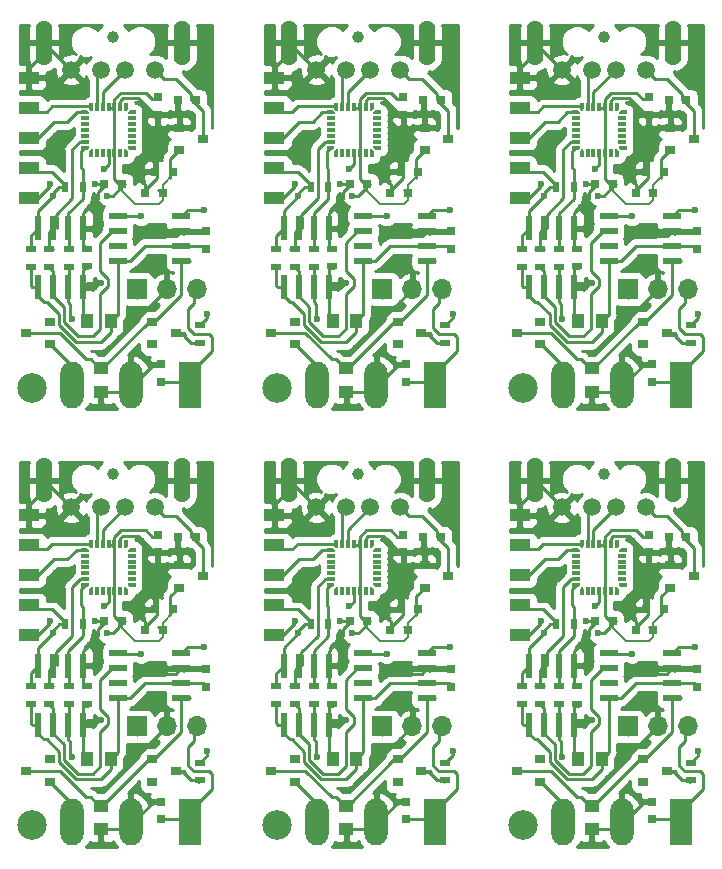
<source format=gtl>
%MOIN*%
%OFA0B0*%
%FSLAX46Y46*%
%IPPOS*%
%LPD*%
%ADD10R,0.035433070866141732X0.01968503937007874*%
%ADD11R,0.077952755905511817X0.15590551181102363*%
%ADD12O,0.077952755905511817X0.15590551181102363*%
%ADD13R,0.049212598425196853X0.03937007874015748*%
%ADD14R,0.02X0.07874015748031496*%
%ADD15R,0.01968503937007874X0.035433070866141732*%
%ADD16R,0.035433070866141732X0.031496062992125991*%
%ADD17R,0.070866141732283464X0.03937007874015748*%
%ADD18R,0.027559055118110236X0.011811023622047244*%
%ADD19R,0.011811023622047244X0.027559055118110236*%
%ADD20C,0.0083464566929133868*%
%ADD21C,0.0039370078740157488*%
%ADD22R,0.005905511811023622X0.005905511811023622*%
%ADD23R,0.01968503937007874X0.011811023622047244*%
%ADD24R,0.011811023622047244X0.01968503937007874*%
%ADD25C,0.03937007874015748*%
%ADD26C,0.0984251968503937*%
%ADD27R,0.029527559055118113X0.031496062992125991*%
%ADD28R,0.066929133858267723X0.066929133858267723*%
%ADD29O,0.066929133858267723X0.066929133858267723*%
%ADD30C,0.0591*%
%ADD31O,0.055118110236220472X0.14960629921259844*%
%ADD32R,0.03937007874015748X0.049212598425196853*%
%ADD33R,0.0610236220472441X0.023622047244094488*%
%ADD34R,0.031496062992125991X0.029527559055118113*%
%ADD35C,0.023622047244094488*%
%ADD36C,0.00984251968503937*%
%ADD37C,0.0078740157480314977*%
%ADD38C,0.01*%
%ADD49R,0.035433070866141732X0.01968503937007874*%
%ADD50R,0.077952755905511817X0.15590551181102363*%
%ADD51O,0.077952755905511817X0.15590551181102363*%
%ADD52R,0.049212598425196853X0.03937007874015748*%
%ADD53R,0.02X0.07874015748031496*%
%ADD54R,0.01968503937007874X0.035433070866141732*%
%ADD55R,0.035433070866141732X0.031496062992125991*%
%ADD56R,0.070866141732283464X0.03937007874015748*%
%ADD57R,0.027559055118110236X0.011811023622047244*%
%ADD58R,0.011811023622047244X0.027559055118110236*%
%ADD59C,0.0083464566929133868*%
%ADD60C,0.0039370078740157488*%
%ADD61R,0.005905511811023622X0.005905511811023622*%
%ADD62R,0.01968503937007874X0.011811023622047244*%
%ADD63R,0.011811023622047244X0.01968503937007874*%
%ADD64C,0.03937007874015748*%
%ADD65C,0.0984251968503937*%
%ADD66R,0.029527559055118113X0.031496062992125991*%
%ADD67R,0.066929133858267723X0.066929133858267723*%
%ADD68O,0.066929133858267723X0.066929133858267723*%
%ADD69C,0.0591*%
%ADD70O,0.055118110236220472X0.14960629921259844*%
%ADD71R,0.03937007874015748X0.049212598425196853*%
%ADD72R,0.0610236220472441X0.023622047244094488*%
%ADD73R,0.031496062992125991X0.029527559055118113*%
%ADD74C,0.023622047244094488*%
%ADD75C,0.00984251968503937*%
%ADD76C,0.0078740157480314977*%
%ADD77C,0.01*%
%ADD88R,0.035433070866141732X0.01968503937007874*%
%ADD89R,0.077952755905511817X0.15590551181102363*%
%ADD90O,0.077952755905511817X0.15590551181102363*%
%ADD91R,0.049212598425196853X0.03937007874015748*%
%ADD92R,0.02X0.07874015748031496*%
%ADD93R,0.01968503937007874X0.035433070866141732*%
%ADD94R,0.035433070866141732X0.031496062992125991*%
%ADD95R,0.070866141732283464X0.03937007874015748*%
%ADD96R,0.027559055118110236X0.011811023622047244*%
%ADD97R,0.011811023622047244X0.027559055118110236*%
%ADD98C,0.0083464566929133868*%
%ADD99C,0.0039370078740157488*%
%ADD100R,0.005905511811023622X0.005905511811023622*%
%ADD101R,0.01968503937007874X0.011811023622047244*%
%ADD102R,0.011811023622047244X0.01968503937007874*%
%ADD103C,0.03937007874015748*%
%ADD104C,0.0984251968503937*%
%ADD105R,0.029527559055118113X0.031496062992125991*%
%ADD106R,0.066929133858267723X0.066929133858267723*%
%ADD107O,0.066929133858267723X0.066929133858267723*%
%ADD108C,0.0591*%
%ADD109O,0.055118110236220472X0.14960629921259844*%
%ADD110R,0.03937007874015748X0.049212598425196853*%
%ADD111R,0.0610236220472441X0.023622047244094488*%
%ADD112R,0.031496062992125991X0.029527559055118113*%
%ADD113C,0.023622047244094488*%
%ADD114C,0.00984251968503937*%
%ADD115C,0.0078740157480314977*%
%ADD116C,0.01*%
%ADD127R,0.035433070866141732X0.01968503937007874*%
%ADD128R,0.077952755905511817X0.15590551181102363*%
%ADD129O,0.077952755905511817X0.15590551181102363*%
%ADD130R,0.049212598425196853X0.03937007874015748*%
%ADD131R,0.02X0.07874015748031496*%
%ADD132R,0.01968503937007874X0.035433070866141732*%
%ADD133R,0.035433070866141732X0.031496062992125991*%
%ADD134R,0.070866141732283464X0.03937007874015748*%
%ADD135R,0.027559055118110236X0.011811023622047244*%
%ADD136R,0.011811023622047244X0.027559055118110236*%
%ADD137C,0.0083464566929133868*%
%ADD138C,0.0039370078740157488*%
%ADD139R,0.005905511811023622X0.005905511811023622*%
%ADD140R,0.01968503937007874X0.011811023622047244*%
%ADD141R,0.011811023622047244X0.01968503937007874*%
%ADD142C,0.03937007874015748*%
%ADD143C,0.0984251968503937*%
%ADD144R,0.029527559055118113X0.031496062992125991*%
%ADD145R,0.066929133858267723X0.066929133858267723*%
%ADD146O,0.066929133858267723X0.066929133858267723*%
%ADD147C,0.0591*%
%ADD148O,0.055118110236220472X0.14960629921259844*%
%ADD149R,0.03937007874015748X0.049212598425196853*%
%ADD150R,0.0610236220472441X0.023622047244094488*%
%ADD151R,0.031496062992125991X0.029527559055118113*%
%ADD152C,0.023622047244094488*%
%ADD153C,0.00984251968503937*%
%ADD154C,0.0078740157480314977*%
%ADD155C,0.01*%
%ADD166R,0.035433070866141732X0.01968503937007874*%
%ADD167R,0.077952755905511817X0.15590551181102363*%
%ADD168O,0.077952755905511817X0.15590551181102363*%
%ADD169R,0.049212598425196853X0.03937007874015748*%
%ADD170R,0.02X0.07874015748031496*%
%ADD171R,0.01968503937007874X0.035433070866141732*%
%ADD172R,0.035433070866141732X0.031496062992125991*%
%ADD173R,0.070866141732283464X0.03937007874015748*%
%ADD174R,0.027559055118110236X0.011811023622047244*%
%ADD175R,0.011811023622047244X0.027559055118110236*%
%ADD176C,0.0083464566929133868*%
%ADD177C,0.0039370078740157488*%
%ADD178R,0.005905511811023622X0.005905511811023622*%
%ADD179R,0.01968503937007874X0.011811023622047244*%
%ADD180R,0.011811023622047244X0.01968503937007874*%
%ADD181C,0.03937007874015748*%
%ADD182C,0.0984251968503937*%
%ADD183R,0.029527559055118113X0.031496062992125991*%
%ADD184R,0.066929133858267723X0.066929133858267723*%
%ADD185O,0.066929133858267723X0.066929133858267723*%
%ADD186C,0.0591*%
%ADD187O,0.055118110236220472X0.14960629921259844*%
%ADD188R,0.03937007874015748X0.049212598425196853*%
%ADD189R,0.0610236220472441X0.023622047244094488*%
%ADD190R,0.031496062992125991X0.029527559055118113*%
%ADD191C,0.023622047244094488*%
%ADD192C,0.00984251968503937*%
%ADD193C,0.0078740157480314977*%
%ADD194C,0.01*%
%ADD205R,0.035433070866141732X0.01968503937007874*%
%ADD206R,0.077952755905511817X0.15590551181102363*%
%ADD207O,0.077952755905511817X0.15590551181102363*%
%ADD208R,0.049212598425196853X0.03937007874015748*%
%ADD209R,0.02X0.07874015748031496*%
%ADD210R,0.01968503937007874X0.035433070866141732*%
%ADD211R,0.035433070866141732X0.031496062992125991*%
%ADD212R,0.070866141732283464X0.03937007874015748*%
%ADD213R,0.027559055118110236X0.011811023622047244*%
%ADD214R,0.011811023622047244X0.027559055118110236*%
%ADD215C,0.0083464566929133868*%
%ADD216C,0.0039370078740157488*%
%ADD217R,0.005905511811023622X0.005905511811023622*%
%ADD218R,0.01968503937007874X0.011811023622047244*%
%ADD219R,0.011811023622047244X0.01968503937007874*%
%ADD220C,0.03937007874015748*%
%ADD221C,0.0984251968503937*%
%ADD222R,0.029527559055118113X0.031496062992125991*%
%ADD223R,0.066929133858267723X0.066929133858267723*%
%ADD224O,0.066929133858267723X0.066929133858267723*%
%ADD225C,0.0591*%
%ADD226O,0.055118110236220472X0.14960629921259844*%
%ADD227R,0.03937007874015748X0.049212598425196853*%
%ADD228R,0.0610236220472441X0.023622047244094488*%
%ADD229R,0.031496062992125991X0.029527559055118113*%
%ADD230C,0.023622047244094488*%
%ADD231C,0.00984251968503937*%
%ADD232C,0.0078740157480314977*%
%ADD233C,0.01*%
%LPD*%
G01*
D10*
X0000818110Y0002798110D02*
X0000946110Y0001962582D03*
X0000946110Y0002021637D03*
D11*
X0001414960Y0001568109D03*
D12*
X0001218110Y0001568109D03*
X0001021258Y0001568109D03*
D13*
X0001118110Y0001623479D03*
X0001118110Y0001544740D03*
D14*
X0000909110Y0002090535D03*
X0000959110Y0002090535D03*
X0001009110Y0002090535D03*
X0001059110Y0002090535D03*
X0001059110Y0001893683D03*
X0001009110Y0001893683D03*
X0000959110Y0001893683D03*
X0000909110Y0001893683D03*
D15*
X0001057637Y0002228110D03*
X0000998582Y0002228110D03*
D16*
X0001378740Y0002425511D03*
X0001378740Y0002350708D03*
X0001457480Y0002388110D03*
D17*
X0000878109Y0002192110D03*
X0000878109Y0002492110D03*
X0000878109Y0002392110D03*
X0000878109Y0002592110D03*
X0000878109Y0002292110D03*
D18*
X0001066535Y0002457165D03*
D19*
X0001103937Y0002494566D03*
X0001182677Y0002494566D03*
D18*
X0001220078Y0002457165D03*
X0001066535Y0002378425D03*
X0001220078Y0002398110D03*
D19*
X0001162992Y0002341023D03*
X0001123622Y0002341023D03*
D20*
X0001202477Y0002488776D03*
D21*
G36*
X0001208379Y0002488776D02*
X0001202477Y0002482874D01*
X0001196575Y0002488776D01*
X0001202477Y0002494678D01*
X0001208379Y0002488776D01*
X0001208379Y0002488776D01*
G37*
D20*
X0001202677Y0002346814D03*
D21*
G36*
X0001208579Y0002346814D02*
X0001202677Y0002340912D01*
X0001196775Y0002346814D01*
X0001202677Y0002352715D01*
X0001208579Y0002346814D01*
X0001208579Y0002346814D01*
G37*
D20*
X0001083937Y0002488576D03*
D21*
G36*
X0001089838Y0002488576D02*
X0001083937Y0002482674D01*
X0001078035Y0002488576D01*
X0001083937Y0002494478D01*
X0001089838Y0002488576D01*
X0001089838Y0002488576D01*
G37*
D20*
X0001083907Y0002346995D03*
D21*
G36*
X0001089808Y0002346995D02*
X0001083907Y0002341093D01*
X0001078005Y0002346995D01*
X0001083907Y0002352897D01*
X0001089808Y0002346995D01*
X0001089808Y0002346995D01*
G37*
D20*
X0001214288Y0002476965D03*
D21*
G36*
X0001220190Y0002476965D02*
X0001214288Y0002471063D01*
X0001208386Y0002476965D01*
X0001214288Y0002482867D01*
X0001220190Y0002476965D01*
X0001220190Y0002476965D01*
G37*
D20*
X0001214488Y0002358425D03*
D21*
G36*
X0001220390Y0002358425D02*
X0001214488Y0002352523D01*
X0001208586Y0002358425D01*
X0001214488Y0002364326D01*
X0001220390Y0002358425D01*
X0001220390Y0002358425D01*
G37*
D20*
X0001072525Y0002476965D03*
D21*
G36*
X0001078427Y0002476965D02*
X0001072525Y0002471063D01*
X0001066624Y0002476965D01*
X0001072525Y0002482867D01*
X0001078427Y0002476965D01*
X0001078427Y0002476965D01*
G37*
D20*
X0001072107Y0002358595D03*
D21*
G36*
X0001078008Y0002358595D02*
X0001072107Y0002352693D01*
X0001066205Y0002358595D01*
X0001072107Y0002364497D01*
X0001078008Y0002358595D01*
X0001078008Y0002358595D01*
G37*
D22*
X0001075107Y0002361577D03*
X0001075478Y0002474012D03*
X0001086889Y0002485623D03*
X0001199524Y0002485823D03*
X0001211335Y0002474012D03*
X0001211535Y0002361377D03*
X0001199724Y0002349766D03*
X0001086907Y0002349995D03*
D23*
X0001062307Y0002358595D03*
D18*
X0001066535Y0002398110D03*
X0001066535Y0002417795D03*
X0001066535Y0002437480D03*
D23*
X0001062707Y0002476965D03*
D24*
X0001083907Y0002498595D03*
D19*
X0001123622Y0002494566D03*
X0001143307Y0002494566D03*
X0001162992Y0002494566D03*
D24*
X0001202507Y0002498595D03*
D23*
X0001224107Y0002476995D03*
D18*
X0001220078Y0002437480D03*
X0001220078Y0002417795D03*
X0001220078Y0002378425D03*
D23*
X0001224307Y0002358395D03*
D24*
X0001202677Y0002336995D03*
D19*
X0001182677Y0002341023D03*
X0001143307Y0002341023D03*
X0001103937Y0002341023D03*
D24*
X0001083937Y0002337124D03*
D25*
X0001158110Y0002728110D03*
D26*
X0000888110Y0001558110D03*
D27*
X0001318110Y0001637636D03*
X0001318110Y0001578582D03*
D10*
X0001448110Y0001767637D03*
X0001448110Y0001708582D03*
D16*
X0000946850Y0001703307D03*
X0000946850Y0001778110D03*
X0000868110Y0001740708D03*
D28*
X0001238110Y0001888110D03*
D29*
X0001338110Y0001888110D03*
X0001438110Y0001888110D03*
D10*
X0001010110Y0001962582D03*
X0001010110Y0002021637D03*
X0000884109Y0001962582D03*
X0000884109Y0002021637D03*
X0001070110Y0001963055D03*
X0001070110Y0002022110D03*
D16*
X0001289370Y0001778110D03*
X0001289370Y0001703307D03*
X0001368110Y0001740708D03*
D30*
X0001298144Y0002618026D03*
X0001198144Y0002618026D03*
X0001118144Y0002618026D03*
X0001018143Y0002618026D03*
D31*
X0001388110Y0002708110D03*
X0000928110Y0002708110D03*
D32*
X0001151480Y0001780110D03*
X0001072740Y0001780110D03*
D33*
X0001173811Y0001981110D03*
X0001173811Y0002031110D03*
X0001173811Y0002081109D03*
X0001173811Y0002131110D03*
X0001386409Y0002131110D03*
X0001386409Y0002081109D03*
X0001386409Y0002031110D03*
X0001386409Y0001981110D03*
D27*
X0001467763Y0002079637D03*
X0001467763Y0002020582D03*
D34*
X0001323290Y0002208110D03*
X0001264236Y0002208110D03*
X0001433637Y0002518110D03*
X0001374582Y0002518110D03*
X0001298581Y0002278110D03*
X0001357637Y0002278110D03*
D27*
X0001308110Y0002468582D03*
X0001308110Y0002527637D03*
D34*
X0001128582Y0002238110D03*
X0001187637Y0002238110D03*
D35*
X0001288109Y0002388110D03*
X0000968110Y0002398110D03*
X0001098110Y0002238110D03*
X0001244110Y0002274110D03*
X0000958110Y0002198110D03*
X0001138110Y0002198110D03*
X0001128110Y0002288110D03*
X0000948110Y0002238110D03*
X0001118110Y0001908110D03*
X0001114110Y0001674110D03*
X0001294109Y0002064110D03*
X0001462110Y0002152110D03*
X0001472110Y0001806110D03*
X0001252110Y0002130110D03*
X0001020300Y0001786300D03*
D36*
X0001059110Y0002139747D02*
X0001108110Y0002188747D01*
X0001059110Y0002090535D02*
X0001059110Y0002139747D01*
X0001108110Y0002188747D02*
X0001108110Y0002211732D01*
X0001059110Y0002090535D02*
X0001059110Y0002033110D01*
X0001059110Y0002033110D02*
X0001070110Y0002022110D01*
X0001308110Y0002388110D02*
X0001288109Y0002388110D01*
X0001345511Y0002425511D02*
X0001308110Y0002388110D01*
X0001378740Y0002425511D02*
X0001345511Y0002425511D01*
X0001308110Y0002476456D02*
X0001288425Y0002476456D01*
X0001288425Y0002476456D02*
X0001241771Y0002523110D01*
X0001190157Y0002523110D02*
X0001182677Y0002515629D01*
X0001241771Y0002523110D02*
X0001190157Y0002523110D01*
X0001182677Y0002515629D02*
X0001182677Y0002513267D01*
X0001182677Y0002513267D02*
X0001182677Y0002492598D01*
X0001136456Y0002238110D02*
X0001098110Y0002238110D01*
X0001266456Y0002218110D02*
X0001266456Y0002237795D01*
X0001266456Y0002237795D02*
X0001248110Y0002256141D01*
X0001136456Y0002238110D02*
X0001134488Y0002238110D01*
X0001134488Y0002238110D02*
X0001108110Y0002211732D01*
X0001264488Y0002218110D02*
X0001266456Y0002218110D01*
X0001306456Y0002278110D02*
X0001306456Y0002258110D01*
X0001306456Y0002258110D02*
X0001266456Y0002218110D01*
X0001378740Y0002425511D02*
X0001351181Y0002425511D01*
X0001351181Y0002425511D02*
X0001306456Y0002380787D01*
X0001306456Y0002380787D02*
X0001306456Y0002297795D01*
X0001306456Y0002297795D02*
X0001306456Y0002278110D01*
X0000928110Y0002708110D02*
X0000928110Y0002660866D01*
X0000928110Y0002674865D02*
X0000878109Y0002624866D01*
X0000878109Y0002624866D02*
X0000878109Y0002621637D01*
X0000878109Y0002621637D02*
X0000878109Y0002592110D01*
X0001018143Y0002618026D02*
X0000928110Y0002708060D01*
X0000928110Y0002708060D02*
X0000928110Y0002708110D01*
D37*
X0001323290Y0002233637D02*
X0001359763Y0002270110D01*
X0001323290Y0002208110D02*
X0001323290Y0002233637D01*
X0001359763Y0002270110D02*
X0001359763Y0002275984D01*
X0001359763Y0002275984D02*
X0001357637Y0002278110D01*
X0001231000Y0002172110D02*
X0001187637Y0002215472D01*
X0001309929Y0002172110D02*
X0001231000Y0002172110D01*
X0001187637Y0002215472D02*
X0001187637Y0002238110D01*
X0001323290Y0002208110D02*
X0001323290Y0002185472D01*
X0001323290Y0002185472D02*
X0001309929Y0002172110D01*
X0001349763Y0002258110D02*
X0001349763Y0002270236D01*
X0001349763Y0002270236D02*
X0001357637Y0002278110D01*
D36*
X0001309763Y0002218110D02*
X0001312126Y0002218110D01*
X0001378740Y0002350708D02*
X0001349763Y0002321732D01*
X0001349763Y0002321732D02*
X0001349763Y0002258110D01*
X0001197039Y0002238110D02*
X0001179763Y0002238110D01*
X0000884109Y0002021637D02*
X0000884109Y0002065535D01*
X0000884109Y0002065535D02*
X0000909110Y0002090535D01*
X0000909110Y0002090535D02*
X0000909110Y0002149110D01*
X0000909110Y0002149110D02*
X0000958110Y0002198110D01*
X0001158110Y0002198110D02*
X0001138110Y0002198110D01*
X0000878109Y0002278110D02*
X0000956456Y0002278110D01*
X0000956456Y0002278110D02*
X0000998582Y0002235984D01*
X0000998582Y0002235984D02*
X0000998582Y0002228110D01*
X0000998582Y0002228110D02*
X0000978897Y0002228110D01*
X0000978897Y0002228110D02*
X0000958110Y0002207322D01*
X0000878109Y0002299511D02*
X0000878109Y0002292110D01*
X0001179763Y0002238110D02*
X0001179763Y0002219763D01*
X0001179763Y0002219763D02*
X0001158110Y0002198110D01*
X0001162992Y0002342992D02*
X0001162992Y0002363661D01*
X0001162992Y0002363661D02*
X0001162992Y0002492598D01*
X0001266771Y0002541417D02*
X0001288425Y0002519763D01*
X0001183408Y0002541417D02*
X0001266771Y0002541417D01*
X0001162992Y0002492598D02*
X0001162992Y0002521000D01*
X0001288425Y0002519763D02*
X0001308110Y0002519763D01*
X0001162992Y0002521000D02*
X0001183408Y0002541417D01*
X0001143307Y0002492598D02*
X0001162992Y0002492598D01*
X0001162992Y0002342992D02*
X0001162992Y0002254881D01*
X0001162992Y0002254881D02*
X0001179763Y0002238110D01*
X0000878109Y0002292110D02*
X0000862362Y0002292110D01*
X0000878109Y0002392110D02*
X0000893858Y0002392110D01*
X0000893858Y0002378110D02*
X0000961377Y0002445629D01*
X0000961377Y0002445629D02*
X0001005629Y0002445629D01*
X0001005629Y0002445629D02*
X0001036850Y0002476850D01*
X0001036850Y0002476850D02*
X0001064566Y0002476850D01*
D37*
X0001083907Y0002498595D02*
X0001083907Y0002488606D01*
X0001083907Y0002488606D02*
X0001083937Y0002488576D01*
D36*
X0001083907Y0002498595D02*
X0001083907Y0002494544D01*
X0000878109Y0002478110D02*
X0000938110Y0002478110D01*
X0000938110Y0002478110D02*
X0000956535Y0002496535D01*
X0000956535Y0002496535D02*
X0001084251Y0002496535D01*
X0001023188Y0002353779D02*
X0001047833Y0002378425D01*
X0000959110Y0002119905D02*
X0000968110Y0002128905D01*
X0001023188Y0002190531D02*
X0001023188Y0002353779D01*
X0000968110Y0002135452D02*
X0001023188Y0002190531D01*
X0000968110Y0002128905D02*
X0000968110Y0002135452D01*
X0000959110Y0002090535D02*
X0000959110Y0002119905D01*
X0001047833Y0002378425D02*
X0001068503Y0002378425D01*
X0000946110Y0002021637D02*
X0000946110Y0002077535D01*
X0000946110Y0002077535D02*
X0000959110Y0002090535D01*
X0000930110Y0002021637D02*
X0000957669Y0002021637D01*
X0000970110Y0002092110D02*
X0000970110Y0002127110D01*
X0000970110Y0002127110D02*
X0000970110Y0002114610D01*
D37*
X0001062307Y0002358595D02*
X0001072124Y0002358595D01*
X0001072124Y0002358595D02*
X0001074237Y0002360708D01*
D36*
X0001009110Y0002139747D02*
X0001057637Y0002188275D01*
X0001009110Y0002090535D02*
X0001009110Y0002139747D01*
X0001057637Y0002188275D02*
X0001057637Y0002200551D01*
X0001057637Y0002200551D02*
X0001057637Y0002228110D01*
X0001010110Y0002021637D02*
X0001010110Y0002089535D01*
X0001010110Y0002089535D02*
X0001009110Y0002090535D01*
X0001062307Y0002358595D02*
X0001071159Y0002358595D01*
X0001010110Y0002027110D02*
X0001010110Y0002021637D01*
X0001062307Y0002358595D02*
X0001071509Y0002358595D01*
X0001057637Y0002228110D02*
X0001057637Y0002287637D01*
X0001057637Y0002287637D02*
X0001053110Y0002292165D01*
X0001053110Y0002292165D02*
X0001053110Y0002347283D01*
X0001053110Y0002347283D02*
X0001064566Y0002358740D01*
X0001058110Y0002227637D02*
X0001057637Y0002228110D01*
X0001128110Y0002288110D02*
X0001143307Y0002303307D01*
X0001143307Y0002303307D02*
X0001143307Y0002342992D01*
X0000948110Y0002232362D02*
X0000948110Y0002238110D01*
X0000893858Y0002178110D02*
X0000948110Y0002232362D01*
X0000878109Y0002192110D02*
X0000893858Y0002192110D01*
X0001143307Y0002342992D02*
X0001143307Y0002322322D01*
X0001298144Y0002618026D02*
X0001327694Y0002588476D01*
X0001419763Y0002518110D02*
X0001419763Y0002537795D01*
X0001419763Y0002537795D02*
X0001369082Y0002588476D01*
X0001369082Y0002588476D02*
X0001327694Y0002588476D01*
X0001457480Y0002388110D02*
X0001457480Y0002482362D01*
X0001457480Y0002482362D02*
X0001421732Y0002518110D01*
X0001421732Y0002518110D02*
X0001419763Y0002518110D01*
D37*
X0001386409Y0002081109D02*
X0001466291Y0002081109D01*
X0001466291Y0002081109D02*
X0001467763Y0002079637D01*
D36*
X0001118110Y0001908110D02*
X0001073535Y0001908110D01*
X0001073535Y0001908110D02*
X0001059110Y0001893683D01*
X0001116110Y0001676110D02*
X0001114110Y0001674110D01*
X0001126110Y0001676110D02*
X0001116110Y0001676110D01*
X0001338110Y0001888110D02*
X0001126110Y0001676110D01*
X0001294109Y0002064110D02*
X0001369409Y0002064110D01*
X0001369409Y0002064110D02*
X0001386409Y0002081109D01*
X0001395755Y0002071762D02*
X0001386409Y0002081109D01*
X0001059110Y0001893683D02*
X0001059110Y0001793740D01*
X0001059110Y0001793740D02*
X0001072740Y0001780110D01*
X0001059110Y0001893683D02*
X0001059110Y0001952055D01*
X0001059110Y0001952055D02*
X0001070110Y0001963055D01*
X0001118110Y0001544740D02*
X0001194740Y0001544740D01*
X0001194740Y0001544740D02*
X0001218110Y0001568109D01*
X0001462110Y0002152110D02*
X0001407409Y0002152110D01*
X0001407409Y0002152110D02*
X0001386409Y0002131110D01*
X0001472110Y0001806110D02*
X0001472110Y0001791637D01*
X0001472110Y0001791637D02*
X0001448110Y0001767637D01*
X0001296574Y0001778110D02*
X0001386409Y0001867944D01*
X0001289370Y0001778110D02*
X0001296574Y0001778110D01*
X0001386409Y0001867944D02*
X0001386409Y0001959455D01*
X0001386409Y0001959455D02*
X0001386409Y0001981110D01*
X0001277660Y0001778110D02*
X0001123031Y0001623479D01*
X0001289370Y0001778110D02*
X0001277660Y0001778110D01*
X0001123031Y0001623479D02*
X0001118110Y0001623479D01*
X0000980983Y0001740708D02*
X0001068684Y0001653007D01*
X0001068684Y0001653007D02*
X0001083661Y0001653007D01*
X0001113188Y0001623479D02*
X0001118110Y0001623479D01*
X0001083661Y0001653007D02*
X0001113188Y0001623479D01*
X0000868110Y0001740708D02*
X0000980983Y0001740708D01*
D37*
X0001083937Y0002337124D02*
X0001083937Y0002347025D01*
X0001083937Y0002347025D02*
X0001086220Y0002349308D01*
X0001224107Y0002476995D02*
X0001214318Y0002476995D01*
X0001214318Y0002476995D02*
X0001212204Y0002474881D01*
X0001386409Y0002031110D02*
X0001457236Y0002031110D01*
X0001457236Y0002031110D02*
X0001467763Y0002020582D01*
D36*
X0001386409Y0002031110D02*
X0001459456Y0002031110D01*
X0001459456Y0002031110D02*
X0001462110Y0002028455D01*
X0001214165Y0001981110D02*
X0001264165Y0002031110D01*
X0001173811Y0001981110D02*
X0001214165Y0001981110D01*
X0001264165Y0002031110D02*
X0001346055Y0002031110D01*
X0001346055Y0002031110D02*
X0001386409Y0002031110D01*
X0000977362Y0001769385D02*
X0000977362Y0001804094D01*
X0001151480Y0001745661D02*
X0001118212Y0001712392D01*
X0001118212Y0001712392D02*
X0001034354Y0001712392D01*
X0001034354Y0001712392D02*
X0000977362Y0001769385D01*
X0000928952Y0001844472D02*
X0000909110Y0001864314D01*
X0000909110Y0001864314D02*
X0000909110Y0001893683D01*
X0000977362Y0001804094D02*
X0000936984Y0001844472D01*
X0000936984Y0001844472D02*
X0000928952Y0001844472D01*
X0001151480Y0001780110D02*
X0001151480Y0001745661D01*
X0001173811Y0001981110D02*
X0001173811Y0001802440D01*
X0001173811Y0001802440D02*
X0001151480Y0001780110D01*
X0000884109Y0001898842D02*
X0000884109Y0001962582D01*
X0000909110Y0001893683D02*
X0000889267Y0001893683D01*
X0000889267Y0001893683D02*
X0000884109Y0001898842D01*
X0001208110Y0001578110D02*
X0001218110Y0001568109D01*
X0001233070Y0001583070D02*
X0001218110Y0001568109D01*
X0001318110Y0001637636D02*
X0001293503Y0001637636D01*
X0001223976Y0001568109D02*
X0001218110Y0001568109D01*
X0001293503Y0001637636D02*
X0001223976Y0001568109D01*
X0001217637Y0001568582D02*
X0001218110Y0001568109D01*
X0001428109Y0001888110D02*
X0001428109Y0001840784D01*
X0001428109Y0001840784D02*
X0001428109Y0001878110D01*
X0001428109Y0001878110D02*
X0001438110Y0001888110D01*
X0001428109Y0001840784D02*
X0001408110Y0001820784D01*
X0001427047Y0001738110D02*
X0001478110Y0001738110D01*
X0001488109Y0001728110D02*
X0001488109Y0001680235D01*
X0001408110Y0001820784D02*
X0001408110Y0001757047D01*
X0001408110Y0001757047D02*
X0001427047Y0001738110D01*
X0001478110Y0001738110D02*
X0001488109Y0001728110D01*
X0001488109Y0001680235D02*
X0001414960Y0001607086D01*
X0001414960Y0001607086D02*
X0001414960Y0001568109D01*
X0001318110Y0001578582D02*
X0001404488Y0001578582D01*
X0001404488Y0001578582D02*
X0001414960Y0001568109D01*
X0001123622Y0002492598D02*
X0001123622Y0002543504D01*
X0001123622Y0002543504D02*
X0001198144Y0002618026D01*
X0001103937Y0002492598D02*
X0001103937Y0002603819D01*
X0001103937Y0002603819D02*
X0001118144Y0002618026D01*
X0001083937Y0002337124D02*
X0001083937Y0002345829D01*
X0001252110Y0002130110D02*
X0001174811Y0002130110D01*
X0001174811Y0002130110D02*
X0001173811Y0002131110D01*
X0001016110Y0001790110D02*
X0001019919Y0001786300D01*
X0001019919Y0001786300D02*
X0001020300Y0001786300D01*
X0001016110Y0001837472D02*
X0001016110Y0001790110D01*
X0001009110Y0001893683D02*
X0001009110Y0001844472D01*
X0001009110Y0001844472D02*
X0001016110Y0001837472D01*
X0001010110Y0001962582D02*
X0001010110Y0001894684D01*
X0001010110Y0001894684D02*
X0001009110Y0001893683D01*
X0001116110Y0001756156D02*
X0001090063Y0001730110D01*
X0001116110Y0002042110D02*
X0001116110Y0001946527D01*
X0000995079Y0001776723D02*
X0000995079Y0001828345D01*
X0001090063Y0001730110D02*
X0001041692Y0001730110D01*
X0001142716Y0001919921D02*
X0001142716Y0001896299D01*
X0001041692Y0001730110D02*
X0000995079Y0001776723D01*
X0000959110Y0001864314D02*
X0000959110Y0001893683D01*
X0000995079Y0001828345D02*
X0000959110Y0001864314D01*
X0001116110Y0001946527D02*
X0001142716Y0001919921D01*
X0001116110Y0001869692D02*
X0001116110Y0001756156D01*
X0001155110Y0002081109D02*
X0001116110Y0002042110D01*
X0001173811Y0002081109D02*
X0001155110Y0002081109D01*
X0001142716Y0001896299D02*
X0001116110Y0001869692D01*
X0000959110Y0001893683D02*
X0000959110Y0001949582D01*
X0000959110Y0001949582D02*
X0000946110Y0001962582D01*
X0001238110Y0001888110D02*
X0001238110Y0001859409D01*
X0000947912Y0001703307D02*
X0001030610Y0001620610D01*
X0000946850Y0001703307D02*
X0000947912Y0001703307D01*
X0001030610Y0001620610D02*
X0001021258Y0001611259D01*
X0001021258Y0001611259D02*
X0001021258Y0001568109D01*
X0001021258Y0001568109D02*
X0001051259Y0001598109D01*
X0001021258Y0001529133D02*
X0001021258Y0001568109D01*
X0001399173Y0001988110D02*
X0001408110Y0001988110D01*
X0001408110Y0001988110D02*
X0001414763Y0001981456D01*
X0001010110Y0001962582D02*
X0001010110Y0001903684D01*
X0001010110Y0001942897D02*
X0001010110Y0001962582D01*
X0001399803Y0001728110D02*
X0001419330Y0001708582D01*
X0001387203Y0001740708D02*
X0001399803Y0001728110D01*
X0001399803Y0001728110D02*
X0001399803Y0001736574D01*
X0001399803Y0001736574D02*
X0001395669Y0001740708D01*
X0001395669Y0001740708D02*
X0001368110Y0001740708D01*
X0001370078Y0001740708D02*
X0001374677Y0001736110D01*
X0001368110Y0001740708D02*
X0001370078Y0001740708D01*
X0001374677Y0001736110D02*
X0001391803Y0001736110D01*
X0001419330Y0001708582D02*
X0001420551Y0001708582D01*
X0001420551Y0001708582D02*
X0001448110Y0001708582D01*
X0001442834Y0001703307D02*
X0001448110Y0001708582D01*
D38*
G36*
X0001098673Y0002202152D02*
X0001101614Y0002200934D01*
X0001101614Y0002190850D01*
X0001107170Y0002177436D01*
X0001117436Y0002167170D01*
X0001127521Y0002162993D01*
X0001126196Y0002162729D01*
X0001124574Y0002161645D01*
X0001123490Y0002160023D01*
X0001123110Y0002158110D01*
X0001123110Y0002157138D01*
X0001120046Y0002152552D01*
X0001118130Y0002142921D01*
X0001118130Y0002119299D01*
X0001120046Y0002109667D01*
X0001122423Y0002106110D01*
X0001120046Y0002102552D01*
X0001118130Y0002092921D01*
X0001118130Y0002085999D01*
X0001097237Y0002065106D01*
X0001094765Y0002063454D01*
X0001094534Y0002063110D01*
X0001094110Y0002063110D01*
X0001094110Y0002079285D01*
X0001087860Y0002085535D01*
X0001064110Y0002085535D01*
X0001064110Y0002084747D01*
X0001054110Y0002084747D01*
X0001054110Y0002085535D01*
X0001053322Y0002085535D01*
X0001053322Y0002095535D01*
X0001054110Y0002095535D01*
X0001054110Y0002096321D01*
X0001064110Y0002096321D01*
X0001064110Y0002095535D01*
X0001087860Y0002095535D01*
X0001094110Y0002101785D01*
X0001094110Y0002134878D01*
X0001090304Y0002144066D01*
X0001083271Y0002151099D01*
X0001074083Y0002154905D01*
X0001070360Y0002154905D01*
X0001064110Y0002148655D01*
X0001064110Y0002152878D01*
X0001076510Y0002165278D01*
X0001078982Y0002166930D01*
X0001080634Y0002169402D01*
X0001080634Y0002169402D01*
X0001085526Y0002176723D01*
X0001085964Y0002178927D01*
X0001087244Y0002185359D01*
X0001087244Y0002185359D01*
X0001087824Y0002188275D01*
X0001087244Y0002191191D01*
X0001087244Y0002195540D01*
X0001090733Y0002200762D01*
X0001092281Y0002208544D01*
X0001098673Y0002202152D01*
X0001098673Y0002202152D01*
G37*
X0001098673Y0002202152D02*
X0001101614Y0002200934D01*
X0001101614Y0002190850D01*
X0001107170Y0002177436D01*
X0001117436Y0002167170D01*
X0001127521Y0002162993D01*
X0001126196Y0002162729D01*
X0001124574Y0002161645D01*
X0001123490Y0002160023D01*
X0001123110Y0002158110D01*
X0001123110Y0002157138D01*
X0001120046Y0002152552D01*
X0001118130Y0002142921D01*
X0001118130Y0002119299D01*
X0001120046Y0002109667D01*
X0001122423Y0002106110D01*
X0001120046Y0002102552D01*
X0001118130Y0002092921D01*
X0001118130Y0002085999D01*
X0001097237Y0002065106D01*
X0001094765Y0002063454D01*
X0001094534Y0002063110D01*
X0001094110Y0002063110D01*
X0001094110Y0002079285D01*
X0001087860Y0002085535D01*
X0001064110Y0002085535D01*
X0001064110Y0002084747D01*
X0001054110Y0002084747D01*
X0001054110Y0002085535D01*
X0001053322Y0002085535D01*
X0001053322Y0002095535D01*
X0001054110Y0002095535D01*
X0001054110Y0002096321D01*
X0001064110Y0002096321D01*
X0001064110Y0002095535D01*
X0001087860Y0002095535D01*
X0001094110Y0002101785D01*
X0001094110Y0002134878D01*
X0001090304Y0002144066D01*
X0001083271Y0002151099D01*
X0001074083Y0002154905D01*
X0001070360Y0002154905D01*
X0001064110Y0002148655D01*
X0001064110Y0002152878D01*
X0001076510Y0002165278D01*
X0001078982Y0002166930D01*
X0001080634Y0002169402D01*
X0001080634Y0002169402D01*
X0001085526Y0002176723D01*
X0001085964Y0002178927D01*
X0001087244Y0002185359D01*
X0001087244Y0002185359D01*
X0001087824Y0002188275D01*
X0001087244Y0002191191D01*
X0001087244Y0002195540D01*
X0001090733Y0002200762D01*
X0001092281Y0002208544D01*
X0001098673Y0002202152D01*
G36*
X0001269236Y0002213110D02*
X0001270023Y0002213110D01*
X0001270023Y0002203110D01*
X0001269236Y0002203110D01*
X0001269236Y0002202322D01*
X0001259236Y0002202322D01*
X0001259236Y0002203110D01*
X0001258448Y0002203110D01*
X0001258448Y0002213110D01*
X0001259236Y0002213110D01*
X0001259236Y0002213897D01*
X0001269236Y0002213897D01*
X0001269236Y0002213110D01*
X0001269236Y0002213110D01*
G37*
X0001269236Y0002213110D02*
X0001270023Y0002213110D01*
X0001270023Y0002203110D01*
X0001269236Y0002203110D01*
X0001269236Y0002202322D01*
X0001259236Y0002202322D01*
X0001259236Y0002203110D01*
X0001258448Y0002203110D01*
X0001258448Y0002213110D01*
X0001259236Y0002213110D01*
X0001259236Y0002213897D01*
X0001269236Y0002213897D01*
X0001269236Y0002213110D01*
G36*
X0001133582Y0002243110D02*
X0001134370Y0002243110D01*
X0001134370Y0002234606D01*
X0001130850Y0002234606D01*
X0001125337Y0002232322D01*
X0001123582Y0002232322D01*
X0001123582Y0002233110D01*
X0001122795Y0002233110D01*
X0001122795Y0002243110D01*
X0001123582Y0002243110D01*
X0001123582Y0002243897D01*
X0001133582Y0002243897D01*
X0001133582Y0002243110D01*
X0001133582Y0002243110D01*
G37*
X0001133582Y0002243110D02*
X0001134370Y0002243110D01*
X0001134370Y0002234606D01*
X0001130850Y0002234606D01*
X0001125337Y0002232322D01*
X0001123582Y0002232322D01*
X0001123582Y0002233110D01*
X0001122795Y0002233110D01*
X0001122795Y0002243110D01*
X0001123582Y0002243110D01*
X0001123582Y0002243897D01*
X0001133582Y0002243897D01*
X0001133582Y0002243110D01*
G36*
X0001379582Y0002523110D02*
X0001380369Y0002523110D01*
X0001380369Y0002513110D01*
X0001379582Y0002513110D01*
X0001379582Y0002484596D01*
X0001385832Y0002478346D01*
X0001395303Y0002478346D01*
X0001404492Y0002482152D01*
X0001404766Y0002482426D01*
X0001408258Y0002480093D01*
X0001417889Y0002478177D01*
X0001419795Y0002478177D01*
X0001427874Y0002470098D01*
X0001427874Y0002425602D01*
X0001421966Y0002421655D01*
X0001418801Y0002416917D01*
X0001415206Y0002420511D01*
X0001383739Y0002420511D01*
X0001383739Y0002419724D01*
X0001373740Y0002419724D01*
X0001373740Y0002420511D01*
X0001342273Y0002420511D01*
X0001336023Y0002414261D01*
X0001336023Y0002404790D01*
X0001339829Y0002395602D01*
X0001346862Y0002388569D01*
X0001348605Y0002387847D01*
X0001343226Y0002384253D01*
X0001337770Y0002376088D01*
X0001335855Y0002366456D01*
X0001335855Y0002349692D01*
X0001330889Y0002344728D01*
X0001328418Y0002343077D01*
X0001321875Y0002333283D01*
X0001320157Y0002324648D01*
X0001320157Y0002324647D01*
X0001319577Y0002321732D01*
X0001320157Y0002318816D01*
X0001320157Y0002317520D01*
X0001319302Y0002317873D01*
X0001309832Y0002317873D01*
X0001303582Y0002311623D01*
X0001303582Y0002283110D01*
X0001304370Y0002283110D01*
X0001304370Y0002273110D01*
X0001303582Y0002273110D01*
X0001303582Y0002272322D01*
X0001293582Y0002272322D01*
X0001293582Y0002273110D01*
X0001264084Y0002273110D01*
X0001257834Y0002266860D01*
X0001257834Y0002258373D01*
X0001261640Y0002249185D01*
X0001262951Y0002247873D01*
X0001259236Y0002247873D01*
X0001259236Y0002241624D01*
X0001252986Y0002247873D01*
X0001243515Y0002247873D01*
X0001234326Y0002244067D01*
X0001228554Y0002238295D01*
X0001228554Y0002252873D01*
X0001226638Y0002262505D01*
X0001221182Y0002270670D01*
X0001213017Y0002276126D01*
X0001203385Y0002278042D01*
X0001192598Y0002278042D01*
X0001192598Y0002297846D01*
X0001257834Y0002297846D01*
X0001257834Y0002289360D01*
X0001264084Y0002283110D01*
X0001293582Y0002283110D01*
X0001293582Y0002311623D01*
X0001287332Y0002317873D01*
X0001277861Y0002317873D01*
X0001268673Y0002314067D01*
X0001261640Y0002307035D01*
X0001257834Y0002297846D01*
X0001192598Y0002297846D01*
X0001192598Y0002302814D01*
X0001196771Y0002301984D01*
X0001208582Y0002301984D01*
X0001218214Y0002303899D01*
X0001226379Y0002309355D01*
X0001231835Y0002317521D01*
X0001233751Y0002327152D01*
X0001233751Y0002327321D01*
X0001234149Y0002327321D01*
X0001243781Y0002329236D01*
X0001251946Y0002334692D01*
X0001257402Y0002342858D01*
X0001259318Y0002352489D01*
X0001259318Y0002364300D01*
X0001258355Y0002369142D01*
X0001259026Y0002372519D01*
X0001259026Y0002384330D01*
X0001258243Y0002388267D01*
X0001259026Y0002392204D01*
X0001259026Y0002404015D01*
X0001258243Y0002407952D01*
X0001259026Y0002411889D01*
X0001259026Y0002423700D01*
X0001258243Y0002427637D01*
X0001259026Y0002431574D01*
X0001259026Y0002443385D01*
X0001258243Y0002447322D01*
X0001259026Y0002451259D01*
X0001259026Y0002457332D01*
X0001268346Y0002457332D01*
X0001268346Y0002447861D01*
X0001272152Y0002438673D01*
X0001279185Y0002431640D01*
X0001288373Y0002427834D01*
X0001296859Y0002427834D01*
X0001303110Y0002434084D01*
X0001303110Y0002463582D01*
X0001313110Y0002463582D01*
X0001313110Y0002434084D01*
X0001319360Y0002427834D01*
X0001327846Y0002427834D01*
X0001337035Y0002431640D01*
X0001339090Y0002433695D01*
X0001342273Y0002430511D01*
X0001373740Y0002430511D01*
X0001373740Y0002460009D01*
X0001383739Y0002460009D01*
X0001383739Y0002430511D01*
X0001415206Y0002430511D01*
X0001421456Y0002436761D01*
X0001421456Y0002446232D01*
X0001417650Y0002455421D01*
X0001410618Y0002462453D01*
X0001401429Y0002466259D01*
X0001389990Y0002466259D01*
X0001383739Y0002460009D01*
X0001373740Y0002460009D01*
X0001367490Y0002466259D01*
X0001356050Y0002466259D01*
X0001346862Y0002462453D01*
X0001344807Y0002460399D01*
X0001341624Y0002463582D01*
X0001313110Y0002463582D01*
X0001303110Y0002463582D01*
X0001274596Y0002463582D01*
X0001268346Y0002457332D01*
X0001259026Y0002457332D01*
X0001259026Y0002463070D01*
X0001258275Y0002466850D01*
X0001259118Y0002471089D01*
X0001259118Y0002482900D01*
X0001257202Y0002492532D01*
X0001251746Y0002500697D01*
X0001243581Y0002506153D01*
X0001233949Y0002508069D01*
X0001233581Y0002508069D01*
X0001233581Y0002508437D01*
X0001232910Y0002511810D01*
X0001254508Y0002511810D01*
X0001265428Y0002500890D01*
X0001267080Y0002498418D01*
X0001269551Y0002496767D01*
X0001269551Y0002496767D01*
X0001271029Y0002495780D01*
X0001268346Y0002489303D01*
X0001268346Y0002479832D01*
X0001274596Y0002473582D01*
X0001303110Y0002473582D01*
X0001303110Y0002474370D01*
X0001313110Y0002474370D01*
X0001313110Y0002473582D01*
X0001341624Y0002473582D01*
X0001347874Y0002479832D01*
X0001347874Y0002480826D01*
X0001353861Y0002478346D01*
X0001363332Y0002478346D01*
X0001369582Y0002484596D01*
X0001369582Y0002513110D01*
X0001368795Y0002513110D01*
X0001368795Y0002523110D01*
X0001369582Y0002523110D01*
X0001369582Y0002523897D01*
X0001379582Y0002523897D01*
X0001379582Y0002523110D01*
X0001379582Y0002523110D01*
G37*
X0001379582Y0002523110D02*
X0001380369Y0002523110D01*
X0001380369Y0002513110D01*
X0001379582Y0002513110D01*
X0001379582Y0002484596D01*
X0001385832Y0002478346D01*
X0001395303Y0002478346D01*
X0001404492Y0002482152D01*
X0001404766Y0002482426D01*
X0001408258Y0002480093D01*
X0001417889Y0002478177D01*
X0001419795Y0002478177D01*
X0001427874Y0002470098D01*
X0001427874Y0002425602D01*
X0001421966Y0002421655D01*
X0001418801Y0002416917D01*
X0001415206Y0002420511D01*
X0001383739Y0002420511D01*
X0001383739Y0002419724D01*
X0001373740Y0002419724D01*
X0001373740Y0002420511D01*
X0001342273Y0002420511D01*
X0001336023Y0002414261D01*
X0001336023Y0002404790D01*
X0001339829Y0002395602D01*
X0001346862Y0002388569D01*
X0001348605Y0002387847D01*
X0001343226Y0002384253D01*
X0001337770Y0002376088D01*
X0001335855Y0002366456D01*
X0001335855Y0002349692D01*
X0001330889Y0002344728D01*
X0001328418Y0002343077D01*
X0001321875Y0002333283D01*
X0001320157Y0002324648D01*
X0001320157Y0002324647D01*
X0001319577Y0002321732D01*
X0001320157Y0002318816D01*
X0001320157Y0002317520D01*
X0001319302Y0002317873D01*
X0001309832Y0002317873D01*
X0001303582Y0002311623D01*
X0001303582Y0002283110D01*
X0001304370Y0002283110D01*
X0001304370Y0002273110D01*
X0001303582Y0002273110D01*
X0001303582Y0002272322D01*
X0001293582Y0002272322D01*
X0001293582Y0002273110D01*
X0001264084Y0002273110D01*
X0001257834Y0002266860D01*
X0001257834Y0002258373D01*
X0001261640Y0002249185D01*
X0001262951Y0002247873D01*
X0001259236Y0002247873D01*
X0001259236Y0002241624D01*
X0001252986Y0002247873D01*
X0001243515Y0002247873D01*
X0001234326Y0002244067D01*
X0001228554Y0002238295D01*
X0001228554Y0002252873D01*
X0001226638Y0002262505D01*
X0001221182Y0002270670D01*
X0001213017Y0002276126D01*
X0001203385Y0002278042D01*
X0001192598Y0002278042D01*
X0001192598Y0002297846D01*
X0001257834Y0002297846D01*
X0001257834Y0002289360D01*
X0001264084Y0002283110D01*
X0001293582Y0002283110D01*
X0001293582Y0002311623D01*
X0001287332Y0002317873D01*
X0001277861Y0002317873D01*
X0001268673Y0002314067D01*
X0001261640Y0002307035D01*
X0001257834Y0002297846D01*
X0001192598Y0002297846D01*
X0001192598Y0002302814D01*
X0001196771Y0002301984D01*
X0001208582Y0002301984D01*
X0001218214Y0002303899D01*
X0001226379Y0002309355D01*
X0001231835Y0002317521D01*
X0001233751Y0002327152D01*
X0001233751Y0002327321D01*
X0001234149Y0002327321D01*
X0001243781Y0002329236D01*
X0001251946Y0002334692D01*
X0001257402Y0002342858D01*
X0001259318Y0002352489D01*
X0001259318Y0002364300D01*
X0001258355Y0002369142D01*
X0001259026Y0002372519D01*
X0001259026Y0002384330D01*
X0001258243Y0002388267D01*
X0001259026Y0002392204D01*
X0001259026Y0002404015D01*
X0001258243Y0002407952D01*
X0001259026Y0002411889D01*
X0001259026Y0002423700D01*
X0001258243Y0002427637D01*
X0001259026Y0002431574D01*
X0001259026Y0002443385D01*
X0001258243Y0002447322D01*
X0001259026Y0002451259D01*
X0001259026Y0002457332D01*
X0001268346Y0002457332D01*
X0001268346Y0002447861D01*
X0001272152Y0002438673D01*
X0001279185Y0002431640D01*
X0001288373Y0002427834D01*
X0001296859Y0002427834D01*
X0001303110Y0002434084D01*
X0001303110Y0002463582D01*
X0001313110Y0002463582D01*
X0001313110Y0002434084D01*
X0001319360Y0002427834D01*
X0001327846Y0002427834D01*
X0001337035Y0002431640D01*
X0001339090Y0002433695D01*
X0001342273Y0002430511D01*
X0001373740Y0002430511D01*
X0001373740Y0002460009D01*
X0001383739Y0002460009D01*
X0001383739Y0002430511D01*
X0001415206Y0002430511D01*
X0001421456Y0002436761D01*
X0001421456Y0002446232D01*
X0001417650Y0002455421D01*
X0001410618Y0002462453D01*
X0001401429Y0002466259D01*
X0001389990Y0002466259D01*
X0001383739Y0002460009D01*
X0001373740Y0002460009D01*
X0001367490Y0002466259D01*
X0001356050Y0002466259D01*
X0001346862Y0002462453D01*
X0001344807Y0002460399D01*
X0001341624Y0002463582D01*
X0001313110Y0002463582D01*
X0001303110Y0002463582D01*
X0001274596Y0002463582D01*
X0001268346Y0002457332D01*
X0001259026Y0002457332D01*
X0001259026Y0002463070D01*
X0001258275Y0002466850D01*
X0001259118Y0002471089D01*
X0001259118Y0002482900D01*
X0001257202Y0002492532D01*
X0001251746Y0002500697D01*
X0001243581Y0002506153D01*
X0001233949Y0002508069D01*
X0001233581Y0002508069D01*
X0001233581Y0002508437D01*
X0001232910Y0002511810D01*
X0001254508Y0002511810D01*
X0001265428Y0002500890D01*
X0001267080Y0002498418D01*
X0001269551Y0002496767D01*
X0001269551Y0002496767D01*
X0001271029Y0002495780D01*
X0001268346Y0002489303D01*
X0001268346Y0002479832D01*
X0001274596Y0002473582D01*
X0001303110Y0002473582D01*
X0001303110Y0002474370D01*
X0001313110Y0002474370D01*
X0001313110Y0002473582D01*
X0001341624Y0002473582D01*
X0001347874Y0002479832D01*
X0001347874Y0002480826D01*
X0001353861Y0002478346D01*
X0001363332Y0002478346D01*
X0001369582Y0002484596D01*
X0001369582Y0002513110D01*
X0001368795Y0002513110D01*
X0001368795Y0002523110D01*
X0001369582Y0002523110D01*
X0001369582Y0002523897D01*
X0001379582Y0002523897D01*
X0001379582Y0002523110D01*
G36*
X0001027587Y0002423700D02*
X0001027587Y0002411889D01*
X0001028370Y0002407952D01*
X0001027587Y0002404015D01*
X0001027587Y0002400503D01*
X0001026489Y0002399770D01*
X0001024837Y0002397298D01*
X0001004316Y0002376776D01*
X0001001844Y0002375124D01*
X0001000192Y0002372652D01*
X0001000192Y0002372652D01*
X0000995300Y0002365331D01*
X0000993002Y0002353779D01*
X0000993583Y0002350863D01*
X0000993583Y0002282853D01*
X0000979453Y0002296983D01*
X0000977801Y0002299455D01*
X0000968008Y0002305998D01*
X0000959372Y0002307716D01*
X0000959372Y0002307716D01*
X0000956456Y0002308296D01*
X0000953540Y0002307716D01*
X0000938711Y0002307716D01*
X0000938711Y0002311795D01*
X0000936796Y0002321426D01*
X0000931340Y0002329592D01*
X0000923174Y0002335047D01*
X0000913543Y0002336963D01*
X0000846732Y0002336963D01*
X0000846732Y0002347256D01*
X0000913543Y0002347256D01*
X0000923174Y0002349172D01*
X0000931340Y0002354628D01*
X0000936796Y0002362793D01*
X0000938711Y0002372425D01*
X0000938711Y0002381094D01*
X0000973641Y0002416023D01*
X0001002714Y0002416023D01*
X0001005629Y0002415443D01*
X0001008545Y0002416023D01*
X0001008545Y0002416023D01*
X0001017180Y0002417741D01*
X0001026974Y0002424284D01*
X0001028011Y0002425837D01*
X0001027587Y0002423700D01*
X0001027587Y0002423700D01*
G37*
X0001027587Y0002423700D02*
X0001027587Y0002411889D01*
X0001028370Y0002407952D01*
X0001027587Y0002404015D01*
X0001027587Y0002400503D01*
X0001026489Y0002399770D01*
X0001024837Y0002397298D01*
X0001004316Y0002376776D01*
X0001001844Y0002375124D01*
X0001000192Y0002372652D01*
X0001000192Y0002372652D01*
X0000995300Y0002365331D01*
X0000993002Y0002353779D01*
X0000993583Y0002350863D01*
X0000993583Y0002282853D01*
X0000979453Y0002296983D01*
X0000977801Y0002299455D01*
X0000968008Y0002305998D01*
X0000959372Y0002307716D01*
X0000959372Y0002307716D01*
X0000956456Y0002308296D01*
X0000953540Y0002307716D01*
X0000938711Y0002307716D01*
X0000938711Y0002311795D01*
X0000936796Y0002321426D01*
X0000931340Y0002329592D01*
X0000923174Y0002335047D01*
X0000913543Y0002336963D01*
X0000846732Y0002336963D01*
X0000846732Y0002347256D01*
X0000913543Y0002347256D01*
X0000923174Y0002349172D01*
X0000931340Y0002354628D01*
X0000936796Y0002362793D01*
X0000938711Y0002372425D01*
X0000938711Y0002381094D01*
X0000973641Y0002416023D01*
X0001002714Y0002416023D01*
X0001005629Y0002415443D01*
X0001008545Y0002416023D01*
X0001008545Y0002416023D01*
X0001017180Y0002417741D01*
X0001026974Y0002424284D01*
X0001028011Y0002425837D01*
X0001027587Y0002423700D01*
G36*
X0001335551Y0002760354D02*
X0001335551Y0002713110D01*
X0001383110Y0002713110D01*
X0001383110Y0002713897D01*
X0001393110Y0002713897D01*
X0001393110Y0002713110D01*
X0001440669Y0002713110D01*
X0001440669Y0002760354D01*
X0001437931Y0002769488D01*
X0001489488Y0002769488D01*
X0001489488Y0002423997D01*
X0001487086Y0002425602D01*
X0001487086Y0002479446D01*
X0001487666Y0002482362D01*
X0001487086Y0002485277D01*
X0001487086Y0002485277D01*
X0001485368Y0002493913D01*
X0001478825Y0002503707D01*
X0001476353Y0002505358D01*
X0001474553Y0002507157D01*
X0001474553Y0002532873D01*
X0001472638Y0002542505D01*
X0001467182Y0002550670D01*
X0001459017Y0002556126D01*
X0001449385Y0002558042D01*
X0001441842Y0002558042D01*
X0001441108Y0002559140D01*
X0001438636Y0002560791D01*
X0001392078Y0002607349D01*
X0001391439Y0002608307D01*
X0001393110Y0002608307D01*
X0001393110Y0002614827D01*
X0001401233Y0002609971D01*
X0001403604Y0002610394D01*
X0001421739Y0002620165D01*
X0001434755Y0002636133D01*
X0001440669Y0002655866D01*
X0001440669Y0002703109D01*
X0001393110Y0002703109D01*
X0001393110Y0002702322D01*
X0001383110Y0002702322D01*
X0001383110Y0002703109D01*
X0001335551Y0002703109D01*
X0001335551Y0002657319D01*
X0001328865Y0002664004D01*
X0001308932Y0002672261D01*
X0001287356Y0002672261D01*
X0001281507Y0002669839D01*
X0001294069Y0002682401D01*
X0001302321Y0002702326D01*
X0001302321Y0002723893D01*
X0001294069Y0002743819D01*
X0001278819Y0002759069D01*
X0001258893Y0002767322D01*
X0001237326Y0002767322D01*
X0001217401Y0002759069D01*
X0001208503Y0002750171D01*
X0001204737Y0002759265D01*
X0001194514Y0002769488D01*
X0001338287Y0002769488D01*
X0001335551Y0002760354D01*
X0001335551Y0002760354D01*
G37*
X0001335551Y0002760354D02*
X0001335551Y0002713110D01*
X0001383110Y0002713110D01*
X0001383110Y0002713897D01*
X0001393110Y0002713897D01*
X0001393110Y0002713110D01*
X0001440669Y0002713110D01*
X0001440669Y0002760354D01*
X0001437931Y0002769488D01*
X0001489488Y0002769488D01*
X0001489488Y0002423997D01*
X0001487086Y0002425602D01*
X0001487086Y0002479446D01*
X0001487666Y0002482362D01*
X0001487086Y0002485277D01*
X0001487086Y0002485277D01*
X0001485368Y0002493913D01*
X0001478825Y0002503707D01*
X0001476353Y0002505358D01*
X0001474553Y0002507157D01*
X0001474553Y0002532873D01*
X0001472638Y0002542505D01*
X0001467182Y0002550670D01*
X0001459017Y0002556126D01*
X0001449385Y0002558042D01*
X0001441842Y0002558042D01*
X0001441108Y0002559140D01*
X0001438636Y0002560791D01*
X0001392078Y0002607349D01*
X0001391439Y0002608307D01*
X0001393110Y0002608307D01*
X0001393110Y0002614827D01*
X0001401233Y0002609971D01*
X0001403604Y0002610394D01*
X0001421739Y0002620165D01*
X0001434755Y0002636133D01*
X0001440669Y0002655866D01*
X0001440669Y0002703109D01*
X0001393110Y0002703109D01*
X0001393110Y0002702322D01*
X0001383110Y0002702322D01*
X0001383110Y0002703109D01*
X0001335551Y0002703109D01*
X0001335551Y0002657319D01*
X0001328865Y0002664004D01*
X0001308932Y0002672261D01*
X0001287356Y0002672261D01*
X0001281507Y0002669839D01*
X0001294069Y0002682401D01*
X0001302321Y0002702326D01*
X0001302321Y0002723893D01*
X0001294069Y0002743819D01*
X0001278819Y0002759069D01*
X0001258893Y0002767322D01*
X0001237326Y0002767322D01*
X0001217401Y0002759069D01*
X0001208503Y0002750171D01*
X0001204737Y0002759265D01*
X0001194514Y0002769488D01*
X0001338287Y0002769488D01*
X0001335551Y0002760354D01*
G36*
X0000875551Y0002760354D02*
X0000875551Y0002713110D01*
X0000923109Y0002713110D01*
X0000923109Y0002713897D01*
X0000933110Y0002713897D01*
X0000933110Y0002713110D01*
X0000980669Y0002713110D01*
X0000980669Y0002760354D01*
X0000977931Y0002769488D01*
X0001121706Y0002769488D01*
X0001111483Y0002759265D01*
X0001107716Y0002750171D01*
X0001098819Y0002759069D01*
X0001078893Y0002767322D01*
X0001057326Y0002767322D01*
X0001037401Y0002759069D01*
X0001022151Y0002743819D01*
X0001013897Y0002723893D01*
X0001013897Y0002702326D01*
X0001022151Y0002682401D01*
X0001034414Y0002670138D01*
X0001026213Y0002673056D01*
X0001004540Y0002671956D01*
X0000989629Y0002665779D01*
X0000986950Y0002656291D01*
X0000982420Y0002660821D01*
X0000980669Y0002659070D01*
X0000980669Y0002703109D01*
X0000933110Y0002703109D01*
X0000933110Y0002702322D01*
X0000923109Y0002702322D01*
X0000923109Y0002703109D01*
X0000875551Y0002703109D01*
X0000875551Y0002655866D01*
X0000881465Y0002636133D01*
X0000884713Y0002632148D01*
X0000883110Y0002630545D01*
X0000883110Y0002597110D01*
X0000932293Y0002597110D01*
X0000938543Y0002603360D01*
X0000938543Y0002611579D01*
X0000941233Y0002609971D01*
X0000943603Y0002610394D01*
X0000961739Y0002620165D01*
X0000963316Y0002622100D01*
X0000964214Y0002604422D01*
X0000970390Y0002589512D01*
X0000979879Y0002586832D01*
X0001011073Y0002618026D01*
X0001010516Y0002618583D01*
X0001017587Y0002625653D01*
X0001018143Y0002625096D01*
X0001049337Y0002656291D01*
X0001047446Y0002662989D01*
X0001057326Y0002658897D01*
X0001078893Y0002658897D01*
X0001084734Y0002661316D01*
X0001072165Y0002648748D01*
X0001068574Y0002640077D01*
X0001065897Y0002646541D01*
X0001056409Y0002649220D01*
X0001025215Y0002618026D01*
X0001056409Y0002586832D01*
X0001065897Y0002589512D01*
X0001068371Y0002596464D01*
X0001072165Y0002587305D01*
X0001074330Y0002585140D01*
X0001074330Y0002532876D01*
X0001068369Y0002531690D01*
X0001060204Y0002526234D01*
X0001060142Y0002526141D01*
X0000959451Y0002526141D01*
X0000956535Y0002526721D01*
X0000953619Y0002526141D01*
X0000953619Y0002526141D01*
X0000944983Y0002524423D01*
X0000937230Y0002519243D01*
X0000936796Y0002521426D01*
X0000931340Y0002529592D01*
X0000923174Y0002535046D01*
X0000913543Y0002536963D01*
X0000846732Y0002536963D01*
X0000846732Y0002547425D01*
X0000866860Y0002547425D01*
X0000873110Y0002553675D01*
X0000873110Y0002587110D01*
X0000883110Y0002587110D01*
X0000883110Y0002553675D01*
X0000889360Y0002547425D01*
X0000918516Y0002547425D01*
X0000927704Y0002551231D01*
X0000934737Y0002558263D01*
X0000938543Y0002567452D01*
X0000938543Y0002579761D01*
X0000986950Y0002579761D01*
X0000989629Y0002570273D01*
X0001010073Y0002562996D01*
X0001031747Y0002564097D01*
X0001046658Y0002570273D01*
X0001049337Y0002579761D01*
X0001018143Y0002610955D01*
X0000986950Y0002579761D01*
X0000938543Y0002579761D01*
X0000938543Y0002580860D01*
X0000932293Y0002587110D01*
X0000883110Y0002587110D01*
X0000873110Y0002587110D01*
X0000872322Y0002587110D01*
X0000872322Y0002597110D01*
X0000873110Y0002597110D01*
X0000873110Y0002630545D01*
X0000866860Y0002636795D01*
X0000846732Y0002636795D01*
X0000846732Y0002769488D01*
X0000878288Y0002769488D01*
X0000875551Y0002760354D01*
X0000875551Y0002760354D01*
G37*
X0000875551Y0002760354D02*
X0000875551Y0002713110D01*
X0000923109Y0002713110D01*
X0000923109Y0002713897D01*
X0000933110Y0002713897D01*
X0000933110Y0002713110D01*
X0000980669Y0002713110D01*
X0000980669Y0002760354D01*
X0000977931Y0002769488D01*
X0001121706Y0002769488D01*
X0001111483Y0002759265D01*
X0001107716Y0002750171D01*
X0001098819Y0002759069D01*
X0001078893Y0002767322D01*
X0001057326Y0002767322D01*
X0001037401Y0002759069D01*
X0001022151Y0002743819D01*
X0001013897Y0002723893D01*
X0001013897Y0002702326D01*
X0001022151Y0002682401D01*
X0001034414Y0002670138D01*
X0001026213Y0002673056D01*
X0001004540Y0002671956D01*
X0000989629Y0002665779D01*
X0000986950Y0002656291D01*
X0000982420Y0002660821D01*
X0000980669Y0002659070D01*
X0000980669Y0002703109D01*
X0000933110Y0002703109D01*
X0000933110Y0002702322D01*
X0000923109Y0002702322D01*
X0000923109Y0002703109D01*
X0000875551Y0002703109D01*
X0000875551Y0002655866D01*
X0000881465Y0002636133D01*
X0000884713Y0002632148D01*
X0000883110Y0002630545D01*
X0000883110Y0002597110D01*
X0000932293Y0002597110D01*
X0000938543Y0002603360D01*
X0000938543Y0002611579D01*
X0000941233Y0002609971D01*
X0000943603Y0002610394D01*
X0000961739Y0002620165D01*
X0000963316Y0002622100D01*
X0000964214Y0002604422D01*
X0000970390Y0002589512D01*
X0000979879Y0002586832D01*
X0001011073Y0002618026D01*
X0001010516Y0002618583D01*
X0001017587Y0002625653D01*
X0001018143Y0002625096D01*
X0001049337Y0002656291D01*
X0001047446Y0002662989D01*
X0001057326Y0002658897D01*
X0001078893Y0002658897D01*
X0001084734Y0002661316D01*
X0001072165Y0002648748D01*
X0001068574Y0002640077D01*
X0001065897Y0002646541D01*
X0001056409Y0002649220D01*
X0001025215Y0002618026D01*
X0001056409Y0002586832D01*
X0001065897Y0002589512D01*
X0001068371Y0002596464D01*
X0001072165Y0002587305D01*
X0001074330Y0002585140D01*
X0001074330Y0002532876D01*
X0001068369Y0002531690D01*
X0001060204Y0002526234D01*
X0001060142Y0002526141D01*
X0000959451Y0002526141D01*
X0000956535Y0002526721D01*
X0000953619Y0002526141D01*
X0000953619Y0002526141D01*
X0000944983Y0002524423D01*
X0000937230Y0002519243D01*
X0000936796Y0002521426D01*
X0000931340Y0002529592D01*
X0000923174Y0002535046D01*
X0000913543Y0002536963D01*
X0000846732Y0002536963D01*
X0000846732Y0002547425D01*
X0000866860Y0002547425D01*
X0000873110Y0002553675D01*
X0000873110Y0002587110D01*
X0000883110Y0002587110D01*
X0000883110Y0002553675D01*
X0000889360Y0002547425D01*
X0000918516Y0002547425D01*
X0000927704Y0002551231D01*
X0000934737Y0002558263D01*
X0000938543Y0002567452D01*
X0000938543Y0002579761D01*
X0000986950Y0002579761D01*
X0000989629Y0002570273D01*
X0001010073Y0002562996D01*
X0001031747Y0002564097D01*
X0001046658Y0002570273D01*
X0001049337Y0002579761D01*
X0001018143Y0002610955D01*
X0000986950Y0002579761D01*
X0000938543Y0002579761D01*
X0000938543Y0002580860D01*
X0000932293Y0002587110D01*
X0000883110Y0002587110D01*
X0000873110Y0002587110D01*
X0000872322Y0002587110D01*
X0000872322Y0002597110D01*
X0000873110Y0002597110D01*
X0000873110Y0002630545D01*
X0000866860Y0002636795D01*
X0000846732Y0002636795D01*
X0000846732Y0002769488D01*
X0000878288Y0002769488D01*
X0000875551Y0002760354D01*
G36*
X0001123110Y0001549740D02*
X0001123897Y0001549740D01*
X0001123897Y0001539740D01*
X0001123110Y0001539740D01*
X0001123110Y0001506305D01*
X0001129360Y0001500055D01*
X0001147689Y0001500055D01*
X0001156877Y0001503861D01*
X0001159189Y0001506171D01*
X0001160917Y0001500031D01*
X0001171389Y0001486732D01*
X0001069492Y0001486732D01*
X0001080592Y0001503343D01*
X0001088531Y0001500055D01*
X0001106860Y0001500055D01*
X0001113110Y0001506305D01*
X0001113110Y0001539740D01*
X0001112322Y0001539740D01*
X0001112322Y0001549740D01*
X0001113110Y0001549740D01*
X0001113110Y0001550527D01*
X0001123110Y0001550527D01*
X0001123110Y0001549740D01*
X0001123110Y0001549740D01*
G37*
X0001123110Y0001549740D02*
X0001123897Y0001549740D01*
X0001123897Y0001539740D01*
X0001123110Y0001539740D01*
X0001123110Y0001506305D01*
X0001129360Y0001500055D01*
X0001147689Y0001500055D01*
X0001156877Y0001503861D01*
X0001159189Y0001506171D01*
X0001160917Y0001500031D01*
X0001171389Y0001486732D01*
X0001069492Y0001486732D01*
X0001080592Y0001503343D01*
X0001088531Y0001500055D01*
X0001106860Y0001500055D01*
X0001113110Y0001506305D01*
X0001113110Y0001539740D01*
X0001112322Y0001539740D01*
X0001112322Y0001549740D01*
X0001113110Y0001549740D01*
X0001113110Y0001550527D01*
X0001123110Y0001550527D01*
X0001123110Y0001549740D01*
G36*
X0001246484Y0001687558D02*
X0001248400Y0001677927D01*
X0001253856Y0001669762D01*
X0001262021Y0001664306D01*
X0001271653Y0001662390D01*
X0001280015Y0001662390D01*
X0001278346Y0001658357D01*
X0001278346Y0001648887D01*
X0001284596Y0001642637D01*
X0001313110Y0001642637D01*
X0001313110Y0001643425D01*
X0001323110Y0001643425D01*
X0001323110Y0001642637D01*
X0001323896Y0001642637D01*
X0001323896Y0001632637D01*
X0001323110Y0001632637D01*
X0001323110Y0001631849D01*
X0001313110Y0001631849D01*
X0001313110Y0001632637D01*
X0001284596Y0001632637D01*
X0001278346Y0001626387D01*
X0001278346Y0001625374D01*
X0001275303Y0001636188D01*
X0001259812Y0001655860D01*
X0001237973Y0001668106D01*
X0001233026Y0001669299D01*
X0001223110Y0001664595D01*
X0001223110Y0001573109D01*
X0001223897Y0001573109D01*
X0001223897Y0001563110D01*
X0001223110Y0001563110D01*
X0001223110Y0001562322D01*
X0001213110Y0001562322D01*
X0001213110Y0001563110D01*
X0001212322Y0001563110D01*
X0001212322Y0001573109D01*
X0001213110Y0001573109D01*
X0001213110Y0001664595D01*
X0001208299Y0001666878D01*
X0001246484Y0001705063D01*
X0001246484Y0001687558D01*
X0001246484Y0001687558D01*
G37*
X0001246484Y0001687558D02*
X0001248400Y0001677927D01*
X0001253856Y0001669762D01*
X0001262021Y0001664306D01*
X0001271653Y0001662390D01*
X0001280015Y0001662390D01*
X0001278346Y0001658357D01*
X0001278346Y0001648887D01*
X0001284596Y0001642637D01*
X0001313110Y0001642637D01*
X0001313110Y0001643425D01*
X0001323110Y0001643425D01*
X0001323110Y0001642637D01*
X0001323896Y0001642637D01*
X0001323896Y0001632637D01*
X0001323110Y0001632637D01*
X0001323110Y0001631849D01*
X0001313110Y0001631849D01*
X0001313110Y0001632637D01*
X0001284596Y0001632637D01*
X0001278346Y0001626387D01*
X0001278346Y0001625374D01*
X0001275303Y0001636188D01*
X0001259812Y0001655860D01*
X0001237973Y0001668106D01*
X0001233026Y0001669299D01*
X0001223110Y0001664595D01*
X0001223110Y0001573109D01*
X0001223897Y0001573109D01*
X0001223897Y0001563110D01*
X0001223110Y0001563110D01*
X0001223110Y0001562322D01*
X0001213110Y0001562322D01*
X0001213110Y0001563110D01*
X0001212322Y0001563110D01*
X0001212322Y0001573109D01*
X0001213110Y0001573109D01*
X0001213110Y0001664595D01*
X0001208299Y0001666878D01*
X0001246484Y0001705063D01*
X0001246484Y0001687558D01*
G36*
X0001307916Y0001838045D02*
X0001312671Y0001836076D01*
X0001295621Y0001819026D01*
X0001271653Y0001819026D01*
X0001262021Y0001817110D01*
X0001253856Y0001811655D01*
X0001248400Y0001803489D01*
X0001246484Y0001793858D01*
X0001246484Y0001788802D01*
X0001126015Y0001668333D01*
X0001110204Y0001668333D01*
X0001106658Y0001671880D01*
X0001105006Y0001674352D01*
X0001095213Y0001680896D01*
X0001086577Y0001682614D01*
X0001086577Y0001682614D01*
X0001085708Y0001682785D01*
X0001115296Y0001682785D01*
X0001118212Y0001682205D01*
X0001121127Y0001682785D01*
X0001121128Y0001682785D01*
X0001129763Y0001684504D01*
X0001139557Y0001691048D01*
X0001141208Y0001693520D01*
X0001170353Y0001722664D01*
X0001172825Y0001724316D01*
X0001177717Y0001731638D01*
X0001180796Y0001732251D01*
X0001188962Y0001737706D01*
X0001194418Y0001745871D01*
X0001196333Y0001755503D01*
X0001196333Y0001782858D01*
X0001201699Y0001790889D01*
X0001203417Y0001799525D01*
X0001203417Y0001799525D01*
X0001203997Y0001802440D01*
X0001203417Y0001805356D01*
X0001203417Y0001829721D01*
X0001204645Y0001829476D01*
X0001236834Y0001829476D01*
X0001238110Y0001829223D01*
X0001239386Y0001829476D01*
X0001271574Y0001829476D01*
X0001281206Y0001831392D01*
X0001289370Y0001836848D01*
X0001294826Y0001845013D01*
X0001295662Y0001849212D01*
X0001307916Y0001838045D01*
X0001307916Y0001838045D01*
G37*
X0001307916Y0001838045D02*
X0001312671Y0001836076D01*
X0001295621Y0001819026D01*
X0001271653Y0001819026D01*
X0001262021Y0001817110D01*
X0001253856Y0001811655D01*
X0001248400Y0001803489D01*
X0001246484Y0001793858D01*
X0001246484Y0001788802D01*
X0001126015Y0001668333D01*
X0001110204Y0001668333D01*
X0001106658Y0001671880D01*
X0001105006Y0001674352D01*
X0001095213Y0001680896D01*
X0001086577Y0001682614D01*
X0001086577Y0001682614D01*
X0001085708Y0001682785D01*
X0001115296Y0001682785D01*
X0001118212Y0001682205D01*
X0001121127Y0001682785D01*
X0001121128Y0001682785D01*
X0001129763Y0001684504D01*
X0001139557Y0001691048D01*
X0001141208Y0001693520D01*
X0001170353Y0001722664D01*
X0001172825Y0001724316D01*
X0001177717Y0001731638D01*
X0001180796Y0001732251D01*
X0001188962Y0001737706D01*
X0001194418Y0001745871D01*
X0001196333Y0001755503D01*
X0001196333Y0001782858D01*
X0001201699Y0001790889D01*
X0001203417Y0001799525D01*
X0001203417Y0001799525D01*
X0001203997Y0001802440D01*
X0001203417Y0001805356D01*
X0001203417Y0001829721D01*
X0001204645Y0001829476D01*
X0001236834Y0001829476D01*
X0001238110Y0001829223D01*
X0001239386Y0001829476D01*
X0001271574Y0001829476D01*
X0001281206Y0001831392D01*
X0001289370Y0001836848D01*
X0001294826Y0001845013D01*
X0001295662Y0001849212D01*
X0001307916Y0001838045D01*
G36*
X0001077740Y0001785110D02*
X0001078527Y0001785110D01*
X0001078527Y0001775110D01*
X0001077740Y0001775110D01*
X0001077740Y0001774322D01*
X0001067740Y0001774322D01*
X0001067740Y0001775110D01*
X0001066952Y0001775110D01*
X0001066952Y0001785110D01*
X0001067740Y0001785110D01*
X0001067740Y0001785897D01*
X0001077740Y0001785897D01*
X0001077740Y0001785110D01*
X0001077740Y0001785110D01*
G37*
X0001077740Y0001785110D02*
X0001078527Y0001785110D01*
X0001078527Y0001775110D01*
X0001077740Y0001775110D01*
X0001077740Y0001774322D01*
X0001067740Y0001774322D01*
X0001067740Y0001775110D01*
X0001066952Y0001775110D01*
X0001066952Y0001785110D01*
X0001067740Y0001785110D01*
X0001067740Y0001785897D01*
X0001077740Y0001785897D01*
X0001077740Y0001785110D01*
G36*
X0001330729Y0001992921D02*
X0001330729Y0001969299D01*
X0001332644Y0001959667D01*
X0001338100Y0001951502D01*
X0001346266Y0001946046D01*
X0001355897Y0001944129D01*
X0001356803Y0001944129D01*
X0001356803Y0001942938D01*
X0001352161Y0001944861D01*
X0001343109Y0001940084D01*
X0001343109Y0001893110D01*
X0001343897Y0001893110D01*
X0001343897Y0001883110D01*
X0001343109Y0001883110D01*
X0001343109Y0001882322D01*
X0001333110Y0001882322D01*
X0001333110Y0001883110D01*
X0001332321Y0001883110D01*
X0001332321Y0001893110D01*
X0001333110Y0001893110D01*
X0001333110Y0001940084D01*
X0001324059Y0001944861D01*
X0001307916Y0001938174D01*
X0001295662Y0001927007D01*
X0001294826Y0001931206D01*
X0001289370Y0001939371D01*
X0001281206Y0001944827D01*
X0001271574Y0001946743D01*
X0001214997Y0001946743D01*
X0001222119Y0001951502D01*
X0001222893Y0001952659D01*
X0001225717Y0001953221D01*
X0001235510Y0001959765D01*
X0001237162Y0001962237D01*
X0001276427Y0002001503D01*
X0001332436Y0002001503D01*
X0001330729Y0001992921D01*
X0001330729Y0001992921D01*
G37*
X0001330729Y0001992921D02*
X0001330729Y0001969299D01*
X0001332644Y0001959667D01*
X0001338100Y0001951502D01*
X0001346266Y0001946046D01*
X0001355897Y0001944129D01*
X0001356803Y0001944129D01*
X0001356803Y0001942938D01*
X0001352161Y0001944861D01*
X0001343109Y0001940084D01*
X0001343109Y0001893110D01*
X0001343897Y0001893110D01*
X0001343897Y0001883110D01*
X0001343109Y0001883110D01*
X0001343109Y0001882322D01*
X0001333110Y0001882322D01*
X0001333110Y0001883110D01*
X0001332321Y0001883110D01*
X0001332321Y0001893110D01*
X0001333110Y0001893110D01*
X0001333110Y0001940084D01*
X0001324059Y0001944861D01*
X0001307916Y0001938174D01*
X0001295662Y0001927007D01*
X0001294826Y0001931206D01*
X0001289370Y0001939371D01*
X0001281206Y0001944827D01*
X0001271574Y0001946743D01*
X0001214997Y0001946743D01*
X0001222119Y0001951502D01*
X0001222893Y0001952659D01*
X0001225717Y0001953221D01*
X0001235510Y0001959765D01*
X0001237162Y0001962237D01*
X0001276427Y0002001503D01*
X0001332436Y0002001503D01*
X0001330729Y0001992921D01*
G36*
X0001094765Y0001925182D02*
X0001097237Y0001923530D01*
X0001112658Y0001908110D01*
X0001097237Y0001892689D01*
X0001094765Y0001891037D01*
X0001091057Y0001885488D01*
X0001087860Y0001888684D01*
X0001064110Y0001888684D01*
X0001064110Y0001887896D01*
X0001054110Y0001887896D01*
X0001054110Y0001888684D01*
X0001053322Y0001888684D01*
X0001053322Y0001898684D01*
X0001054110Y0001898684D01*
X0001054110Y0001899472D01*
X0001064110Y0001899472D01*
X0001064110Y0001898684D01*
X0001087860Y0001898684D01*
X0001094110Y0001904934D01*
X0001094110Y0001926162D01*
X0001094765Y0001925182D01*
X0001094765Y0001925182D01*
G37*
X0001094765Y0001925182D02*
X0001097237Y0001923530D01*
X0001112658Y0001908110D01*
X0001097237Y0001892689D01*
X0001094765Y0001891037D01*
X0001091057Y0001885488D01*
X0001087860Y0001888684D01*
X0001064110Y0001888684D01*
X0001064110Y0001887896D01*
X0001054110Y0001887896D01*
X0001054110Y0001888684D01*
X0001053322Y0001888684D01*
X0001053322Y0001898684D01*
X0001054110Y0001898684D01*
X0001054110Y0001899472D01*
X0001064110Y0001899472D01*
X0001064110Y0001898684D01*
X0001087860Y0001898684D01*
X0001094110Y0001904934D01*
X0001094110Y0001926162D01*
X0001094765Y0001925182D01*
G36*
X0001075110Y0001967976D02*
X0001075897Y0001967976D01*
X0001075897Y0001958133D01*
X0001075110Y0001958133D01*
X0001075110Y0001957629D01*
X0001074083Y0001958055D01*
X0001070360Y0001958055D01*
X0001069572Y0001957267D01*
X0001065110Y0001957267D01*
X0001065110Y0001958133D01*
X0001064322Y0001958133D01*
X0001064322Y0001967976D01*
X0001065110Y0001967976D01*
X0001065110Y0001968842D01*
X0001075110Y0001968842D01*
X0001075110Y0001967976D01*
X0001075110Y0001967976D01*
G37*
X0001075110Y0001967976D02*
X0001075897Y0001967976D01*
X0001075897Y0001958133D01*
X0001075110Y0001958133D01*
X0001075110Y0001957629D01*
X0001074083Y0001958055D01*
X0001070360Y0001958055D01*
X0001069572Y0001957267D01*
X0001065110Y0001957267D01*
X0001065110Y0001958133D01*
X0001064322Y0001958133D01*
X0001064322Y0001967976D01*
X0001065110Y0001967976D01*
X0001065110Y0001968842D01*
X0001075110Y0001968842D01*
X0001075110Y0001967976D01*
G36*
X0001330897Y0002097894D02*
X0001330897Y0002092360D01*
X0001337147Y0002086110D01*
X0001381409Y0002086110D01*
X0001381409Y0002086897D01*
X0001391409Y0002086897D01*
X0001391409Y0002086110D01*
X0001427123Y0002086110D01*
X0001428596Y0002084636D01*
X0001457110Y0002084636D01*
X0001457110Y0002085424D01*
X0001467110Y0002085424D01*
X0001467110Y0002084636D01*
X0001467897Y0002084636D01*
X0001467897Y0002074637D01*
X0001467110Y0002074637D01*
X0001467110Y0002073850D01*
X0001457110Y0002073850D01*
X0001457110Y0002074637D01*
X0001437143Y0002074637D01*
X0001435671Y0002076110D01*
X0001391409Y0002076110D01*
X0001391409Y0002075322D01*
X0001381409Y0002075322D01*
X0001381409Y0002076110D01*
X0001337147Y0002076110D01*
X0001330897Y0002069859D01*
X0001330897Y0002064325D01*
X0001332392Y0002060716D01*
X0001267081Y0002060716D01*
X0001264165Y0002061296D01*
X0001261249Y0002060716D01*
X0001261249Y0002060716D01*
X0001252613Y0002058998D01*
X0001245292Y0002054106D01*
X0001245292Y0002054106D01*
X0001242820Y0002052455D01*
X0001241168Y0002049983D01*
X0001229491Y0002038304D01*
X0001229491Y0002042921D01*
X0001227575Y0002052552D01*
X0001225198Y0002056109D01*
X0001227575Y0002059667D01*
X0001229491Y0002069299D01*
X0001229491Y0002092921D01*
X0001227983Y0002100503D01*
X0001230103Y0002100503D01*
X0001231436Y0002099170D01*
X0001244850Y0002093614D01*
X0001259369Y0002093614D01*
X0001272782Y0002099170D01*
X0001276722Y0002103110D01*
X0001333058Y0002103110D01*
X0001330897Y0002097894D01*
X0001330897Y0002097894D01*
G37*
X0001330897Y0002097894D02*
X0001330897Y0002092360D01*
X0001337147Y0002086110D01*
X0001381409Y0002086110D01*
X0001381409Y0002086897D01*
X0001391409Y0002086897D01*
X0001391409Y0002086110D01*
X0001427123Y0002086110D01*
X0001428596Y0002084636D01*
X0001457110Y0002084636D01*
X0001457110Y0002085424D01*
X0001467110Y0002085424D01*
X0001467110Y0002084636D01*
X0001467897Y0002084636D01*
X0001467897Y0002074637D01*
X0001467110Y0002074637D01*
X0001467110Y0002073850D01*
X0001457110Y0002073850D01*
X0001457110Y0002074637D01*
X0001437143Y0002074637D01*
X0001435671Y0002076110D01*
X0001391409Y0002076110D01*
X0001391409Y0002075322D01*
X0001381409Y0002075322D01*
X0001381409Y0002076110D01*
X0001337147Y0002076110D01*
X0001330897Y0002069859D01*
X0001330897Y0002064325D01*
X0001332392Y0002060716D01*
X0001267081Y0002060716D01*
X0001264165Y0002061296D01*
X0001261249Y0002060716D01*
X0001261249Y0002060716D01*
X0001252613Y0002058998D01*
X0001245292Y0002054106D01*
X0001245292Y0002054106D01*
X0001242820Y0002052455D01*
X0001241168Y0002049983D01*
X0001229491Y0002038304D01*
X0001229491Y0002042921D01*
X0001227575Y0002052552D01*
X0001225198Y0002056109D01*
X0001227575Y0002059667D01*
X0001229491Y0002069299D01*
X0001229491Y0002092921D01*
X0001227983Y0002100503D01*
X0001230103Y0002100503D01*
X0001231436Y0002099170D01*
X0001244850Y0002093614D01*
X0001259369Y0002093614D01*
X0001272782Y0002099170D01*
X0001276722Y0002103110D01*
X0001333058Y0002103110D01*
X0001330897Y0002097894D01*
G01*
D49*
X0001636220Y0002798110D02*
X0001764220Y0001962582D03*
X0001764220Y0002021637D03*
D50*
X0002233070Y0001568109D03*
D51*
X0002036220Y0001568109D03*
X0001839370Y0001568109D03*
D52*
X0001936220Y0001623479D03*
X0001936220Y0001544740D03*
D53*
X0001727220Y0002090535D03*
X0001777220Y0002090535D03*
X0001827220Y0002090535D03*
X0001877220Y0002090535D03*
X0001877220Y0001893683D03*
X0001827220Y0001893683D03*
X0001777220Y0001893683D03*
X0001727220Y0001893683D03*
D54*
X0001875748Y0002228110D03*
X0001816692Y0002228110D03*
D55*
X0002196850Y0002425511D03*
X0002196850Y0002350708D03*
X0002275590Y0002388110D03*
D56*
X0001696220Y0002192110D03*
X0001696220Y0002492110D03*
X0001696220Y0002392110D03*
X0001696220Y0002592110D03*
X0001696220Y0002292110D03*
D57*
X0001884645Y0002457165D03*
D58*
X0001922047Y0002494566D03*
X0002000786Y0002494566D03*
D57*
X0002038189Y0002457165D03*
X0001884645Y0002378425D03*
X0002038189Y0002398110D03*
D58*
X0001981101Y0002341023D03*
X0001941731Y0002341023D03*
D59*
X0002020587Y0002488776D03*
D60*
G36*
X0002026489Y0002488776D02*
X0002020587Y0002482874D01*
X0002014685Y0002488776D01*
X0002020587Y0002494678D01*
X0002026489Y0002488776D01*
X0002026489Y0002488776D01*
G37*
D59*
X0002020787Y0002346814D03*
D60*
G36*
X0002026689Y0002346814D02*
X0002020787Y0002340912D01*
X0002014885Y0002346814D01*
X0002020787Y0002352715D01*
X0002026689Y0002346814D01*
X0002026689Y0002346814D01*
G37*
D59*
X0001902047Y0002488576D03*
D60*
G36*
X0001907949Y0002488576D02*
X0001902047Y0002482674D01*
X0001896145Y0002488576D01*
X0001902047Y0002494478D01*
X0001907949Y0002488576D01*
X0001907949Y0002488576D01*
G37*
D59*
X0001902017Y0002346995D03*
D60*
G36*
X0001907919Y0002346995D02*
X0001902017Y0002341093D01*
X0001896114Y0002346995D01*
X0001902017Y0002352897D01*
X0001907919Y0002346995D01*
X0001907919Y0002346995D01*
G37*
D59*
X0002032398Y0002476965D03*
D60*
G36*
X0002038300Y0002476965D02*
X0002032398Y0002471063D01*
X0002026495Y0002476965D01*
X0002032398Y0002482867D01*
X0002038300Y0002476965D01*
X0002038300Y0002476965D01*
G37*
D59*
X0002032598Y0002358425D03*
D60*
G36*
X0002038500Y0002358425D02*
X0002032598Y0002352523D01*
X0002026695Y0002358425D01*
X0002032598Y0002364326D01*
X0002038500Y0002358425D01*
X0002038500Y0002358425D01*
G37*
D59*
X0001890636Y0002476965D03*
D60*
G36*
X0001896538Y0002476965D02*
X0001890636Y0002471063D01*
X0001884734Y0002476965D01*
X0001890636Y0002482867D01*
X0001896538Y0002476965D01*
X0001896538Y0002476965D01*
G37*
D59*
X0001890217Y0002358595D03*
D60*
G36*
X0001896119Y0002358595D02*
X0001890217Y0002352693D01*
X0001884314Y0002358595D01*
X0001890217Y0002364497D01*
X0001896119Y0002358595D01*
X0001896119Y0002358595D01*
G37*
D61*
X0001893217Y0002361577D03*
X0001893589Y0002474012D03*
X0001905000Y0002485623D03*
X0002017634Y0002485823D03*
X0002029445Y0002474012D03*
X0002029645Y0002361377D03*
X0002017834Y0002349766D03*
X0001905017Y0002349995D03*
D62*
X0001880417Y0002358595D03*
D57*
X0001884645Y0002398110D03*
X0001884645Y0002417795D03*
X0001884645Y0002437480D03*
D62*
X0001880817Y0002476965D03*
D63*
X0001902017Y0002498595D03*
D58*
X0001941731Y0002494566D03*
X0001961417Y0002494566D03*
X0001981101Y0002494566D03*
D63*
X0002020617Y0002498595D03*
D62*
X0002042217Y0002476995D03*
D57*
X0002038189Y0002437480D03*
X0002038189Y0002417795D03*
X0002038189Y0002378425D03*
D62*
X0002042417Y0002358395D03*
D63*
X0002020787Y0002336995D03*
D58*
X0002000786Y0002341023D03*
X0001961417Y0002341023D03*
X0001922047Y0002341023D03*
D63*
X0001902047Y0002337124D03*
D64*
X0001976220Y0002728110D03*
D65*
X0001706220Y0001558110D03*
D66*
X0002136220Y0001637636D03*
X0002136220Y0001578582D03*
D49*
X0002266220Y0001767637D03*
X0002266220Y0001708582D03*
D55*
X0001764960Y0001703307D03*
X0001764960Y0001778110D03*
X0001686220Y0001740708D03*
D67*
X0002056220Y0001888110D03*
D68*
X0002156220Y0001888110D03*
X0002256220Y0001888110D03*
D49*
X0001828219Y0001962582D03*
X0001828219Y0002021637D03*
X0001702220Y0001962582D03*
X0001702220Y0002021637D03*
X0001888220Y0001963055D03*
X0001888220Y0002022110D03*
D55*
X0002107480Y0001778110D03*
X0002107480Y0001703307D03*
X0002186220Y0001740708D03*
D69*
X0002116254Y0002618026D03*
X0002016254Y0002618026D03*
X0001936254Y0002618026D03*
X0001836254Y0002618026D03*
D70*
X0002206220Y0002708110D03*
X0001746220Y0002708110D03*
D71*
X0001969590Y0001780110D03*
X0001890850Y0001780110D03*
D72*
X0001991921Y0001981110D03*
X0001991921Y0002031110D03*
X0001991921Y0002081109D03*
X0001991921Y0002131110D03*
X0002204519Y0002131110D03*
X0002204519Y0002081109D03*
X0002204519Y0002031110D03*
X0002204519Y0001981110D03*
D66*
X0002285874Y0002079637D03*
X0002285874Y0002020582D03*
D73*
X0002141401Y0002208110D03*
X0002082345Y0002208110D03*
X0002251748Y0002518110D03*
X0002192692Y0002518110D03*
X0002116692Y0002278110D03*
X0002175748Y0002278110D03*
D66*
X0002126220Y0002468582D03*
X0002126220Y0002527637D03*
D73*
X0001946692Y0002238110D03*
X0002005748Y0002238110D03*
D74*
X0002106220Y0002388110D03*
X0001786219Y0002398110D03*
X0001916220Y0002238110D03*
X0002062220Y0002274110D03*
X0001776220Y0002198110D03*
X0001956220Y0002198110D03*
X0001946220Y0002288110D03*
X0001766220Y0002238110D03*
X0001936220Y0001908110D03*
X0001932220Y0001674110D03*
X0002112220Y0002064110D03*
X0002280220Y0002152110D03*
X0002290220Y0001806110D03*
X0002070220Y0002130110D03*
X0001838411Y0001786300D03*
D75*
X0001877220Y0002139747D02*
X0001926220Y0002188747D01*
X0001877220Y0002090535D02*
X0001877220Y0002139747D01*
X0001926220Y0002188747D02*
X0001926220Y0002211732D01*
X0001877220Y0002090535D02*
X0001877220Y0002033110D01*
X0001877220Y0002033110D02*
X0001888220Y0002022110D01*
X0002126220Y0002388110D02*
X0002106220Y0002388110D01*
X0002163622Y0002425511D02*
X0002126220Y0002388110D01*
X0002196850Y0002425511D02*
X0002163622Y0002425511D01*
X0002126220Y0002476456D02*
X0002106535Y0002476456D01*
X0002106535Y0002476456D02*
X0002059880Y0002523110D01*
X0002008267Y0002523110D02*
X0002000786Y0002515629D01*
X0002059880Y0002523110D02*
X0002008267Y0002523110D01*
X0002000786Y0002515629D02*
X0002000786Y0002513267D01*
X0002000786Y0002513267D02*
X0002000786Y0002492598D01*
X0001954565Y0002238110D02*
X0001916220Y0002238110D01*
X0002084566Y0002218110D02*
X0002084566Y0002237795D01*
X0002084566Y0002237795D02*
X0002066220Y0002256141D01*
X0001954565Y0002238110D02*
X0001952598Y0002238110D01*
X0001952598Y0002238110D02*
X0001926220Y0002211732D01*
X0002082598Y0002218110D02*
X0002084566Y0002218110D01*
X0002124566Y0002278110D02*
X0002124566Y0002258110D01*
X0002124566Y0002258110D02*
X0002084566Y0002218110D01*
X0002196850Y0002425511D02*
X0002169291Y0002425511D01*
X0002169291Y0002425511D02*
X0002124566Y0002380787D01*
X0002124566Y0002380787D02*
X0002124566Y0002297795D01*
X0002124566Y0002297795D02*
X0002124566Y0002278110D01*
X0001746220Y0002708110D02*
X0001746220Y0002660866D01*
X0001746220Y0002674865D02*
X0001696220Y0002624866D01*
X0001696220Y0002624866D02*
X0001696220Y0002621637D01*
X0001696220Y0002621637D02*
X0001696220Y0002592110D01*
X0001836254Y0002618026D02*
X0001746220Y0002708060D01*
X0001746220Y0002708060D02*
X0001746220Y0002708110D01*
D76*
X0002141401Y0002233637D02*
X0002177874Y0002270110D01*
X0002141401Y0002208110D02*
X0002141401Y0002233637D01*
X0002177874Y0002270110D02*
X0002177874Y0002275984D01*
X0002177874Y0002275984D02*
X0002175748Y0002278110D01*
X0002049110Y0002172110D02*
X0002005748Y0002215472D01*
X0002128039Y0002172110D02*
X0002049110Y0002172110D01*
X0002005748Y0002215472D02*
X0002005748Y0002238110D01*
X0002141401Y0002208110D02*
X0002141401Y0002185472D01*
X0002141401Y0002185472D02*
X0002128039Y0002172110D01*
X0002167874Y0002258110D02*
X0002167874Y0002270236D01*
X0002167874Y0002270236D02*
X0002175748Y0002278110D01*
D75*
X0002127874Y0002218110D02*
X0002130236Y0002218110D01*
X0002196850Y0002350708D02*
X0002167874Y0002321732D01*
X0002167874Y0002321732D02*
X0002167874Y0002258110D01*
X0002015149Y0002238110D02*
X0001997874Y0002238110D01*
X0001702220Y0002021637D02*
X0001702220Y0002065535D01*
X0001702220Y0002065535D02*
X0001727220Y0002090535D01*
X0001727220Y0002090535D02*
X0001727220Y0002149110D01*
X0001727220Y0002149110D02*
X0001776220Y0002198110D01*
X0001976220Y0002198110D02*
X0001956220Y0002198110D01*
X0001696220Y0002278110D02*
X0001774566Y0002278110D01*
X0001774566Y0002278110D02*
X0001816692Y0002235984D01*
X0001816692Y0002235984D02*
X0001816692Y0002228110D01*
X0001816692Y0002228110D02*
X0001797006Y0002228110D01*
X0001797006Y0002228110D02*
X0001776220Y0002207322D01*
X0001696220Y0002299511D02*
X0001696220Y0002292110D01*
X0001997874Y0002238110D02*
X0001997874Y0002219763D01*
X0001997874Y0002219763D02*
X0001976220Y0002198110D01*
X0001981101Y0002342992D02*
X0001981101Y0002363661D01*
X0001981101Y0002363661D02*
X0001981101Y0002492598D01*
X0002084881Y0002541417D02*
X0002106535Y0002519763D01*
X0002001519Y0002541417D02*
X0002084881Y0002541417D01*
X0001981101Y0002492598D02*
X0001981101Y0002521000D01*
X0002106535Y0002519763D02*
X0002126220Y0002519763D01*
X0001981101Y0002521000D02*
X0002001519Y0002541417D01*
X0001961417Y0002492598D02*
X0001981101Y0002492598D01*
X0001981101Y0002342992D02*
X0001981101Y0002254881D01*
X0001981101Y0002254881D02*
X0001997874Y0002238110D01*
X0001696220Y0002292110D02*
X0001680472Y0002292110D01*
X0001696220Y0002392110D02*
X0001711968Y0002392110D01*
X0001711968Y0002378110D02*
X0001779488Y0002445629D01*
X0001779488Y0002445629D02*
X0001823740Y0002445629D01*
X0001823740Y0002445629D02*
X0001854960Y0002476850D01*
X0001854960Y0002476850D02*
X0001882677Y0002476850D01*
D76*
X0001902017Y0002498595D02*
X0001902017Y0002488606D01*
X0001902017Y0002488606D02*
X0001902047Y0002488576D01*
D75*
X0001902017Y0002498595D02*
X0001902017Y0002494544D01*
X0001696220Y0002478110D02*
X0001756219Y0002478110D01*
X0001756219Y0002478110D02*
X0001774645Y0002496535D01*
X0001774645Y0002496535D02*
X0001902362Y0002496535D01*
X0001841299Y0002353779D02*
X0001865944Y0002378425D01*
X0001777220Y0002119905D02*
X0001786219Y0002128905D01*
X0001841299Y0002190531D02*
X0001841299Y0002353779D01*
X0001786219Y0002135452D02*
X0001841299Y0002190531D01*
X0001786219Y0002128905D02*
X0001786219Y0002135452D01*
X0001777220Y0002090535D02*
X0001777220Y0002119905D01*
X0001865944Y0002378425D02*
X0001886614Y0002378425D01*
X0001764220Y0002021637D02*
X0001764220Y0002077535D01*
X0001764220Y0002077535D02*
X0001777220Y0002090535D01*
X0001748220Y0002021637D02*
X0001775779Y0002021637D01*
X0001788220Y0002092110D02*
X0001788220Y0002127110D01*
X0001788220Y0002127110D02*
X0001788220Y0002114610D01*
D76*
X0001880417Y0002358595D02*
X0001890234Y0002358595D01*
X0001890234Y0002358595D02*
X0001892348Y0002360708D01*
D75*
X0001827220Y0002139747D02*
X0001875748Y0002188275D01*
X0001827220Y0002090535D02*
X0001827220Y0002139747D01*
X0001875748Y0002188275D02*
X0001875748Y0002200551D01*
X0001875748Y0002200551D02*
X0001875748Y0002228110D01*
X0001828219Y0002021637D02*
X0001828219Y0002089535D01*
X0001828219Y0002089535D02*
X0001827220Y0002090535D01*
X0001880417Y0002358595D02*
X0001889269Y0002358595D01*
X0001828219Y0002027110D02*
X0001828219Y0002021637D01*
X0001880417Y0002358595D02*
X0001889619Y0002358595D01*
X0001875748Y0002228110D02*
X0001875748Y0002287637D01*
X0001875748Y0002287637D02*
X0001871220Y0002292165D01*
X0001871220Y0002292165D02*
X0001871220Y0002347283D01*
X0001871220Y0002347283D02*
X0001882677Y0002358740D01*
X0001876220Y0002227637D02*
X0001875748Y0002228110D01*
X0001946220Y0002288110D02*
X0001961417Y0002303307D01*
X0001961417Y0002303307D02*
X0001961417Y0002342992D01*
X0001766220Y0002232362D02*
X0001766220Y0002238110D01*
X0001711968Y0002178110D02*
X0001766220Y0002232362D01*
X0001696220Y0002192110D02*
X0001711968Y0002192110D01*
X0001961417Y0002342992D02*
X0001961417Y0002322322D01*
X0002116254Y0002618026D02*
X0002145804Y0002588476D01*
X0002237874Y0002518110D02*
X0002237874Y0002537795D01*
X0002237874Y0002537795D02*
X0002187192Y0002588476D01*
X0002187192Y0002588476D02*
X0002145804Y0002588476D01*
X0002275590Y0002388110D02*
X0002275590Y0002482362D01*
X0002275590Y0002482362D02*
X0002239842Y0002518110D01*
X0002239842Y0002518110D02*
X0002237874Y0002518110D01*
D76*
X0002204519Y0002081109D02*
X0002284401Y0002081109D01*
X0002284401Y0002081109D02*
X0002285874Y0002079637D01*
D75*
X0001936220Y0001908110D02*
X0001891645Y0001908110D01*
X0001891645Y0001908110D02*
X0001877220Y0001893683D01*
X0001934220Y0001676110D02*
X0001932220Y0001674110D01*
X0001944220Y0001676110D02*
X0001934220Y0001676110D01*
X0002156220Y0001888110D02*
X0001944220Y0001676110D01*
X0002112220Y0002064110D02*
X0002187519Y0002064110D01*
X0002187519Y0002064110D02*
X0002204519Y0002081109D01*
X0002213866Y0002071762D02*
X0002204519Y0002081109D01*
X0001877220Y0001893683D02*
X0001877220Y0001793740D01*
X0001877220Y0001793740D02*
X0001890850Y0001780110D01*
X0001877220Y0001893683D02*
X0001877220Y0001952055D01*
X0001877220Y0001952055D02*
X0001888220Y0001963055D01*
X0001936220Y0001544740D02*
X0002012849Y0001544740D01*
X0002012849Y0001544740D02*
X0002036220Y0001568109D01*
X0002280220Y0002152110D02*
X0002225519Y0002152110D01*
X0002225519Y0002152110D02*
X0002204519Y0002131110D01*
X0002290220Y0001806110D02*
X0002290220Y0001791637D01*
X0002290220Y0001791637D02*
X0002266220Y0001767637D01*
X0002114685Y0001778110D02*
X0002204519Y0001867944D01*
X0002107480Y0001778110D02*
X0002114685Y0001778110D01*
X0002204519Y0001867944D02*
X0002204519Y0001959455D01*
X0002204519Y0001959455D02*
X0002204519Y0001981110D01*
X0002095771Y0001778110D02*
X0001941141Y0001623479D01*
X0002107480Y0001778110D02*
X0002095771Y0001778110D01*
X0001941141Y0001623479D02*
X0001936220Y0001623479D01*
X0001799093Y0001740708D02*
X0001886793Y0001653007D01*
X0001886793Y0001653007D02*
X0001901771Y0001653007D01*
X0001931299Y0001623479D02*
X0001936220Y0001623479D01*
X0001901771Y0001653007D02*
X0001931299Y0001623479D01*
X0001686220Y0001740708D02*
X0001799093Y0001740708D01*
D76*
X0001902047Y0002337124D02*
X0001902047Y0002347025D01*
X0001902047Y0002347025D02*
X0001904330Y0002349308D01*
X0002042217Y0002476995D02*
X0002032428Y0002476995D01*
X0002032428Y0002476995D02*
X0002030314Y0002474881D01*
X0002204519Y0002031110D02*
X0002275346Y0002031110D01*
X0002275346Y0002031110D02*
X0002285874Y0002020582D01*
D75*
X0002204519Y0002031110D02*
X0002277566Y0002031110D01*
X0002277566Y0002031110D02*
X0002280220Y0002028455D01*
X0002032274Y0001981110D02*
X0002082275Y0002031110D01*
X0001991921Y0001981110D02*
X0002032274Y0001981110D01*
X0002082275Y0002031110D02*
X0002164165Y0002031110D01*
X0002164165Y0002031110D02*
X0002204519Y0002031110D01*
X0001795472Y0001769385D02*
X0001795472Y0001804094D01*
X0001969590Y0001745661D02*
X0001936322Y0001712392D01*
X0001936322Y0001712392D02*
X0001852464Y0001712392D01*
X0001852464Y0001712392D02*
X0001795472Y0001769385D01*
X0001747063Y0001844472D02*
X0001727220Y0001864314D01*
X0001727220Y0001864314D02*
X0001727220Y0001893683D01*
X0001795472Y0001804094D02*
X0001755094Y0001844472D01*
X0001755094Y0001844472D02*
X0001747063Y0001844472D01*
X0001969590Y0001780110D02*
X0001969590Y0001745661D01*
X0001991921Y0001981110D02*
X0001991921Y0001802440D01*
X0001991921Y0001802440D02*
X0001969590Y0001780110D01*
X0001702220Y0001898842D02*
X0001702220Y0001962582D01*
X0001727220Y0001893683D02*
X0001707377Y0001893683D01*
X0001707377Y0001893683D02*
X0001702220Y0001898842D01*
X0002026220Y0001578110D02*
X0002036220Y0001568109D01*
X0002051181Y0001583070D02*
X0002036220Y0001568109D01*
X0002136220Y0001637636D02*
X0002111614Y0001637636D01*
X0002042085Y0001568109D02*
X0002036220Y0001568109D01*
X0002111614Y0001637636D02*
X0002042085Y0001568109D01*
X0002035748Y0001568582D02*
X0002036220Y0001568109D01*
X0002246220Y0001888110D02*
X0002246220Y0001840784D01*
X0002246220Y0001840784D02*
X0002246220Y0001878110D01*
X0002246220Y0001878110D02*
X0002256220Y0001888110D01*
X0002246220Y0001840784D02*
X0002226220Y0001820784D01*
X0002245157Y0001738110D02*
X0002296220Y0001738110D01*
X0002306220Y0001728110D02*
X0002306220Y0001680235D01*
X0002226220Y0001820784D02*
X0002226220Y0001757047D01*
X0002226220Y0001757047D02*
X0002245157Y0001738110D01*
X0002296220Y0001738110D02*
X0002306220Y0001728110D01*
X0002306220Y0001680235D02*
X0002233070Y0001607086D01*
X0002233070Y0001607086D02*
X0002233070Y0001568109D01*
X0002136220Y0001578582D02*
X0002222598Y0001578582D01*
X0002222598Y0001578582D02*
X0002233070Y0001568109D01*
X0001941731Y0002492598D02*
X0001941731Y0002543504D01*
X0001941731Y0002543504D02*
X0002016254Y0002618026D01*
X0001922047Y0002492598D02*
X0001922047Y0002603819D01*
X0001922047Y0002603819D02*
X0001936254Y0002618026D01*
X0001902047Y0002337124D02*
X0001902047Y0002345829D01*
X0002070220Y0002130110D02*
X0001992921Y0002130110D01*
X0001992921Y0002130110D02*
X0001991921Y0002131110D01*
X0001834219Y0001790110D02*
X0001838029Y0001786300D01*
X0001838029Y0001786300D02*
X0001838411Y0001786300D01*
X0001834219Y0001837472D02*
X0001834219Y0001790110D01*
X0001827220Y0001893683D02*
X0001827220Y0001844472D01*
X0001827220Y0001844472D02*
X0001834219Y0001837472D01*
X0001828219Y0001962582D02*
X0001828219Y0001894684D01*
X0001828219Y0001894684D02*
X0001827220Y0001893683D01*
X0001934220Y0001756156D02*
X0001908173Y0001730110D01*
X0001934220Y0002042110D02*
X0001934220Y0001946527D01*
X0001813188Y0001776723D02*
X0001813188Y0001828345D01*
X0001908173Y0001730110D02*
X0001859803Y0001730110D01*
X0001960826Y0001919921D02*
X0001960826Y0001896299D01*
X0001859803Y0001730110D02*
X0001813188Y0001776723D01*
X0001777220Y0001864314D02*
X0001777220Y0001893683D01*
X0001813188Y0001828345D02*
X0001777220Y0001864314D01*
X0001934220Y0001946527D02*
X0001960826Y0001919921D01*
X0001934220Y0001869692D02*
X0001934220Y0001756156D01*
X0001973220Y0002081109D02*
X0001934220Y0002042110D01*
X0001991921Y0002081109D02*
X0001973220Y0002081109D01*
X0001960826Y0001896299D02*
X0001934220Y0001869692D01*
X0001777220Y0001893683D02*
X0001777220Y0001949582D01*
X0001777220Y0001949582D02*
X0001764220Y0001962582D01*
X0002056220Y0001888110D02*
X0002056220Y0001859409D01*
X0001766023Y0001703307D02*
X0001848720Y0001620610D01*
X0001764960Y0001703307D02*
X0001766023Y0001703307D01*
X0001848720Y0001620610D02*
X0001839370Y0001611259D01*
X0001839370Y0001611259D02*
X0001839370Y0001568109D01*
X0001839370Y0001568109D02*
X0001869370Y0001598109D01*
X0001839370Y0001529133D02*
X0001839370Y0001568109D01*
X0002217283Y0001988110D02*
X0002226220Y0001988110D01*
X0002226220Y0001988110D02*
X0002232874Y0001981456D01*
X0001828219Y0001962582D02*
X0001828219Y0001903684D01*
X0001828219Y0001942897D02*
X0001828219Y0001962582D01*
X0002217913Y0001728110D02*
X0002237441Y0001708582D01*
X0002205315Y0001740708D02*
X0002217913Y0001728110D01*
X0002217913Y0001728110D02*
X0002217913Y0001736574D01*
X0002217913Y0001736574D02*
X0002213779Y0001740708D01*
X0002213779Y0001740708D02*
X0002186220Y0001740708D01*
X0002188189Y0001740708D02*
X0002192787Y0001736110D01*
X0002186220Y0001740708D02*
X0002188189Y0001740708D01*
X0002192787Y0001736110D02*
X0002209913Y0001736110D01*
X0002237441Y0001708582D02*
X0002238661Y0001708582D01*
X0002238661Y0001708582D02*
X0002266220Y0001708582D01*
X0002260944Y0001703307D02*
X0002266220Y0001708582D01*
D77*
G36*
X0001916783Y0002202152D02*
X0001919724Y0002200934D01*
X0001919724Y0002190850D01*
X0001925280Y0002177436D01*
X0001935546Y0002167170D01*
X0001945631Y0002162993D01*
X0001944307Y0002162729D01*
X0001942684Y0002161645D01*
X0001941601Y0002160023D01*
X0001941220Y0002158110D01*
X0001941220Y0002157138D01*
X0001938156Y0002152552D01*
X0001936240Y0002142921D01*
X0001936240Y0002119299D01*
X0001938156Y0002109667D01*
X0001940532Y0002106110D01*
X0001938156Y0002102552D01*
X0001936240Y0002092921D01*
X0001936240Y0002085999D01*
X0001915347Y0002065106D01*
X0001912874Y0002063454D01*
X0001912645Y0002063110D01*
X0001912220Y0002063110D01*
X0001912220Y0002079285D01*
X0001905970Y0002085535D01*
X0001882220Y0002085535D01*
X0001882220Y0002084747D01*
X0001872220Y0002084747D01*
X0001872220Y0002085535D01*
X0001871433Y0002085535D01*
X0001871433Y0002095535D01*
X0001872220Y0002095535D01*
X0001872220Y0002096321D01*
X0001882220Y0002096321D01*
X0001882220Y0002095535D01*
X0001905970Y0002095535D01*
X0001912220Y0002101785D01*
X0001912220Y0002134878D01*
X0001908414Y0002144066D01*
X0001901381Y0002151099D01*
X0001892193Y0002154905D01*
X0001888470Y0002154905D01*
X0001882220Y0002148655D01*
X0001882220Y0002152878D01*
X0001894621Y0002165278D01*
X0001897092Y0002166930D01*
X0001898744Y0002169402D01*
X0001898744Y0002169402D01*
X0001903636Y0002176723D01*
X0001904074Y0002178927D01*
X0001905354Y0002185359D01*
X0001905354Y0002185359D01*
X0001905934Y0002188275D01*
X0001905354Y0002191191D01*
X0001905354Y0002195540D01*
X0001908843Y0002200762D01*
X0001910391Y0002208544D01*
X0001916783Y0002202152D01*
X0001916783Y0002202152D01*
G37*
X0001916783Y0002202152D02*
X0001919724Y0002200934D01*
X0001919724Y0002190850D01*
X0001925280Y0002177436D01*
X0001935546Y0002167170D01*
X0001945631Y0002162993D01*
X0001944307Y0002162729D01*
X0001942684Y0002161645D01*
X0001941601Y0002160023D01*
X0001941220Y0002158110D01*
X0001941220Y0002157138D01*
X0001938156Y0002152552D01*
X0001936240Y0002142921D01*
X0001936240Y0002119299D01*
X0001938156Y0002109667D01*
X0001940532Y0002106110D01*
X0001938156Y0002102552D01*
X0001936240Y0002092921D01*
X0001936240Y0002085999D01*
X0001915347Y0002065106D01*
X0001912874Y0002063454D01*
X0001912645Y0002063110D01*
X0001912220Y0002063110D01*
X0001912220Y0002079285D01*
X0001905970Y0002085535D01*
X0001882220Y0002085535D01*
X0001882220Y0002084747D01*
X0001872220Y0002084747D01*
X0001872220Y0002085535D01*
X0001871433Y0002085535D01*
X0001871433Y0002095535D01*
X0001872220Y0002095535D01*
X0001872220Y0002096321D01*
X0001882220Y0002096321D01*
X0001882220Y0002095535D01*
X0001905970Y0002095535D01*
X0001912220Y0002101785D01*
X0001912220Y0002134878D01*
X0001908414Y0002144066D01*
X0001901381Y0002151099D01*
X0001892193Y0002154905D01*
X0001888470Y0002154905D01*
X0001882220Y0002148655D01*
X0001882220Y0002152878D01*
X0001894621Y0002165278D01*
X0001897092Y0002166930D01*
X0001898744Y0002169402D01*
X0001898744Y0002169402D01*
X0001903636Y0002176723D01*
X0001904074Y0002178927D01*
X0001905354Y0002185359D01*
X0001905354Y0002185359D01*
X0001905934Y0002188275D01*
X0001905354Y0002191191D01*
X0001905354Y0002195540D01*
X0001908843Y0002200762D01*
X0001910391Y0002208544D01*
X0001916783Y0002202152D01*
G36*
X0002087346Y0002213110D02*
X0002088133Y0002213110D01*
X0002088133Y0002203110D01*
X0002087346Y0002203110D01*
X0002087346Y0002202322D01*
X0002077346Y0002202322D01*
X0002077346Y0002203110D01*
X0002076559Y0002203110D01*
X0002076559Y0002213110D01*
X0002077346Y0002213110D01*
X0002077346Y0002213897D01*
X0002087346Y0002213897D01*
X0002087346Y0002213110D01*
X0002087346Y0002213110D01*
G37*
X0002087346Y0002213110D02*
X0002088133Y0002213110D01*
X0002088133Y0002203110D01*
X0002087346Y0002203110D01*
X0002087346Y0002202322D01*
X0002077346Y0002202322D01*
X0002077346Y0002203110D01*
X0002076559Y0002203110D01*
X0002076559Y0002213110D01*
X0002077346Y0002213110D01*
X0002077346Y0002213897D01*
X0002087346Y0002213897D01*
X0002087346Y0002213110D01*
G36*
X0001951692Y0002243110D02*
X0001952480Y0002243110D01*
X0001952480Y0002234606D01*
X0001948960Y0002234606D01*
X0001943448Y0002232322D01*
X0001941692Y0002232322D01*
X0001941692Y0002233110D01*
X0001940904Y0002233110D01*
X0001940904Y0002243110D01*
X0001941692Y0002243110D01*
X0001941692Y0002243897D01*
X0001951692Y0002243897D01*
X0001951692Y0002243110D01*
X0001951692Y0002243110D01*
G37*
X0001951692Y0002243110D02*
X0001952480Y0002243110D01*
X0001952480Y0002234606D01*
X0001948960Y0002234606D01*
X0001943448Y0002232322D01*
X0001941692Y0002232322D01*
X0001941692Y0002233110D01*
X0001940904Y0002233110D01*
X0001940904Y0002243110D01*
X0001941692Y0002243110D01*
X0001941692Y0002243897D01*
X0001951692Y0002243897D01*
X0001951692Y0002243110D01*
G36*
X0002197692Y0002523110D02*
X0002198480Y0002523110D01*
X0002198480Y0002513110D01*
X0002197692Y0002513110D01*
X0002197692Y0002484596D01*
X0002203942Y0002478346D01*
X0002213413Y0002478346D01*
X0002222602Y0002482152D01*
X0002222876Y0002482426D01*
X0002226368Y0002480093D01*
X0002236000Y0002478177D01*
X0002237905Y0002478177D01*
X0002245984Y0002470098D01*
X0002245984Y0002425602D01*
X0002240077Y0002421655D01*
X0002236911Y0002416917D01*
X0002233316Y0002420511D01*
X0002201850Y0002420511D01*
X0002201850Y0002419724D01*
X0002191850Y0002419724D01*
X0002191850Y0002420511D01*
X0002160383Y0002420511D01*
X0002154133Y0002414261D01*
X0002154133Y0002404790D01*
X0002157939Y0002395602D01*
X0002164972Y0002388569D01*
X0002166715Y0002387847D01*
X0002161337Y0002384253D01*
X0002155881Y0002376088D01*
X0002153965Y0002366456D01*
X0002153965Y0002349692D01*
X0002149001Y0002344728D01*
X0002146529Y0002343077D01*
X0002139985Y0002333283D01*
X0002138267Y0002324648D01*
X0002138267Y0002324647D01*
X0002137687Y0002321732D01*
X0002138267Y0002318816D01*
X0002138267Y0002317520D01*
X0002137413Y0002317873D01*
X0002127942Y0002317873D01*
X0002121692Y0002311623D01*
X0002121692Y0002283110D01*
X0002122480Y0002283110D01*
X0002122480Y0002273110D01*
X0002121692Y0002273110D01*
X0002121692Y0002272322D01*
X0002111692Y0002272322D01*
X0002111692Y0002273110D01*
X0002082193Y0002273110D01*
X0002075943Y0002266860D01*
X0002075943Y0002258373D01*
X0002079750Y0002249185D01*
X0002081062Y0002247873D01*
X0002077346Y0002247873D01*
X0002077346Y0002241624D01*
X0002071095Y0002247873D01*
X0002061624Y0002247873D01*
X0002052436Y0002244067D01*
X0002046663Y0002238295D01*
X0002046663Y0002252873D01*
X0002044747Y0002262505D01*
X0002039292Y0002270670D01*
X0002031127Y0002276126D01*
X0002021496Y0002278042D01*
X0002010708Y0002278042D01*
X0002010708Y0002297846D01*
X0002075943Y0002297846D01*
X0002075943Y0002289360D01*
X0002082193Y0002283110D01*
X0002111692Y0002283110D01*
X0002111692Y0002311623D01*
X0002105442Y0002317873D01*
X0002095972Y0002317873D01*
X0002086783Y0002314067D01*
X0002079750Y0002307035D01*
X0002075943Y0002297846D01*
X0002010708Y0002297846D01*
X0002010708Y0002302814D01*
X0002014881Y0002301984D01*
X0002026692Y0002301984D01*
X0002036324Y0002303899D01*
X0002044489Y0002309355D01*
X0002049945Y0002317521D01*
X0002051861Y0002327152D01*
X0002051861Y0002327321D01*
X0002052258Y0002327321D01*
X0002061891Y0002329236D01*
X0002070056Y0002334692D01*
X0002075511Y0002342858D01*
X0002077427Y0002352489D01*
X0002077427Y0002364300D01*
X0002076464Y0002369142D01*
X0002077137Y0002372519D01*
X0002077137Y0002384330D01*
X0002076353Y0002388267D01*
X0002077137Y0002392204D01*
X0002077137Y0002404015D01*
X0002076353Y0002407952D01*
X0002077137Y0002411889D01*
X0002077137Y0002423700D01*
X0002076353Y0002427637D01*
X0002077137Y0002431574D01*
X0002077137Y0002443385D01*
X0002076353Y0002447322D01*
X0002077137Y0002451259D01*
X0002077137Y0002457332D01*
X0002086456Y0002457332D01*
X0002086456Y0002447861D01*
X0002090262Y0002438673D01*
X0002097295Y0002431640D01*
X0002106483Y0002427834D01*
X0002114970Y0002427834D01*
X0002121220Y0002434084D01*
X0002121220Y0002463582D01*
X0002131220Y0002463582D01*
X0002131220Y0002434084D01*
X0002137470Y0002427834D01*
X0002145957Y0002427834D01*
X0002155145Y0002431640D01*
X0002157200Y0002433695D01*
X0002160383Y0002430511D01*
X0002191850Y0002430511D01*
X0002191850Y0002460009D01*
X0002201850Y0002460009D01*
X0002201850Y0002430511D01*
X0002233316Y0002430511D01*
X0002239566Y0002436761D01*
X0002239566Y0002446232D01*
X0002235760Y0002455421D01*
X0002228728Y0002462453D01*
X0002219539Y0002466259D01*
X0002208100Y0002466259D01*
X0002201850Y0002460009D01*
X0002191850Y0002460009D01*
X0002185600Y0002466259D01*
X0002174161Y0002466259D01*
X0002164972Y0002462453D01*
X0002162917Y0002460399D01*
X0002159734Y0002463582D01*
X0002131220Y0002463582D01*
X0002121220Y0002463582D01*
X0002092706Y0002463582D01*
X0002086456Y0002457332D01*
X0002077137Y0002457332D01*
X0002077137Y0002463070D01*
X0002076385Y0002466850D01*
X0002077227Y0002471089D01*
X0002077227Y0002482900D01*
X0002075311Y0002492532D01*
X0002069856Y0002500697D01*
X0002061691Y0002506153D01*
X0002052058Y0002508069D01*
X0002051691Y0002508069D01*
X0002051691Y0002508437D01*
X0002051019Y0002511810D01*
X0002072617Y0002511810D01*
X0002083538Y0002500890D01*
X0002085189Y0002498418D01*
X0002087662Y0002496767D01*
X0002087662Y0002496767D01*
X0002089138Y0002495780D01*
X0002086456Y0002489303D01*
X0002086456Y0002479832D01*
X0002092706Y0002473582D01*
X0002121220Y0002473582D01*
X0002121220Y0002474370D01*
X0002131220Y0002474370D01*
X0002131220Y0002473582D01*
X0002159734Y0002473582D01*
X0002165984Y0002479832D01*
X0002165984Y0002480826D01*
X0002171972Y0002478346D01*
X0002181442Y0002478346D01*
X0002187692Y0002484596D01*
X0002187692Y0002513110D01*
X0002186905Y0002513110D01*
X0002186905Y0002523110D01*
X0002187692Y0002523110D01*
X0002187692Y0002523897D01*
X0002197692Y0002523897D01*
X0002197692Y0002523110D01*
X0002197692Y0002523110D01*
G37*
X0002197692Y0002523110D02*
X0002198480Y0002523110D01*
X0002198480Y0002513110D01*
X0002197692Y0002513110D01*
X0002197692Y0002484596D01*
X0002203942Y0002478346D01*
X0002213413Y0002478346D01*
X0002222602Y0002482152D01*
X0002222876Y0002482426D01*
X0002226368Y0002480093D01*
X0002236000Y0002478177D01*
X0002237905Y0002478177D01*
X0002245984Y0002470098D01*
X0002245984Y0002425602D01*
X0002240077Y0002421655D01*
X0002236911Y0002416917D01*
X0002233316Y0002420511D01*
X0002201850Y0002420511D01*
X0002201850Y0002419724D01*
X0002191850Y0002419724D01*
X0002191850Y0002420511D01*
X0002160383Y0002420511D01*
X0002154133Y0002414261D01*
X0002154133Y0002404790D01*
X0002157939Y0002395602D01*
X0002164972Y0002388569D01*
X0002166715Y0002387847D01*
X0002161337Y0002384253D01*
X0002155881Y0002376088D01*
X0002153965Y0002366456D01*
X0002153965Y0002349692D01*
X0002149001Y0002344728D01*
X0002146529Y0002343077D01*
X0002139985Y0002333283D01*
X0002138267Y0002324648D01*
X0002138267Y0002324647D01*
X0002137687Y0002321732D01*
X0002138267Y0002318816D01*
X0002138267Y0002317520D01*
X0002137413Y0002317873D01*
X0002127942Y0002317873D01*
X0002121692Y0002311623D01*
X0002121692Y0002283110D01*
X0002122480Y0002283110D01*
X0002122480Y0002273110D01*
X0002121692Y0002273110D01*
X0002121692Y0002272322D01*
X0002111692Y0002272322D01*
X0002111692Y0002273110D01*
X0002082193Y0002273110D01*
X0002075943Y0002266860D01*
X0002075943Y0002258373D01*
X0002079750Y0002249185D01*
X0002081062Y0002247873D01*
X0002077346Y0002247873D01*
X0002077346Y0002241624D01*
X0002071095Y0002247873D01*
X0002061624Y0002247873D01*
X0002052436Y0002244067D01*
X0002046663Y0002238295D01*
X0002046663Y0002252873D01*
X0002044747Y0002262505D01*
X0002039292Y0002270670D01*
X0002031127Y0002276126D01*
X0002021496Y0002278042D01*
X0002010708Y0002278042D01*
X0002010708Y0002297846D01*
X0002075943Y0002297846D01*
X0002075943Y0002289360D01*
X0002082193Y0002283110D01*
X0002111692Y0002283110D01*
X0002111692Y0002311623D01*
X0002105442Y0002317873D01*
X0002095972Y0002317873D01*
X0002086783Y0002314067D01*
X0002079750Y0002307035D01*
X0002075943Y0002297846D01*
X0002010708Y0002297846D01*
X0002010708Y0002302814D01*
X0002014881Y0002301984D01*
X0002026692Y0002301984D01*
X0002036324Y0002303899D01*
X0002044489Y0002309355D01*
X0002049945Y0002317521D01*
X0002051861Y0002327152D01*
X0002051861Y0002327321D01*
X0002052258Y0002327321D01*
X0002061891Y0002329236D01*
X0002070056Y0002334692D01*
X0002075511Y0002342858D01*
X0002077427Y0002352489D01*
X0002077427Y0002364300D01*
X0002076464Y0002369142D01*
X0002077137Y0002372519D01*
X0002077137Y0002384330D01*
X0002076353Y0002388267D01*
X0002077137Y0002392204D01*
X0002077137Y0002404015D01*
X0002076353Y0002407952D01*
X0002077137Y0002411889D01*
X0002077137Y0002423700D01*
X0002076353Y0002427637D01*
X0002077137Y0002431574D01*
X0002077137Y0002443385D01*
X0002076353Y0002447322D01*
X0002077137Y0002451259D01*
X0002077137Y0002457332D01*
X0002086456Y0002457332D01*
X0002086456Y0002447861D01*
X0002090262Y0002438673D01*
X0002097295Y0002431640D01*
X0002106483Y0002427834D01*
X0002114970Y0002427834D01*
X0002121220Y0002434084D01*
X0002121220Y0002463582D01*
X0002131220Y0002463582D01*
X0002131220Y0002434084D01*
X0002137470Y0002427834D01*
X0002145957Y0002427834D01*
X0002155145Y0002431640D01*
X0002157200Y0002433695D01*
X0002160383Y0002430511D01*
X0002191850Y0002430511D01*
X0002191850Y0002460009D01*
X0002201850Y0002460009D01*
X0002201850Y0002430511D01*
X0002233316Y0002430511D01*
X0002239566Y0002436761D01*
X0002239566Y0002446232D01*
X0002235760Y0002455421D01*
X0002228728Y0002462453D01*
X0002219539Y0002466259D01*
X0002208100Y0002466259D01*
X0002201850Y0002460009D01*
X0002191850Y0002460009D01*
X0002185600Y0002466259D01*
X0002174161Y0002466259D01*
X0002164972Y0002462453D01*
X0002162917Y0002460399D01*
X0002159734Y0002463582D01*
X0002131220Y0002463582D01*
X0002121220Y0002463582D01*
X0002092706Y0002463582D01*
X0002086456Y0002457332D01*
X0002077137Y0002457332D01*
X0002077137Y0002463070D01*
X0002076385Y0002466850D01*
X0002077227Y0002471089D01*
X0002077227Y0002482900D01*
X0002075311Y0002492532D01*
X0002069856Y0002500697D01*
X0002061691Y0002506153D01*
X0002052058Y0002508069D01*
X0002051691Y0002508069D01*
X0002051691Y0002508437D01*
X0002051019Y0002511810D01*
X0002072617Y0002511810D01*
X0002083538Y0002500890D01*
X0002085189Y0002498418D01*
X0002087662Y0002496767D01*
X0002087662Y0002496767D01*
X0002089138Y0002495780D01*
X0002086456Y0002489303D01*
X0002086456Y0002479832D01*
X0002092706Y0002473582D01*
X0002121220Y0002473582D01*
X0002121220Y0002474370D01*
X0002131220Y0002474370D01*
X0002131220Y0002473582D01*
X0002159734Y0002473582D01*
X0002165984Y0002479832D01*
X0002165984Y0002480826D01*
X0002171972Y0002478346D01*
X0002181442Y0002478346D01*
X0002187692Y0002484596D01*
X0002187692Y0002513110D01*
X0002186905Y0002513110D01*
X0002186905Y0002523110D01*
X0002187692Y0002523110D01*
X0002187692Y0002523897D01*
X0002197692Y0002523897D01*
X0002197692Y0002523110D01*
G36*
X0001845696Y0002423700D02*
X0001845696Y0002411889D01*
X0001846480Y0002407952D01*
X0001845696Y0002404015D01*
X0001845696Y0002400503D01*
X0001844600Y0002399770D01*
X0001842947Y0002397298D01*
X0001822425Y0002376776D01*
X0001819954Y0002375124D01*
X0001818303Y0002372652D01*
X0001818303Y0002372652D01*
X0001813411Y0002365331D01*
X0001811113Y0002353779D01*
X0001811693Y0002350863D01*
X0001811693Y0002282853D01*
X0001797563Y0002296983D01*
X0001795911Y0002299455D01*
X0001786118Y0002305998D01*
X0001777482Y0002307716D01*
X0001777482Y0002307716D01*
X0001774566Y0002308296D01*
X0001771651Y0002307716D01*
X0001756822Y0002307716D01*
X0001756822Y0002311795D01*
X0001754906Y0002321426D01*
X0001749450Y0002329592D01*
X0001741285Y0002335047D01*
X0001731653Y0002336963D01*
X0001664842Y0002336963D01*
X0001664842Y0002347256D01*
X0001731653Y0002347256D01*
X0001741285Y0002349172D01*
X0001749450Y0002354628D01*
X0001754906Y0002362793D01*
X0001756822Y0002372425D01*
X0001756822Y0002381094D01*
X0001791751Y0002416023D01*
X0001820824Y0002416023D01*
X0001823740Y0002415443D01*
X0001826655Y0002416023D01*
X0001826655Y0002416023D01*
X0001835291Y0002417741D01*
X0001845085Y0002424284D01*
X0001846122Y0002425837D01*
X0001845696Y0002423700D01*
X0001845696Y0002423700D01*
G37*
X0001845696Y0002423700D02*
X0001845696Y0002411889D01*
X0001846480Y0002407952D01*
X0001845696Y0002404015D01*
X0001845696Y0002400503D01*
X0001844600Y0002399770D01*
X0001842947Y0002397298D01*
X0001822425Y0002376776D01*
X0001819954Y0002375124D01*
X0001818303Y0002372652D01*
X0001818303Y0002372652D01*
X0001813411Y0002365331D01*
X0001811113Y0002353779D01*
X0001811693Y0002350863D01*
X0001811693Y0002282853D01*
X0001797563Y0002296983D01*
X0001795911Y0002299455D01*
X0001786118Y0002305998D01*
X0001777482Y0002307716D01*
X0001777482Y0002307716D01*
X0001774566Y0002308296D01*
X0001771651Y0002307716D01*
X0001756822Y0002307716D01*
X0001756822Y0002311795D01*
X0001754906Y0002321426D01*
X0001749450Y0002329592D01*
X0001741285Y0002335047D01*
X0001731653Y0002336963D01*
X0001664842Y0002336963D01*
X0001664842Y0002347256D01*
X0001731653Y0002347256D01*
X0001741285Y0002349172D01*
X0001749450Y0002354628D01*
X0001754906Y0002362793D01*
X0001756822Y0002372425D01*
X0001756822Y0002381094D01*
X0001791751Y0002416023D01*
X0001820824Y0002416023D01*
X0001823740Y0002415443D01*
X0001826655Y0002416023D01*
X0001826655Y0002416023D01*
X0001835291Y0002417741D01*
X0001845085Y0002424284D01*
X0001846122Y0002425837D01*
X0001845696Y0002423700D01*
G36*
X0002153661Y0002760354D02*
X0002153661Y0002713110D01*
X0002201220Y0002713110D01*
X0002201220Y0002713897D01*
X0002211220Y0002713897D01*
X0002211220Y0002713110D01*
X0002258779Y0002713110D01*
X0002258779Y0002760354D01*
X0002256042Y0002769488D01*
X0002307598Y0002769488D01*
X0002307598Y0002423997D01*
X0002305196Y0002425602D01*
X0002305196Y0002479446D01*
X0002305776Y0002482362D01*
X0002305196Y0002485277D01*
X0002305196Y0002485277D01*
X0002303479Y0002493913D01*
X0002296935Y0002503707D01*
X0002294463Y0002505358D01*
X0002292664Y0002507157D01*
X0002292664Y0002532873D01*
X0002290748Y0002542505D01*
X0002285292Y0002550670D01*
X0002277127Y0002556126D01*
X0002267496Y0002558042D01*
X0002259952Y0002558042D01*
X0002259218Y0002559140D01*
X0002256747Y0002560791D01*
X0002210189Y0002607349D01*
X0002209549Y0002608307D01*
X0002211220Y0002608307D01*
X0002211220Y0002614827D01*
X0002219343Y0002609971D01*
X0002221714Y0002610394D01*
X0002239849Y0002620165D01*
X0002252865Y0002636133D01*
X0002258779Y0002655866D01*
X0002258779Y0002703109D01*
X0002211220Y0002703109D01*
X0002211220Y0002702322D01*
X0002201220Y0002702322D01*
X0002201220Y0002703109D01*
X0002153661Y0002703109D01*
X0002153661Y0002657319D01*
X0002146976Y0002664004D01*
X0002127042Y0002672261D01*
X0002105466Y0002672261D01*
X0002099617Y0002669839D01*
X0002112179Y0002682401D01*
X0002120433Y0002702326D01*
X0002120433Y0002723893D01*
X0002112179Y0002743819D01*
X0002096928Y0002759069D01*
X0002077004Y0002767322D01*
X0002055435Y0002767322D01*
X0002035511Y0002759069D01*
X0002026613Y0002750171D01*
X0002022847Y0002759265D01*
X0002012624Y0002769488D01*
X0002156399Y0002769488D01*
X0002153661Y0002760354D01*
X0002153661Y0002760354D01*
G37*
X0002153661Y0002760354D02*
X0002153661Y0002713110D01*
X0002201220Y0002713110D01*
X0002201220Y0002713897D01*
X0002211220Y0002713897D01*
X0002211220Y0002713110D01*
X0002258779Y0002713110D01*
X0002258779Y0002760354D01*
X0002256042Y0002769488D01*
X0002307598Y0002769488D01*
X0002307598Y0002423997D01*
X0002305196Y0002425602D01*
X0002305196Y0002479446D01*
X0002305776Y0002482362D01*
X0002305196Y0002485277D01*
X0002305196Y0002485277D01*
X0002303479Y0002493913D01*
X0002296935Y0002503707D01*
X0002294463Y0002505358D01*
X0002292664Y0002507157D01*
X0002292664Y0002532873D01*
X0002290748Y0002542505D01*
X0002285292Y0002550670D01*
X0002277127Y0002556126D01*
X0002267496Y0002558042D01*
X0002259952Y0002558042D01*
X0002259218Y0002559140D01*
X0002256747Y0002560791D01*
X0002210189Y0002607349D01*
X0002209549Y0002608307D01*
X0002211220Y0002608307D01*
X0002211220Y0002614827D01*
X0002219343Y0002609971D01*
X0002221714Y0002610394D01*
X0002239849Y0002620165D01*
X0002252865Y0002636133D01*
X0002258779Y0002655866D01*
X0002258779Y0002703109D01*
X0002211220Y0002703109D01*
X0002211220Y0002702322D01*
X0002201220Y0002702322D01*
X0002201220Y0002703109D01*
X0002153661Y0002703109D01*
X0002153661Y0002657319D01*
X0002146976Y0002664004D01*
X0002127042Y0002672261D01*
X0002105466Y0002672261D01*
X0002099617Y0002669839D01*
X0002112179Y0002682401D01*
X0002120433Y0002702326D01*
X0002120433Y0002723893D01*
X0002112179Y0002743819D01*
X0002096928Y0002759069D01*
X0002077004Y0002767322D01*
X0002055435Y0002767322D01*
X0002035511Y0002759069D01*
X0002026613Y0002750171D01*
X0002022847Y0002759265D01*
X0002012624Y0002769488D01*
X0002156399Y0002769488D01*
X0002153661Y0002760354D01*
G36*
X0001693661Y0002760354D02*
X0001693661Y0002713110D01*
X0001741220Y0002713110D01*
X0001741220Y0002713897D01*
X0001751220Y0002713897D01*
X0001751220Y0002713110D01*
X0001798779Y0002713110D01*
X0001798779Y0002760354D01*
X0001796042Y0002769488D01*
X0001939816Y0002769488D01*
X0001929593Y0002759265D01*
X0001925827Y0002750171D01*
X0001916929Y0002759069D01*
X0001897003Y0002767322D01*
X0001875436Y0002767322D01*
X0001855511Y0002759069D01*
X0001840261Y0002743819D01*
X0001832007Y0002723893D01*
X0001832007Y0002702326D01*
X0001840261Y0002682401D01*
X0001852524Y0002670138D01*
X0001844323Y0002673056D01*
X0001822650Y0002671956D01*
X0001807740Y0002665779D01*
X0001805060Y0002656291D01*
X0001800530Y0002660821D01*
X0001798779Y0002659070D01*
X0001798779Y0002703109D01*
X0001751220Y0002703109D01*
X0001751220Y0002702322D01*
X0001741220Y0002702322D01*
X0001741220Y0002703109D01*
X0001693661Y0002703109D01*
X0001693661Y0002655866D01*
X0001699575Y0002636133D01*
X0001702823Y0002632148D01*
X0001701219Y0002630545D01*
X0001701219Y0002597110D01*
X0001750403Y0002597110D01*
X0001756652Y0002603360D01*
X0001756652Y0002611579D01*
X0001759343Y0002609971D01*
X0001761714Y0002610394D01*
X0001779849Y0002620165D01*
X0001781427Y0002622100D01*
X0001782325Y0002604422D01*
X0001788501Y0002589512D01*
X0001797989Y0002586832D01*
X0001829183Y0002618026D01*
X0001828625Y0002618583D01*
X0001835697Y0002625653D01*
X0001836254Y0002625096D01*
X0001867448Y0002656291D01*
X0001865556Y0002662989D01*
X0001875436Y0002658897D01*
X0001897003Y0002658897D01*
X0001902844Y0002661316D01*
X0001890276Y0002648748D01*
X0001886683Y0002640077D01*
X0001884007Y0002646541D01*
X0001874518Y0002649220D01*
X0001843325Y0002618026D01*
X0001874518Y0002586832D01*
X0001884007Y0002589512D01*
X0001886482Y0002596464D01*
X0001890276Y0002587305D01*
X0001892441Y0002585140D01*
X0001892440Y0002532876D01*
X0001886480Y0002531690D01*
X0001878314Y0002526234D01*
X0001878252Y0002526141D01*
X0001777560Y0002526141D01*
X0001774645Y0002526721D01*
X0001771730Y0002526141D01*
X0001771729Y0002526141D01*
X0001763093Y0002524423D01*
X0001755340Y0002519243D01*
X0001754906Y0002521426D01*
X0001749450Y0002529592D01*
X0001741285Y0002535046D01*
X0001731653Y0002536963D01*
X0001664842Y0002536963D01*
X0001664842Y0002547425D01*
X0001684970Y0002547425D01*
X0001691220Y0002553675D01*
X0001691220Y0002587110D01*
X0001701219Y0002587110D01*
X0001701219Y0002553675D01*
X0001707470Y0002547425D01*
X0001736626Y0002547425D01*
X0001745814Y0002551231D01*
X0001752847Y0002558263D01*
X0001756652Y0002567452D01*
X0001756652Y0002579761D01*
X0001805060Y0002579761D01*
X0001807740Y0002570273D01*
X0001828184Y0002562996D01*
X0001849858Y0002564097D01*
X0001864768Y0002570273D01*
X0001867448Y0002579761D01*
X0001836254Y0002610955D01*
X0001805060Y0002579761D01*
X0001756652Y0002579761D01*
X0001756652Y0002580860D01*
X0001750403Y0002587110D01*
X0001701219Y0002587110D01*
X0001691220Y0002587110D01*
X0001690433Y0002587110D01*
X0001690433Y0002597110D01*
X0001691220Y0002597110D01*
X0001691220Y0002630545D01*
X0001684970Y0002636795D01*
X0001664842Y0002636795D01*
X0001664842Y0002769488D01*
X0001696399Y0002769488D01*
X0001693661Y0002760354D01*
X0001693661Y0002760354D01*
G37*
X0001693661Y0002760354D02*
X0001693661Y0002713110D01*
X0001741220Y0002713110D01*
X0001741220Y0002713897D01*
X0001751220Y0002713897D01*
X0001751220Y0002713110D01*
X0001798779Y0002713110D01*
X0001798779Y0002760354D01*
X0001796042Y0002769488D01*
X0001939816Y0002769488D01*
X0001929593Y0002759265D01*
X0001925827Y0002750171D01*
X0001916929Y0002759069D01*
X0001897003Y0002767322D01*
X0001875436Y0002767322D01*
X0001855511Y0002759069D01*
X0001840261Y0002743819D01*
X0001832007Y0002723893D01*
X0001832007Y0002702326D01*
X0001840261Y0002682401D01*
X0001852524Y0002670138D01*
X0001844323Y0002673056D01*
X0001822650Y0002671956D01*
X0001807740Y0002665779D01*
X0001805060Y0002656291D01*
X0001800530Y0002660821D01*
X0001798779Y0002659070D01*
X0001798779Y0002703109D01*
X0001751220Y0002703109D01*
X0001751220Y0002702322D01*
X0001741220Y0002702322D01*
X0001741220Y0002703109D01*
X0001693661Y0002703109D01*
X0001693661Y0002655866D01*
X0001699575Y0002636133D01*
X0001702823Y0002632148D01*
X0001701219Y0002630545D01*
X0001701219Y0002597110D01*
X0001750403Y0002597110D01*
X0001756652Y0002603360D01*
X0001756652Y0002611579D01*
X0001759343Y0002609971D01*
X0001761714Y0002610394D01*
X0001779849Y0002620165D01*
X0001781427Y0002622100D01*
X0001782325Y0002604422D01*
X0001788501Y0002589512D01*
X0001797989Y0002586832D01*
X0001829183Y0002618026D01*
X0001828625Y0002618583D01*
X0001835697Y0002625653D01*
X0001836254Y0002625096D01*
X0001867448Y0002656291D01*
X0001865556Y0002662989D01*
X0001875436Y0002658897D01*
X0001897003Y0002658897D01*
X0001902844Y0002661316D01*
X0001890276Y0002648748D01*
X0001886683Y0002640077D01*
X0001884007Y0002646541D01*
X0001874518Y0002649220D01*
X0001843325Y0002618026D01*
X0001874518Y0002586832D01*
X0001884007Y0002589512D01*
X0001886482Y0002596464D01*
X0001890276Y0002587305D01*
X0001892441Y0002585140D01*
X0001892440Y0002532876D01*
X0001886480Y0002531690D01*
X0001878314Y0002526234D01*
X0001878252Y0002526141D01*
X0001777560Y0002526141D01*
X0001774645Y0002526721D01*
X0001771730Y0002526141D01*
X0001771729Y0002526141D01*
X0001763093Y0002524423D01*
X0001755340Y0002519243D01*
X0001754906Y0002521426D01*
X0001749450Y0002529592D01*
X0001741285Y0002535046D01*
X0001731653Y0002536963D01*
X0001664842Y0002536963D01*
X0001664842Y0002547425D01*
X0001684970Y0002547425D01*
X0001691220Y0002553675D01*
X0001691220Y0002587110D01*
X0001701219Y0002587110D01*
X0001701219Y0002553675D01*
X0001707470Y0002547425D01*
X0001736626Y0002547425D01*
X0001745814Y0002551231D01*
X0001752847Y0002558263D01*
X0001756652Y0002567452D01*
X0001756652Y0002579761D01*
X0001805060Y0002579761D01*
X0001807740Y0002570273D01*
X0001828184Y0002562996D01*
X0001849858Y0002564097D01*
X0001864768Y0002570273D01*
X0001867448Y0002579761D01*
X0001836254Y0002610955D01*
X0001805060Y0002579761D01*
X0001756652Y0002579761D01*
X0001756652Y0002580860D01*
X0001750403Y0002587110D01*
X0001701219Y0002587110D01*
X0001691220Y0002587110D01*
X0001690433Y0002587110D01*
X0001690433Y0002597110D01*
X0001691220Y0002597110D01*
X0001691220Y0002630545D01*
X0001684970Y0002636795D01*
X0001664842Y0002636795D01*
X0001664842Y0002769488D01*
X0001696399Y0002769488D01*
X0001693661Y0002760354D01*
G36*
X0001941220Y0001549740D02*
X0001942007Y0001549740D01*
X0001942007Y0001539740D01*
X0001941220Y0001539740D01*
X0001941220Y0001506305D01*
X0001947469Y0001500055D01*
X0001965799Y0001500055D01*
X0001974988Y0001503861D01*
X0001977298Y0001506171D01*
X0001979026Y0001500031D01*
X0001989500Y0001486732D01*
X0001887603Y0001486732D01*
X0001898702Y0001503343D01*
X0001906640Y0001500055D01*
X0001924970Y0001500055D01*
X0001931220Y0001506305D01*
X0001931220Y0001539740D01*
X0001930433Y0001539740D01*
X0001930433Y0001549740D01*
X0001931220Y0001549740D01*
X0001931220Y0001550527D01*
X0001941220Y0001550527D01*
X0001941220Y0001549740D01*
X0001941220Y0001549740D01*
G37*
X0001941220Y0001549740D02*
X0001942007Y0001549740D01*
X0001942007Y0001539740D01*
X0001941220Y0001539740D01*
X0001941220Y0001506305D01*
X0001947469Y0001500055D01*
X0001965799Y0001500055D01*
X0001974988Y0001503861D01*
X0001977298Y0001506171D01*
X0001979026Y0001500031D01*
X0001989500Y0001486732D01*
X0001887603Y0001486732D01*
X0001898702Y0001503343D01*
X0001906640Y0001500055D01*
X0001924970Y0001500055D01*
X0001931220Y0001506305D01*
X0001931220Y0001539740D01*
X0001930433Y0001539740D01*
X0001930433Y0001549740D01*
X0001931220Y0001549740D01*
X0001931220Y0001550527D01*
X0001941220Y0001550527D01*
X0001941220Y0001549740D01*
G36*
X0002064595Y0001687558D02*
X0002066511Y0001677927D01*
X0002071966Y0001669762D01*
X0002080131Y0001664306D01*
X0002089763Y0001662390D01*
X0002098126Y0001662390D01*
X0002096455Y0001658357D01*
X0002096455Y0001648887D01*
X0002102706Y0001642637D01*
X0002131220Y0001642637D01*
X0002131220Y0001643425D01*
X0002141220Y0001643425D01*
X0002141220Y0001642637D01*
X0002142007Y0001642637D01*
X0002142007Y0001632637D01*
X0002141220Y0001632637D01*
X0002141220Y0001631849D01*
X0002131220Y0001631849D01*
X0002131220Y0001632637D01*
X0002102706Y0001632637D01*
X0002096455Y0001626387D01*
X0002096455Y0001625374D01*
X0002093413Y0001636188D01*
X0002077923Y0001655860D01*
X0002056083Y0001668106D01*
X0002051136Y0001669299D01*
X0002041220Y0001664595D01*
X0002041220Y0001573109D01*
X0002042007Y0001573109D01*
X0002042007Y0001563110D01*
X0002041220Y0001563110D01*
X0002041220Y0001562322D01*
X0002031219Y0001562322D01*
X0002031219Y0001563110D01*
X0002030433Y0001563110D01*
X0002030433Y0001573109D01*
X0002031219Y0001573109D01*
X0002031219Y0001664595D01*
X0002026409Y0001666878D01*
X0002064595Y0001705063D01*
X0002064595Y0001687558D01*
X0002064595Y0001687558D01*
G37*
X0002064595Y0001687558D02*
X0002066511Y0001677927D01*
X0002071966Y0001669762D01*
X0002080131Y0001664306D01*
X0002089763Y0001662390D01*
X0002098126Y0001662390D01*
X0002096455Y0001658357D01*
X0002096455Y0001648887D01*
X0002102706Y0001642637D01*
X0002131220Y0001642637D01*
X0002131220Y0001643425D01*
X0002141220Y0001643425D01*
X0002141220Y0001642637D01*
X0002142007Y0001642637D01*
X0002142007Y0001632637D01*
X0002141220Y0001632637D01*
X0002141220Y0001631849D01*
X0002131220Y0001631849D01*
X0002131220Y0001632637D01*
X0002102706Y0001632637D01*
X0002096455Y0001626387D01*
X0002096455Y0001625374D01*
X0002093413Y0001636188D01*
X0002077923Y0001655860D01*
X0002056083Y0001668106D01*
X0002051136Y0001669299D01*
X0002041220Y0001664595D01*
X0002041220Y0001573109D01*
X0002042007Y0001573109D01*
X0002042007Y0001563110D01*
X0002041220Y0001563110D01*
X0002041220Y0001562322D01*
X0002031219Y0001562322D01*
X0002031219Y0001563110D01*
X0002030433Y0001563110D01*
X0002030433Y0001573109D01*
X0002031219Y0001573109D01*
X0002031219Y0001664595D01*
X0002026409Y0001666878D01*
X0002064595Y0001705063D01*
X0002064595Y0001687558D01*
G36*
X0002126026Y0001838045D02*
X0002130781Y0001836076D01*
X0002113732Y0001819026D01*
X0002089763Y0001819026D01*
X0002080131Y0001817110D01*
X0002071966Y0001811655D01*
X0002066511Y0001803489D01*
X0002064595Y0001793858D01*
X0002064595Y0001788802D01*
X0001944125Y0001668333D01*
X0001928315Y0001668333D01*
X0001924768Y0001671880D01*
X0001923116Y0001674352D01*
X0001913323Y0001680896D01*
X0001904687Y0001682614D01*
X0001904687Y0001682614D01*
X0001903818Y0001682785D01*
X0001933406Y0001682785D01*
X0001936322Y0001682205D01*
X0001939237Y0001682785D01*
X0001939237Y0001682785D01*
X0001947874Y0001684504D01*
X0001957667Y0001691048D01*
X0001959318Y0001693520D01*
X0001988463Y0001722664D01*
X0001990935Y0001724316D01*
X0001995828Y0001731638D01*
X0001998907Y0001732251D01*
X0002007072Y0001737706D01*
X0002012528Y0001745871D01*
X0002014444Y0001755503D01*
X0002014444Y0001782858D01*
X0002019809Y0001790889D01*
X0002021526Y0001799525D01*
X0002021526Y0001799525D01*
X0002022107Y0001802440D01*
X0002021526Y0001805356D01*
X0002021526Y0001829721D01*
X0002022755Y0001829476D01*
X0002054943Y0001829476D01*
X0002056220Y0001829223D01*
X0002057496Y0001829476D01*
X0002089684Y0001829476D01*
X0002099316Y0001831392D01*
X0002107481Y0001836848D01*
X0002112937Y0001845013D01*
X0002113772Y0001849212D01*
X0002126026Y0001838045D01*
X0002126026Y0001838045D01*
G37*
X0002126026Y0001838045D02*
X0002130781Y0001836076D01*
X0002113732Y0001819026D01*
X0002089763Y0001819026D01*
X0002080131Y0001817110D01*
X0002071966Y0001811655D01*
X0002066511Y0001803489D01*
X0002064595Y0001793858D01*
X0002064595Y0001788802D01*
X0001944125Y0001668333D01*
X0001928315Y0001668333D01*
X0001924768Y0001671880D01*
X0001923116Y0001674352D01*
X0001913323Y0001680896D01*
X0001904687Y0001682614D01*
X0001904687Y0001682614D01*
X0001903818Y0001682785D01*
X0001933406Y0001682785D01*
X0001936322Y0001682205D01*
X0001939237Y0001682785D01*
X0001939237Y0001682785D01*
X0001947874Y0001684504D01*
X0001957667Y0001691048D01*
X0001959318Y0001693520D01*
X0001988463Y0001722664D01*
X0001990935Y0001724316D01*
X0001995828Y0001731638D01*
X0001998907Y0001732251D01*
X0002007072Y0001737706D01*
X0002012528Y0001745871D01*
X0002014444Y0001755503D01*
X0002014444Y0001782858D01*
X0002019809Y0001790889D01*
X0002021526Y0001799525D01*
X0002021526Y0001799525D01*
X0002022107Y0001802440D01*
X0002021526Y0001805356D01*
X0002021526Y0001829721D01*
X0002022755Y0001829476D01*
X0002054943Y0001829476D01*
X0002056220Y0001829223D01*
X0002057496Y0001829476D01*
X0002089684Y0001829476D01*
X0002099316Y0001831392D01*
X0002107481Y0001836848D01*
X0002112937Y0001845013D01*
X0002113772Y0001849212D01*
X0002126026Y0001838045D01*
G36*
X0001895850Y0001785110D02*
X0001896637Y0001785110D01*
X0001896637Y0001775110D01*
X0001895850Y0001775110D01*
X0001895850Y0001774322D01*
X0001885850Y0001774322D01*
X0001885850Y0001775110D01*
X0001885063Y0001775110D01*
X0001885063Y0001785110D01*
X0001885850Y0001785110D01*
X0001885850Y0001785897D01*
X0001895850Y0001785897D01*
X0001895850Y0001785110D01*
X0001895850Y0001785110D01*
G37*
X0001895850Y0001785110D02*
X0001896637Y0001785110D01*
X0001896637Y0001775110D01*
X0001895850Y0001775110D01*
X0001895850Y0001774322D01*
X0001885850Y0001774322D01*
X0001885850Y0001775110D01*
X0001885063Y0001775110D01*
X0001885063Y0001785110D01*
X0001885850Y0001785110D01*
X0001885850Y0001785897D01*
X0001895850Y0001785897D01*
X0001895850Y0001785110D01*
G36*
X0002148839Y0001992921D02*
X0002148839Y0001969299D01*
X0002150755Y0001959667D01*
X0002156211Y0001951502D01*
X0002164376Y0001946046D01*
X0002174007Y0001944129D01*
X0002174913Y0001944129D01*
X0002174913Y0001942938D01*
X0002170271Y0001944861D01*
X0002161220Y0001940084D01*
X0002161220Y0001893110D01*
X0002162007Y0001893110D01*
X0002162007Y0001883110D01*
X0002161220Y0001883110D01*
X0002161220Y0001882322D01*
X0002151220Y0001882322D01*
X0002151220Y0001883110D01*
X0002150433Y0001883110D01*
X0002150433Y0001893110D01*
X0002151220Y0001893110D01*
X0002151220Y0001940084D01*
X0002142169Y0001944861D01*
X0002126026Y0001938174D01*
X0002113772Y0001927007D01*
X0002112937Y0001931206D01*
X0002107481Y0001939371D01*
X0002099316Y0001944827D01*
X0002089684Y0001946743D01*
X0002033107Y0001946743D01*
X0002040229Y0001951502D01*
X0002041003Y0001952659D01*
X0002043826Y0001953221D01*
X0002053620Y0001959765D01*
X0002055272Y0001962237D01*
X0002094538Y0002001503D01*
X0002150546Y0002001503D01*
X0002148839Y0001992921D01*
X0002148839Y0001992921D01*
G37*
X0002148839Y0001992921D02*
X0002148839Y0001969299D01*
X0002150755Y0001959667D01*
X0002156211Y0001951502D01*
X0002164376Y0001946046D01*
X0002174007Y0001944129D01*
X0002174913Y0001944129D01*
X0002174913Y0001942938D01*
X0002170271Y0001944861D01*
X0002161220Y0001940084D01*
X0002161220Y0001893110D01*
X0002162007Y0001893110D01*
X0002162007Y0001883110D01*
X0002161220Y0001883110D01*
X0002161220Y0001882322D01*
X0002151220Y0001882322D01*
X0002151220Y0001883110D01*
X0002150433Y0001883110D01*
X0002150433Y0001893110D01*
X0002151220Y0001893110D01*
X0002151220Y0001940084D01*
X0002142169Y0001944861D01*
X0002126026Y0001938174D01*
X0002113772Y0001927007D01*
X0002112937Y0001931206D01*
X0002107481Y0001939371D01*
X0002099316Y0001944827D01*
X0002089684Y0001946743D01*
X0002033107Y0001946743D01*
X0002040229Y0001951502D01*
X0002041003Y0001952659D01*
X0002043826Y0001953221D01*
X0002053620Y0001959765D01*
X0002055272Y0001962237D01*
X0002094538Y0002001503D01*
X0002150546Y0002001503D01*
X0002148839Y0001992921D01*
G36*
X0001912874Y0001925182D02*
X0001915347Y0001923530D01*
X0001930768Y0001908110D01*
X0001915347Y0001892689D01*
X0001912874Y0001891037D01*
X0001909167Y0001885488D01*
X0001905970Y0001888684D01*
X0001882220Y0001888684D01*
X0001882220Y0001887896D01*
X0001872220Y0001887896D01*
X0001872220Y0001888684D01*
X0001871433Y0001888684D01*
X0001871433Y0001898684D01*
X0001872220Y0001898684D01*
X0001872220Y0001899472D01*
X0001882220Y0001899472D01*
X0001882220Y0001898684D01*
X0001905970Y0001898684D01*
X0001912220Y0001904934D01*
X0001912220Y0001926162D01*
X0001912874Y0001925182D01*
X0001912874Y0001925182D01*
G37*
X0001912874Y0001925182D02*
X0001915347Y0001923530D01*
X0001930768Y0001908110D01*
X0001915347Y0001892689D01*
X0001912874Y0001891037D01*
X0001909167Y0001885488D01*
X0001905970Y0001888684D01*
X0001882220Y0001888684D01*
X0001882220Y0001887896D01*
X0001872220Y0001887896D01*
X0001872220Y0001888684D01*
X0001871433Y0001888684D01*
X0001871433Y0001898684D01*
X0001872220Y0001898684D01*
X0001872220Y0001899472D01*
X0001882220Y0001899472D01*
X0001882220Y0001898684D01*
X0001905970Y0001898684D01*
X0001912220Y0001904934D01*
X0001912220Y0001926162D01*
X0001912874Y0001925182D01*
G36*
X0001893220Y0001967976D02*
X0001894006Y0001967976D01*
X0001894006Y0001958133D01*
X0001893220Y0001958133D01*
X0001893220Y0001957629D01*
X0001892193Y0001958055D01*
X0001888470Y0001958055D01*
X0001887682Y0001957267D01*
X0001883219Y0001957267D01*
X0001883219Y0001958133D01*
X0001882433Y0001958133D01*
X0001882433Y0001967976D01*
X0001883219Y0001967976D01*
X0001883219Y0001968842D01*
X0001893220Y0001968842D01*
X0001893220Y0001967976D01*
X0001893220Y0001967976D01*
G37*
X0001893220Y0001967976D02*
X0001894006Y0001967976D01*
X0001894006Y0001958133D01*
X0001893220Y0001958133D01*
X0001893220Y0001957629D01*
X0001892193Y0001958055D01*
X0001888470Y0001958055D01*
X0001887682Y0001957267D01*
X0001883219Y0001957267D01*
X0001883219Y0001958133D01*
X0001882433Y0001958133D01*
X0001882433Y0001967976D01*
X0001883219Y0001967976D01*
X0001883219Y0001968842D01*
X0001893220Y0001968842D01*
X0001893220Y0001967976D01*
G36*
X0002149007Y0002097894D02*
X0002149007Y0002092360D01*
X0002155257Y0002086110D01*
X0002199519Y0002086110D01*
X0002199519Y0002086897D01*
X0002209519Y0002086897D01*
X0002209519Y0002086110D01*
X0002245234Y0002086110D01*
X0002246706Y0002084636D01*
X0002275220Y0002084636D01*
X0002275220Y0002085424D01*
X0002285220Y0002085424D01*
X0002285220Y0002084636D01*
X0002286007Y0002084636D01*
X0002286007Y0002074637D01*
X0002285220Y0002074637D01*
X0002285220Y0002073850D01*
X0002275220Y0002073850D01*
X0002275220Y0002074637D01*
X0002255253Y0002074637D01*
X0002253781Y0002076110D01*
X0002209519Y0002076110D01*
X0002209519Y0002075322D01*
X0002199519Y0002075322D01*
X0002199519Y0002076110D01*
X0002155257Y0002076110D01*
X0002149007Y0002069859D01*
X0002149007Y0002064325D01*
X0002150503Y0002060716D01*
X0002085191Y0002060716D01*
X0002082275Y0002061296D01*
X0002079359Y0002060716D01*
X0002079359Y0002060716D01*
X0002070723Y0002058998D01*
X0002063402Y0002054106D01*
X0002063402Y0002054106D01*
X0002060930Y0002052455D01*
X0002059279Y0002049983D01*
X0002047600Y0002038304D01*
X0002047600Y0002042921D01*
X0002045685Y0002052552D01*
X0002043308Y0002056109D01*
X0002045685Y0002059667D01*
X0002047600Y0002069299D01*
X0002047600Y0002092921D01*
X0002046093Y0002100503D01*
X0002048213Y0002100503D01*
X0002049547Y0002099170D01*
X0002062960Y0002093614D01*
X0002077480Y0002093614D01*
X0002090893Y0002099170D01*
X0002094833Y0002103110D01*
X0002151168Y0002103110D01*
X0002149007Y0002097894D01*
X0002149007Y0002097894D01*
G37*
X0002149007Y0002097894D02*
X0002149007Y0002092360D01*
X0002155257Y0002086110D01*
X0002199519Y0002086110D01*
X0002199519Y0002086897D01*
X0002209519Y0002086897D01*
X0002209519Y0002086110D01*
X0002245234Y0002086110D01*
X0002246706Y0002084636D01*
X0002275220Y0002084636D01*
X0002275220Y0002085424D01*
X0002285220Y0002085424D01*
X0002285220Y0002084636D01*
X0002286007Y0002084636D01*
X0002286007Y0002074637D01*
X0002285220Y0002074637D01*
X0002285220Y0002073850D01*
X0002275220Y0002073850D01*
X0002275220Y0002074637D01*
X0002255253Y0002074637D01*
X0002253781Y0002076110D01*
X0002209519Y0002076110D01*
X0002209519Y0002075322D01*
X0002199519Y0002075322D01*
X0002199519Y0002076110D01*
X0002155257Y0002076110D01*
X0002149007Y0002069859D01*
X0002149007Y0002064325D01*
X0002150503Y0002060716D01*
X0002085191Y0002060716D01*
X0002082275Y0002061296D01*
X0002079359Y0002060716D01*
X0002079359Y0002060716D01*
X0002070723Y0002058998D01*
X0002063402Y0002054106D01*
X0002063402Y0002054106D01*
X0002060930Y0002052455D01*
X0002059279Y0002049983D01*
X0002047600Y0002038304D01*
X0002047600Y0002042921D01*
X0002045685Y0002052552D01*
X0002043308Y0002056109D01*
X0002045685Y0002059667D01*
X0002047600Y0002069299D01*
X0002047600Y0002092921D01*
X0002046093Y0002100503D01*
X0002048213Y0002100503D01*
X0002049547Y0002099170D01*
X0002062960Y0002093614D01*
X0002077480Y0002093614D01*
X0002090893Y0002099170D01*
X0002094833Y0002103110D01*
X0002151168Y0002103110D01*
X0002149007Y0002097894D01*
G04 next file*
%LPD*%
G01*
D88*
X0000000000Y0001339999D02*
X0000128000Y0000504472D03*
X0000128000Y0000563527D03*
D89*
X0000596850Y0000109999D03*
D90*
X0000400000Y0000109999D03*
X0000203149Y0000109999D03*
D91*
X0000300000Y0000165370D03*
X0000300000Y0000086629D03*
D92*
X0000091000Y0000632425D03*
X0000141000Y0000632425D03*
X0000191000Y0000632425D03*
X0000241000Y0000632425D03*
X0000241000Y0000435574D03*
X0000191000Y0000435574D03*
X0000141000Y0000435574D03*
X0000091000Y0000435574D03*
D93*
X0000239527Y0000769999D03*
X0000180472Y0000769999D03*
D94*
X0000560629Y0000967401D03*
X0000560629Y0000892598D03*
X0000639370Y0000929999D03*
D95*
X0000060000Y0000733999D03*
X0000060000Y0001033998D03*
X0000060000Y0000933999D03*
X0000060000Y0001133999D03*
X0000060000Y0000833999D03*
D96*
X0000248425Y0000999055D03*
D97*
X0000285826Y0001036456D03*
X0000364566Y0001036456D03*
D96*
X0000401968Y0000999055D03*
X0000248425Y0000920314D03*
X0000401968Y0000939999D03*
D97*
X0000344880Y0000882913D03*
X0000305511Y0000882913D03*
D98*
X0000384366Y0001030666D03*
D99*
G36*
X0000390268Y0001030666D02*
X0000384366Y0001024764D01*
X0000378465Y0001030666D01*
X0000384366Y0001036567D01*
X0000390268Y0001030666D01*
X0000390268Y0001030666D01*
G37*
D98*
X0000384566Y0000888703D03*
D99*
G36*
X0000390468Y0000888703D02*
X0000384566Y0000882802D01*
X0000378664Y0000888703D01*
X0000384566Y0000894605D01*
X0000390468Y0000888703D01*
X0000390468Y0000888703D01*
G37*
D98*
X0000265826Y0001030466D03*
D99*
G36*
X0000271728Y0001030466D02*
X0000265826Y0001024564D01*
X0000259924Y0001030466D01*
X0000265826Y0001036367D01*
X0000271728Y0001030466D01*
X0000271728Y0001030466D01*
G37*
D98*
X0000265796Y0000888885D03*
D99*
G36*
X0000271698Y0000888885D02*
X0000265796Y0000882983D01*
X0000259895Y0000888885D01*
X0000265796Y0000894786D01*
X0000271698Y0000888885D01*
X0000271698Y0000888885D01*
G37*
D98*
X0000396177Y0001018855D03*
D99*
G36*
X0000402079Y0001018855D02*
X0000396177Y0001012953D01*
X0000390276Y0001018855D01*
X0000396177Y0001024756D01*
X0000402079Y0001018855D01*
X0000402079Y0001018855D01*
G37*
D98*
X0000396377Y0000900314D03*
D99*
G36*
X0000402279Y0000900314D02*
X0000396377Y0000894413D01*
X0000390476Y0000900314D01*
X0000396377Y0000906216D01*
X0000402279Y0000900314D01*
X0000402279Y0000900314D01*
G37*
D98*
X0000254415Y0001018855D03*
D99*
G36*
X0000260317Y0001018855D02*
X0000254415Y0001012953D01*
X0000248513Y0001018855D01*
X0000254415Y0001024756D01*
X0000260317Y0001018855D01*
X0000260317Y0001018855D01*
G37*
D98*
X0000253996Y0000900485D03*
D99*
G36*
X0000259898Y0000900485D02*
X0000253996Y0000894583D01*
X0000248095Y0000900485D01*
X0000253996Y0000906386D01*
X0000259898Y0000900485D01*
X0000259898Y0000900485D01*
G37*
D100*
X0000256996Y0000903467D03*
X0000257368Y0001015902D03*
X0000268779Y0001027512D03*
X0000381414Y0001027713D03*
X0000393225Y0001015902D03*
X0000393425Y0000903266D03*
X0000381614Y0000891656D03*
X0000268796Y0000891885D03*
D101*
X0000244196Y0000900485D03*
D96*
X0000248425Y0000939999D03*
X0000248425Y0000959685D03*
X0000248425Y0000979370D03*
D101*
X0000244596Y0001018855D03*
D102*
X0000265796Y0001040484D03*
D97*
X0000305511Y0001036456D03*
X0000325196Y0001036456D03*
X0000344880Y0001036456D03*
D102*
X0000384396Y0001040484D03*
D101*
X0000405996Y0001018885D03*
D96*
X0000401968Y0000979370D03*
X0000401968Y0000959685D03*
X0000401968Y0000920314D03*
D101*
X0000406196Y0000900285D03*
D102*
X0000384566Y0000878885D03*
D97*
X0000364566Y0000882913D03*
X0000325196Y0000882913D03*
X0000285826Y0000882913D03*
D102*
X0000265826Y0000879014D03*
D103*
X0000339999Y0001269999D03*
D104*
X0000070000Y0000099999D03*
D105*
X0000500000Y0000179527D03*
X0000500000Y0000120472D03*
D88*
X0000629998Y0000309527D03*
X0000629998Y0000250471D03*
D94*
X0000128740Y0000245196D03*
X0000128740Y0000319998D03*
X0000050000Y0000282598D03*
D106*
X0000420000Y0000429999D03*
D107*
X0000520000Y0000429999D03*
X0000620000Y0000429999D03*
D88*
X0000192000Y0000504472D03*
X0000192000Y0000563527D03*
X0000066000Y0000504472D03*
X0000066000Y0000563527D03*
X0000252000Y0000504943D03*
X0000252000Y0000563999D03*
D94*
X0000471259Y0000319998D03*
X0000471259Y0000245196D03*
X0000550000Y0000282598D03*
D108*
X0000480033Y0001159916D03*
X0000380033Y0001159916D03*
X0000300033Y0001159916D03*
X0000200033Y0001159916D03*
D109*
X0000570000Y0001249999D03*
X0000110000Y0001249999D03*
D110*
X0000333370Y0000321999D03*
X0000254629Y0000321999D03*
D111*
X0000355700Y0000522999D03*
X0000355700Y0000572999D03*
X0000355700Y0000622999D03*
X0000355700Y0000672999D03*
X0000568299Y0000672999D03*
X0000568299Y0000622999D03*
X0000568299Y0000572999D03*
X0000568299Y0000522999D03*
D105*
X0000649653Y0000621527D03*
X0000649653Y0000562472D03*
D112*
X0000505181Y0000749999D03*
X0000446125Y0000749999D03*
X0000615527Y0001059999D03*
X0000556472Y0001059999D03*
X0000480472Y0000819999D03*
X0000539527Y0000819999D03*
D105*
X0000490000Y0001010472D03*
X0000490000Y0001069527D03*
D112*
X0000310472Y0000779999D03*
X0000369526Y0000779999D03*
D113*
X0000470000Y0000929999D03*
X0000150000Y0000939999D03*
X0000280000Y0000779999D03*
X0000426000Y0000815999D03*
X0000140000Y0000739999D03*
X0000320000Y0000739999D03*
X0000310000Y0000829999D03*
X0000130000Y0000779999D03*
X0000300000Y0000449999D03*
X0000296000Y0000215999D03*
X0000476000Y0000605999D03*
X0000643999Y0000693999D03*
X0000654000Y0000347999D03*
X0000434000Y0000671999D03*
X0000202190Y0000328190D03*
D114*
X0000241000Y0000681637D02*
X0000290000Y0000730637D01*
X0000241000Y0000632425D02*
X0000241000Y0000681637D01*
X0000290000Y0000730637D02*
X0000290000Y0000753622D01*
X0000241000Y0000632425D02*
X0000241000Y0000574999D01*
X0000241000Y0000574999D02*
X0000252000Y0000563999D01*
X0000490000Y0000929999D02*
X0000470000Y0000929999D01*
X0000527401Y0000967401D02*
X0000490000Y0000929999D01*
X0000560629Y0000967401D02*
X0000527401Y0000967401D01*
X0000490000Y0001018346D02*
X0000470313Y0001018346D01*
X0000470313Y0001018346D02*
X0000423661Y0001064999D01*
X0000372047Y0001064999D02*
X0000364566Y0001057519D01*
X0000423661Y0001064999D02*
X0000372047Y0001064999D01*
X0000364566Y0001057519D02*
X0000364566Y0001055157D01*
X0000364566Y0001055157D02*
X0000364566Y0001034488D01*
X0000318346Y0000779999D02*
X0000280000Y0000779999D01*
X0000448346Y0000759999D02*
X0000448346Y0000779685D01*
X0000448346Y0000779685D02*
X0000430000Y0000798031D01*
X0000318346Y0000779999D02*
X0000316376Y0000779999D01*
X0000316376Y0000779999D02*
X0000290000Y0000753622D01*
X0000446377Y0000759999D02*
X0000448346Y0000759999D01*
X0000488346Y0000819999D02*
X0000488346Y0000799999D01*
X0000488346Y0000799999D02*
X0000448346Y0000759999D01*
X0000560629Y0000967401D02*
X0000533070Y0000967401D01*
X0000533070Y0000967401D02*
X0000488346Y0000922677D01*
X0000488346Y0000922677D02*
X0000488346Y0000839685D01*
X0000488346Y0000839685D02*
X0000488346Y0000819999D01*
X0000110000Y0001249999D02*
X0000110000Y0001202755D01*
X0000110000Y0001216755D02*
X0000060000Y0001166755D01*
X0000060000Y0001166755D02*
X0000060000Y0001163527D01*
X0000060000Y0001163527D02*
X0000060000Y0001133999D01*
X0000200033Y0001159916D02*
X0000110000Y0001249950D01*
X0000110000Y0001249950D02*
X0000110000Y0001249999D01*
D115*
X0000505181Y0000775527D02*
X0000541653Y0000811999D01*
X0000505181Y0000749999D02*
X0000505181Y0000775527D01*
X0000541653Y0000811999D02*
X0000541653Y0000817873D01*
X0000541653Y0000817873D02*
X0000539527Y0000819999D01*
X0000412889Y0000713999D02*
X0000369526Y0000757362D01*
X0000491818Y0000713999D02*
X0000412889Y0000713999D01*
X0000369526Y0000757362D02*
X0000369526Y0000779999D01*
X0000505181Y0000749999D02*
X0000505181Y0000727362D01*
X0000505181Y0000727362D02*
X0000491818Y0000713999D01*
X0000531653Y0000799999D02*
X0000531653Y0000812125D01*
X0000531653Y0000812125D02*
X0000539527Y0000819999D01*
D114*
X0000491653Y0000759999D02*
X0000494015Y0000759999D01*
X0000560629Y0000892598D02*
X0000531653Y0000863622D01*
X0000531653Y0000863622D02*
X0000531653Y0000799999D01*
X0000378929Y0000779999D02*
X0000361653Y0000779999D01*
X0000066000Y0000563527D02*
X0000066000Y0000607425D01*
X0000066000Y0000607425D02*
X0000091000Y0000632425D01*
X0000091000Y0000632425D02*
X0000091000Y0000690999D01*
X0000091000Y0000690999D02*
X0000140000Y0000739999D01*
X0000339999Y0000739999D02*
X0000320000Y0000739999D01*
X0000060000Y0000819999D02*
X0000138346Y0000819999D01*
X0000138346Y0000819999D02*
X0000180472Y0000777873D01*
X0000180472Y0000777873D02*
X0000180472Y0000769999D01*
X0000180472Y0000769999D02*
X0000160787Y0000769999D01*
X0000160787Y0000769999D02*
X0000140000Y0000749212D01*
X0000060000Y0000841401D02*
X0000060000Y0000833999D01*
X0000361653Y0000779999D02*
X0000361653Y0000761653D01*
X0000361653Y0000761653D02*
X0000339999Y0000739999D01*
X0000344880Y0000884880D02*
X0000344880Y0000905551D01*
X0000344880Y0000905551D02*
X0000344880Y0001034488D01*
X0000448661Y0001083307D02*
X0000470313Y0001061653D01*
X0000365298Y0001083307D02*
X0000448661Y0001083307D01*
X0000344880Y0001034488D02*
X0000344880Y0001062890D01*
X0000470313Y0001061653D02*
X0000490000Y0001061653D01*
X0000344880Y0001062890D02*
X0000365298Y0001083307D01*
X0000325196Y0001034488D02*
X0000344880Y0001034488D01*
X0000344880Y0000884880D02*
X0000344880Y0000796770D01*
X0000344880Y0000796770D02*
X0000361653Y0000779999D01*
X0000060000Y0000833999D02*
X0000044251Y0000833999D01*
X0000060000Y0000933999D02*
X0000075748Y0000933999D01*
X0000075748Y0000919999D02*
X0000143267Y0000987519D01*
X0000143267Y0000987519D02*
X0000187518Y0000987519D01*
X0000187518Y0000987519D02*
X0000218740Y0001018740D01*
X0000218740Y0001018740D02*
X0000246456Y0001018740D01*
D115*
X0000265796Y0001040484D02*
X0000265796Y0001030496D01*
X0000265796Y0001030496D02*
X0000265826Y0001030466D01*
D114*
X0000265796Y0001040484D02*
X0000265796Y0001036434D01*
X0000060000Y0001019999D02*
X0000120000Y0001019999D01*
X0000120000Y0001019999D02*
X0000138425Y0001038424D01*
X0000138425Y0001038424D02*
X0000266141Y0001038424D01*
X0000205079Y0000895669D02*
X0000229724Y0000920314D01*
X0000141000Y0000661795D02*
X0000150000Y0000670795D01*
X0000205079Y0000732421D02*
X0000205079Y0000895669D01*
X0000150000Y0000677342D02*
X0000205079Y0000732421D01*
X0000150000Y0000670795D02*
X0000150000Y0000677342D01*
X0000141000Y0000632425D02*
X0000141000Y0000661795D01*
X0000229724Y0000920314D02*
X0000250392Y0000920314D01*
X0000128000Y0000563527D02*
X0000128000Y0000619425D01*
X0000128000Y0000619425D02*
X0000141000Y0000632425D01*
X0000112000Y0000563527D02*
X0000139559Y0000563527D01*
X0000152000Y0000633999D02*
X0000152000Y0000668999D01*
X0000152000Y0000668999D02*
X0000152000Y0000656499D01*
D115*
X0000244196Y0000900485D02*
X0000254014Y0000900485D01*
X0000254014Y0000900485D02*
X0000256127Y0000902598D01*
D114*
X0000191000Y0000681637D02*
X0000239527Y0000730165D01*
X0000191000Y0000632425D02*
X0000191000Y0000681637D01*
X0000239527Y0000730165D02*
X0000239527Y0000742439D01*
X0000239527Y0000742439D02*
X0000239527Y0000769999D01*
X0000192000Y0000563527D02*
X0000192000Y0000631425D01*
X0000192000Y0000631425D02*
X0000191000Y0000632425D01*
X0000244196Y0000900485D02*
X0000253048Y0000900485D01*
X0000192000Y0000568999D02*
X0000192000Y0000563527D01*
X0000244196Y0000900485D02*
X0000253398Y0000900485D01*
X0000239527Y0000769999D02*
X0000239527Y0000829526D01*
X0000239527Y0000829526D02*
X0000235000Y0000834055D01*
X0000235000Y0000834055D02*
X0000235000Y0000889172D01*
X0000235000Y0000889172D02*
X0000246456Y0000900629D01*
X0000240000Y0000769527D02*
X0000239527Y0000769999D01*
X0000310000Y0000829999D02*
X0000325196Y0000845196D01*
X0000325196Y0000845196D02*
X0000325196Y0000884880D01*
X0000130000Y0000774251D02*
X0000130000Y0000779999D01*
X0000075748Y0000719999D02*
X0000130000Y0000774251D01*
X0000060000Y0000733999D02*
X0000075748Y0000733999D01*
X0000325196Y0000884880D02*
X0000325196Y0000864212D01*
X0000480033Y0001159916D02*
X0000509583Y0001130366D01*
X0000601653Y0001059999D02*
X0000601653Y0001079685D01*
X0000601653Y0001079685D02*
X0000550972Y0001130366D01*
X0000550972Y0001130366D02*
X0000509583Y0001130366D01*
X0000639370Y0000929999D02*
X0000639370Y0001024251D01*
X0000639370Y0001024251D02*
X0000603622Y0001059999D01*
X0000603622Y0001059999D02*
X0000601653Y0001059999D01*
D115*
X0000568299Y0000622999D02*
X0000648181Y0000622999D01*
X0000648181Y0000622999D02*
X0000649653Y0000621527D01*
D114*
X0000300000Y0000449999D02*
X0000255425Y0000449999D01*
X0000255425Y0000449999D02*
X0000241000Y0000435574D01*
X0000298000Y0000217998D02*
X0000296000Y0000215999D01*
X0000308000Y0000217998D02*
X0000298000Y0000217998D01*
X0000520000Y0000429999D02*
X0000308000Y0000217998D01*
X0000476000Y0000605999D02*
X0000551299Y0000605999D01*
X0000551299Y0000605999D02*
X0000568299Y0000622999D01*
X0000577645Y0000613653D02*
X0000568299Y0000622999D01*
X0000241000Y0000435574D02*
X0000241000Y0000335629D01*
X0000241000Y0000335629D02*
X0000254629Y0000321999D01*
X0000241000Y0000435574D02*
X0000241000Y0000493943D01*
X0000241000Y0000493943D02*
X0000252000Y0000504943D01*
X0000300000Y0000086629D02*
X0000376629Y0000086629D01*
X0000376629Y0000086629D02*
X0000400000Y0000109999D01*
X0000643999Y0000693999D02*
X0000589299Y0000693999D01*
X0000589299Y0000693999D02*
X0000568299Y0000672999D01*
X0000654000Y0000347999D02*
X0000654000Y0000333527D01*
X0000654000Y0000333527D02*
X0000629998Y0000309527D01*
X0000478464Y0000319998D02*
X0000568299Y0000409834D01*
X0000471259Y0000319998D02*
X0000478464Y0000319998D01*
X0000568299Y0000409834D02*
X0000568299Y0000501345D01*
X0000568299Y0000501345D02*
X0000568299Y0000522999D01*
X0000459551Y0000319998D02*
X0000304921Y0000165370D01*
X0000471259Y0000319998D02*
X0000459551Y0000319998D01*
X0000304921Y0000165370D02*
X0000300000Y0000165370D01*
X0000162872Y0000282598D02*
X0000250573Y0000194897D01*
X0000250573Y0000194897D02*
X0000265551Y0000194897D01*
X0000295078Y0000165370D02*
X0000300000Y0000165370D01*
X0000265551Y0000194897D02*
X0000295078Y0000165370D01*
X0000050000Y0000282598D02*
X0000162872Y0000282598D01*
D115*
X0000265826Y0000879014D02*
X0000265826Y0000888914D01*
X0000265826Y0000888914D02*
X0000268110Y0000891197D01*
X0000405996Y0001018885D02*
X0000396207Y0001018885D01*
X0000396207Y0001018885D02*
X0000394094Y0001016771D01*
X0000568299Y0000572999D02*
X0000639125Y0000572999D01*
X0000639125Y0000572999D02*
X0000649653Y0000562472D01*
D114*
X0000568299Y0000572999D02*
X0000641346Y0000572999D01*
X0000641346Y0000572999D02*
X0000643999Y0000570346D01*
X0000396055Y0000522999D02*
X0000446055Y0000572999D01*
X0000355700Y0000522999D02*
X0000396055Y0000522999D01*
X0000446055Y0000572999D02*
X0000527944Y0000572999D01*
X0000527944Y0000572999D02*
X0000568299Y0000572999D01*
X0000159251Y0000311274D02*
X0000159251Y0000345984D01*
X0000333370Y0000287551D02*
X0000300101Y0000254282D01*
X0000300101Y0000254282D02*
X0000216243Y0000254282D01*
X0000216243Y0000254282D02*
X0000159251Y0000311274D01*
X0000110842Y0000386362D02*
X0000091000Y0000406204D01*
X0000091000Y0000406204D02*
X0000091000Y0000435574D01*
X0000159251Y0000345984D02*
X0000118874Y0000386362D01*
X0000118874Y0000386362D02*
X0000110842Y0000386362D01*
X0000333370Y0000321999D02*
X0000333370Y0000287551D01*
X0000355700Y0000522999D02*
X0000355700Y0000344330D01*
X0000355700Y0000344330D02*
X0000333370Y0000321999D01*
X0000066000Y0000440732D02*
X0000066000Y0000504472D01*
X0000091000Y0000435574D02*
X0000071157Y0000435574D01*
X0000071157Y0000435574D02*
X0000066000Y0000440732D01*
X0000390000Y0000119999D02*
X0000400000Y0000109999D01*
X0000414960Y0000124960D02*
X0000400000Y0000109999D01*
X0000500000Y0000179527D02*
X0000475393Y0000179527D01*
X0000405866Y0000109999D02*
X0000400000Y0000109999D01*
X0000475393Y0000179527D02*
X0000405866Y0000109999D01*
X0000399527Y0000110472D02*
X0000400000Y0000109999D01*
X0000610000Y0000429999D02*
X0000610000Y0000382673D01*
X0000610000Y0000382673D02*
X0000610000Y0000419999D01*
X0000610000Y0000419999D02*
X0000620000Y0000429999D01*
X0000610000Y0000382673D02*
X0000590000Y0000362673D01*
X0000608936Y0000279999D02*
X0000660000Y0000279999D01*
X0000670000Y0000269999D02*
X0000670000Y0000222125D01*
X0000590000Y0000362673D02*
X0000590000Y0000298936D01*
X0000590000Y0000298936D02*
X0000608936Y0000279999D01*
X0000660000Y0000279999D02*
X0000670000Y0000269999D01*
X0000670000Y0000222125D02*
X0000596850Y0000148976D01*
X0000596850Y0000148976D02*
X0000596850Y0000109999D01*
X0000500000Y0000120472D02*
X0000586377Y0000120472D01*
X0000586377Y0000120472D02*
X0000596850Y0000109999D01*
X0000305511Y0001034488D02*
X0000305511Y0001085394D01*
X0000305511Y0001085394D02*
X0000380033Y0001159916D01*
X0000285826Y0001034488D02*
X0000285826Y0001145709D01*
X0000285826Y0001145709D02*
X0000300033Y0001159916D01*
X0000265826Y0000879014D02*
X0000265826Y0000887718D01*
X0000434000Y0000671999D02*
X0000356700Y0000671999D01*
X0000356700Y0000671999D02*
X0000355700Y0000672999D01*
X0000198000Y0000331999D02*
X0000201809Y0000328190D01*
X0000201809Y0000328190D02*
X0000202190Y0000328190D01*
X0000198000Y0000379362D02*
X0000198000Y0000331999D01*
X0000191000Y0000435574D02*
X0000191000Y0000386362D01*
X0000191000Y0000386362D02*
X0000198000Y0000379362D01*
X0000192000Y0000504472D02*
X0000192000Y0000436574D01*
X0000192000Y0000436574D02*
X0000191000Y0000435574D01*
X0000298000Y0000298047D02*
X0000271952Y0000271999D01*
X0000298000Y0000583999D02*
X0000298000Y0000488417D01*
X0000176968Y0000318613D02*
X0000176968Y0000370234D01*
X0000271952Y0000271999D02*
X0000223582Y0000271999D01*
X0000324606Y0000461811D02*
X0000324606Y0000438188D01*
X0000223582Y0000271999D02*
X0000176968Y0000318613D01*
X0000141000Y0000406204D02*
X0000141000Y0000435574D01*
X0000176968Y0000370234D02*
X0000141000Y0000406204D01*
X0000298000Y0000488417D02*
X0000324606Y0000461811D01*
X0000298000Y0000411582D02*
X0000298000Y0000298047D01*
X0000336999Y0000622999D02*
X0000298000Y0000583999D01*
X0000355700Y0000622999D02*
X0000336999Y0000622999D01*
X0000324606Y0000438188D02*
X0000298000Y0000411582D01*
X0000141000Y0000435574D02*
X0000141000Y0000491472D01*
X0000141000Y0000491472D02*
X0000128000Y0000504472D01*
X0000420000Y0000429999D02*
X0000420000Y0000401299D01*
X0000129803Y0000245196D02*
X0000212500Y0000162499D01*
X0000128740Y0000245196D02*
X0000129803Y0000245196D01*
X0000212500Y0000162499D02*
X0000203149Y0000153149D01*
X0000203149Y0000153149D02*
X0000203149Y0000109999D01*
X0000203149Y0000109999D02*
X0000233148Y0000139999D01*
X0000203149Y0000071023D02*
X0000203149Y0000109999D01*
X0000581062Y0000529999D02*
X0000590000Y0000529999D01*
X0000590000Y0000529999D02*
X0000596653Y0000523346D01*
X0000192000Y0000504472D02*
X0000192000Y0000445574D01*
X0000192000Y0000484786D02*
X0000192000Y0000504472D01*
X0000581692Y0000269999D02*
X0000601220Y0000250471D01*
X0000569094Y0000282598D02*
X0000581692Y0000269999D01*
X0000581692Y0000269999D02*
X0000581692Y0000278464D01*
X0000581692Y0000278464D02*
X0000577559Y0000282598D01*
X0000577559Y0000282598D02*
X0000550000Y0000282598D01*
X0000551968Y0000282598D02*
X0000556566Y0000277999D01*
X0000550000Y0000282598D02*
X0000551968Y0000282598D01*
X0000556566Y0000277999D02*
X0000573692Y0000277999D01*
X0000601220Y0000250471D02*
X0000602440Y0000250471D01*
X0000602440Y0000250471D02*
X0000629998Y0000250471D01*
X0000624724Y0000245196D02*
X0000629998Y0000250471D01*
D116*
G36*
X0000280563Y0000744042D02*
X0000283503Y0000742824D01*
X0000283503Y0000732740D01*
X0000289060Y0000719326D01*
X0000299326Y0000709060D01*
X0000309411Y0000704882D01*
X0000308086Y0000704619D01*
X0000306464Y0000703535D01*
X0000305380Y0000701913D01*
X0000305000Y0000699999D01*
X0000305000Y0000699027D01*
X0000301936Y0000694442D01*
X0000300020Y0000684810D01*
X0000300020Y0000661188D01*
X0000301936Y0000651557D01*
X0000304313Y0000647998D01*
X0000301936Y0000644442D01*
X0000300020Y0000634810D01*
X0000300020Y0000627889D01*
X0000279127Y0000606996D01*
X0000276655Y0000605344D01*
X0000276424Y0000604999D01*
X0000276000Y0000604999D01*
X0000276000Y0000621175D01*
X0000269750Y0000627425D01*
X0000246000Y0000627425D01*
X0000246000Y0000626637D01*
X0000236000Y0000626637D01*
X0000236000Y0000627425D01*
X0000235212Y0000627425D01*
X0000235212Y0000637425D01*
X0000236000Y0000637425D01*
X0000236000Y0000638212D01*
X0000246000Y0000638212D01*
X0000246000Y0000637425D01*
X0000269750Y0000637425D01*
X0000276000Y0000643675D01*
X0000276000Y0000676768D01*
X0000272193Y0000685956D01*
X0000265161Y0000692989D01*
X0000255971Y0000696795D01*
X0000252249Y0000696795D01*
X0000246000Y0000690545D01*
X0000246000Y0000694768D01*
X0000258400Y0000707168D01*
X0000260872Y0000708820D01*
X0000262524Y0000711292D01*
X0000262524Y0000711292D01*
X0000267416Y0000718613D01*
X0000267854Y0000720817D01*
X0000269133Y0000727249D01*
X0000269133Y0000727249D01*
X0000269713Y0000730165D01*
X0000269133Y0000733081D01*
X0000269133Y0000737430D01*
X0000272622Y0000742651D01*
X0000274170Y0000750433D01*
X0000280563Y0000744042D01*
X0000280563Y0000744042D01*
G37*
X0000280563Y0000744042D02*
X0000283503Y0000742824D01*
X0000283503Y0000732740D01*
X0000289060Y0000719326D01*
X0000299326Y0000709060D01*
X0000309411Y0000704882D01*
X0000308086Y0000704619D01*
X0000306464Y0000703535D01*
X0000305380Y0000701913D01*
X0000305000Y0000699999D01*
X0000305000Y0000699027D01*
X0000301936Y0000694442D01*
X0000300020Y0000684810D01*
X0000300020Y0000661188D01*
X0000301936Y0000651557D01*
X0000304313Y0000647998D01*
X0000301936Y0000644442D01*
X0000300020Y0000634810D01*
X0000300020Y0000627889D01*
X0000279127Y0000606996D01*
X0000276655Y0000605344D01*
X0000276424Y0000604999D01*
X0000276000Y0000604999D01*
X0000276000Y0000621175D01*
X0000269750Y0000627425D01*
X0000246000Y0000627425D01*
X0000246000Y0000626637D01*
X0000236000Y0000626637D01*
X0000236000Y0000627425D01*
X0000235212Y0000627425D01*
X0000235212Y0000637425D01*
X0000236000Y0000637425D01*
X0000236000Y0000638212D01*
X0000246000Y0000638212D01*
X0000246000Y0000637425D01*
X0000269750Y0000637425D01*
X0000276000Y0000643675D01*
X0000276000Y0000676768D01*
X0000272193Y0000685956D01*
X0000265161Y0000692989D01*
X0000255971Y0000696795D01*
X0000252249Y0000696795D01*
X0000246000Y0000690545D01*
X0000246000Y0000694768D01*
X0000258400Y0000707168D01*
X0000260872Y0000708820D01*
X0000262524Y0000711292D01*
X0000262524Y0000711292D01*
X0000267416Y0000718613D01*
X0000267854Y0000720817D01*
X0000269133Y0000727249D01*
X0000269133Y0000727249D01*
X0000269713Y0000730165D01*
X0000269133Y0000733081D01*
X0000269133Y0000737430D01*
X0000272622Y0000742651D01*
X0000274170Y0000750433D01*
X0000280563Y0000744042D01*
G36*
X0000451125Y0000754999D02*
X0000451913Y0000754999D01*
X0000451913Y0000744999D01*
X0000451125Y0000744999D01*
X0000451125Y0000744212D01*
X0000441124Y0000744212D01*
X0000441124Y0000744999D01*
X0000440338Y0000744999D01*
X0000440338Y0000754999D01*
X0000441124Y0000754999D01*
X0000441124Y0000755787D01*
X0000451125Y0000755787D01*
X0000451125Y0000754999D01*
X0000451125Y0000754999D01*
G37*
X0000451125Y0000754999D02*
X0000451913Y0000754999D01*
X0000451913Y0000744999D01*
X0000451125Y0000744999D01*
X0000451125Y0000744212D01*
X0000441124Y0000744212D01*
X0000441124Y0000744999D01*
X0000440338Y0000744999D01*
X0000440338Y0000754999D01*
X0000441124Y0000754999D01*
X0000441124Y0000755787D01*
X0000451125Y0000755787D01*
X0000451125Y0000754999D01*
G36*
X0000315472Y0000784999D02*
X0000316259Y0000784999D01*
X0000316259Y0000776496D01*
X0000312740Y0000776496D01*
X0000307227Y0000774212D01*
X0000305472Y0000774212D01*
X0000305472Y0000774999D01*
X0000304685Y0000774999D01*
X0000304685Y0000784999D01*
X0000305472Y0000784999D01*
X0000305472Y0000785786D01*
X0000315472Y0000785786D01*
X0000315472Y0000784999D01*
X0000315472Y0000784999D01*
G37*
X0000315472Y0000784999D02*
X0000316259Y0000784999D01*
X0000316259Y0000776496D01*
X0000312740Y0000776496D01*
X0000307227Y0000774212D01*
X0000305472Y0000774212D01*
X0000305472Y0000774999D01*
X0000304685Y0000774999D01*
X0000304685Y0000784999D01*
X0000305472Y0000784999D01*
X0000305472Y0000785786D01*
X0000315472Y0000785786D01*
X0000315472Y0000784999D01*
G36*
X0000561472Y0001064999D02*
X0000562259Y0001064999D01*
X0000562259Y0001054999D01*
X0000561472Y0001054999D01*
X0000561472Y0001026486D01*
X0000567722Y0001020235D01*
X0000577193Y0001020235D01*
X0000586381Y0001024041D01*
X0000586656Y0001024316D01*
X0000590147Y0001021983D01*
X0000599779Y0001020067D01*
X0000601684Y0001020067D01*
X0000609763Y0001011988D01*
X0000609763Y0000967491D01*
X0000603856Y0000963544D01*
X0000600690Y0000958807D01*
X0000597096Y0000962401D01*
X0000565629Y0000962401D01*
X0000565629Y0000961614D01*
X0000555629Y0000961614D01*
X0000555629Y0000962401D01*
X0000524163Y0000962401D01*
X0000517912Y0000956151D01*
X0000517912Y0000946679D01*
X0000521719Y0000937492D01*
X0000528752Y0000930459D01*
X0000530495Y0000929737D01*
X0000525116Y0000926143D01*
X0000519660Y0000917978D01*
X0000517744Y0000908346D01*
X0000517744Y0000891582D01*
X0000512780Y0000886618D01*
X0000510308Y0000884966D01*
X0000503765Y0000875173D01*
X0000502047Y0000866537D01*
X0000502047Y0000866537D01*
X0000501467Y0000863622D01*
X0000502047Y0000860706D01*
X0000502047Y0000859409D01*
X0000501193Y0000859763D01*
X0000491722Y0000859763D01*
X0000485472Y0000853513D01*
X0000485472Y0000824999D01*
X0000486259Y0000824999D01*
X0000486259Y0000814999D01*
X0000485472Y0000814999D01*
X0000485472Y0000814212D01*
X0000475471Y0000814212D01*
X0000475471Y0000814999D01*
X0000445974Y0000814999D01*
X0000439724Y0000808749D01*
X0000439724Y0000800263D01*
X0000443530Y0000791074D01*
X0000444841Y0000789763D01*
X0000441124Y0000789763D01*
X0000441124Y0000783513D01*
X0000434874Y0000789763D01*
X0000425404Y0000789763D01*
X0000416216Y0000785957D01*
X0000410444Y0000780185D01*
X0000410444Y0000794762D01*
X0000408528Y0000804395D01*
X0000403072Y0000812560D01*
X0000394907Y0000818015D01*
X0000385275Y0000819932D01*
X0000374488Y0000819932D01*
X0000374488Y0000839736D01*
X0000439724Y0000839736D01*
X0000439724Y0000831248D01*
X0000445974Y0000824999D01*
X0000475471Y0000824999D01*
X0000475471Y0000853513D01*
X0000469222Y0000859763D01*
X0000459751Y0000859763D01*
X0000450563Y0000855957D01*
X0000443530Y0000848925D01*
X0000439724Y0000839736D01*
X0000374488Y0000839736D01*
X0000374488Y0000844702D01*
X0000378661Y0000843873D01*
X0000390472Y0000843873D01*
X0000400104Y0000845789D01*
X0000408269Y0000851245D01*
X0000413724Y0000859409D01*
X0000415641Y0000869042D01*
X0000415641Y0000869210D01*
X0000416039Y0000869210D01*
X0000425669Y0000871126D01*
X0000433836Y0000876582D01*
X0000439292Y0000884746D01*
X0000441207Y0000894379D01*
X0000441207Y0000906190D01*
X0000440244Y0000911032D01*
X0000440916Y0000914409D01*
X0000440916Y0000926219D01*
X0000440133Y0000930156D01*
X0000440916Y0000934094D01*
X0000440916Y0000945904D01*
X0000440133Y0000949841D01*
X0000440916Y0000953779D01*
X0000440916Y0000965590D01*
X0000440133Y0000969527D01*
X0000440916Y0000973464D01*
X0000440916Y0000985275D01*
X0000440133Y0000989212D01*
X0000440916Y0000993149D01*
X0000440916Y0000999222D01*
X0000450236Y0000999222D01*
X0000450236Y0000989751D01*
X0000454042Y0000980563D01*
X0000461074Y0000973530D01*
X0000470263Y0000969724D01*
X0000478750Y0000969724D01*
X0000485000Y0000975973D01*
X0000485000Y0001005471D01*
X0000495000Y0001005471D01*
X0000495000Y0000975973D01*
X0000501250Y0000969724D01*
X0000509735Y0000969724D01*
X0000518924Y0000973530D01*
X0000520978Y0000975585D01*
X0000524163Y0000972401D01*
X0000555629Y0000972401D01*
X0000555629Y0001001899D01*
X0000565629Y0001001899D01*
X0000565629Y0000972401D01*
X0000597096Y0000972401D01*
X0000603346Y0000978651D01*
X0000603346Y0000988122D01*
X0000599540Y0000997310D01*
X0000592507Y0001004343D01*
X0000583319Y0001008149D01*
X0000571879Y0001008149D01*
X0000565629Y0001001899D01*
X0000555629Y0001001899D01*
X0000549379Y0001008149D01*
X0000537940Y0001008149D01*
X0000528752Y0001004343D01*
X0000526697Y0001002288D01*
X0000523513Y0001005471D01*
X0000495000Y0001005471D01*
X0000485000Y0001005471D01*
X0000456486Y0001005471D01*
X0000450236Y0000999222D01*
X0000440916Y0000999222D01*
X0000440916Y0001004960D01*
X0000440164Y0001008740D01*
X0000441007Y0001012979D01*
X0000441007Y0001024790D01*
X0000439092Y0001034422D01*
X0000433636Y0001042586D01*
X0000425470Y0001048043D01*
X0000415839Y0001049959D01*
X0000415470Y0001049959D01*
X0000415470Y0001050327D01*
X0000414800Y0001053700D01*
X0000436398Y0001053700D01*
X0000447318Y0001042780D01*
X0000448970Y0001040308D01*
X0000451441Y0001038656D01*
X0000451441Y0001038656D01*
X0000452918Y0001037669D01*
X0000450236Y0001031193D01*
X0000450236Y0001021722D01*
X0000456486Y0001015471D01*
X0000485000Y0001015471D01*
X0000485000Y0001016259D01*
X0000495000Y0001016259D01*
X0000495000Y0001015471D01*
X0000523513Y0001015471D01*
X0000529763Y0001021722D01*
X0000529763Y0001022716D01*
X0000535751Y0001020235D01*
X0000545222Y0001020235D01*
X0000551472Y0001026486D01*
X0000551472Y0001054999D01*
X0000550685Y0001054999D01*
X0000550685Y0001064999D01*
X0000551472Y0001064999D01*
X0000551472Y0001065787D01*
X0000561472Y0001065787D01*
X0000561472Y0001064999D01*
X0000561472Y0001064999D01*
G37*
X0000561472Y0001064999D02*
X0000562259Y0001064999D01*
X0000562259Y0001054999D01*
X0000561472Y0001054999D01*
X0000561472Y0001026486D01*
X0000567722Y0001020235D01*
X0000577193Y0001020235D01*
X0000586381Y0001024041D01*
X0000586656Y0001024316D01*
X0000590147Y0001021983D01*
X0000599779Y0001020067D01*
X0000601684Y0001020067D01*
X0000609763Y0001011988D01*
X0000609763Y0000967491D01*
X0000603856Y0000963544D01*
X0000600690Y0000958807D01*
X0000597096Y0000962401D01*
X0000565629Y0000962401D01*
X0000565629Y0000961614D01*
X0000555629Y0000961614D01*
X0000555629Y0000962401D01*
X0000524163Y0000962401D01*
X0000517912Y0000956151D01*
X0000517912Y0000946679D01*
X0000521719Y0000937492D01*
X0000528752Y0000930459D01*
X0000530495Y0000929737D01*
X0000525116Y0000926143D01*
X0000519660Y0000917978D01*
X0000517744Y0000908346D01*
X0000517744Y0000891582D01*
X0000512780Y0000886618D01*
X0000510308Y0000884966D01*
X0000503765Y0000875173D01*
X0000502047Y0000866537D01*
X0000502047Y0000866537D01*
X0000501467Y0000863622D01*
X0000502047Y0000860706D01*
X0000502047Y0000859409D01*
X0000501193Y0000859763D01*
X0000491722Y0000859763D01*
X0000485472Y0000853513D01*
X0000485472Y0000824999D01*
X0000486259Y0000824999D01*
X0000486259Y0000814999D01*
X0000485472Y0000814999D01*
X0000485472Y0000814212D01*
X0000475471Y0000814212D01*
X0000475471Y0000814999D01*
X0000445974Y0000814999D01*
X0000439724Y0000808749D01*
X0000439724Y0000800263D01*
X0000443530Y0000791074D01*
X0000444841Y0000789763D01*
X0000441124Y0000789763D01*
X0000441124Y0000783513D01*
X0000434874Y0000789763D01*
X0000425404Y0000789763D01*
X0000416216Y0000785957D01*
X0000410444Y0000780185D01*
X0000410444Y0000794762D01*
X0000408528Y0000804395D01*
X0000403072Y0000812560D01*
X0000394907Y0000818015D01*
X0000385275Y0000819932D01*
X0000374488Y0000819932D01*
X0000374488Y0000839736D01*
X0000439724Y0000839736D01*
X0000439724Y0000831248D01*
X0000445974Y0000824999D01*
X0000475471Y0000824999D01*
X0000475471Y0000853513D01*
X0000469222Y0000859763D01*
X0000459751Y0000859763D01*
X0000450563Y0000855957D01*
X0000443530Y0000848925D01*
X0000439724Y0000839736D01*
X0000374488Y0000839736D01*
X0000374488Y0000844702D01*
X0000378661Y0000843873D01*
X0000390472Y0000843873D01*
X0000400104Y0000845789D01*
X0000408269Y0000851245D01*
X0000413724Y0000859409D01*
X0000415641Y0000869042D01*
X0000415641Y0000869210D01*
X0000416039Y0000869210D01*
X0000425669Y0000871126D01*
X0000433836Y0000876582D01*
X0000439292Y0000884746D01*
X0000441207Y0000894379D01*
X0000441207Y0000906190D01*
X0000440244Y0000911032D01*
X0000440916Y0000914409D01*
X0000440916Y0000926219D01*
X0000440133Y0000930156D01*
X0000440916Y0000934094D01*
X0000440916Y0000945904D01*
X0000440133Y0000949841D01*
X0000440916Y0000953779D01*
X0000440916Y0000965590D01*
X0000440133Y0000969527D01*
X0000440916Y0000973464D01*
X0000440916Y0000985275D01*
X0000440133Y0000989212D01*
X0000440916Y0000993149D01*
X0000440916Y0000999222D01*
X0000450236Y0000999222D01*
X0000450236Y0000989751D01*
X0000454042Y0000980563D01*
X0000461074Y0000973530D01*
X0000470263Y0000969724D01*
X0000478750Y0000969724D01*
X0000485000Y0000975973D01*
X0000485000Y0001005471D01*
X0000495000Y0001005471D01*
X0000495000Y0000975973D01*
X0000501250Y0000969724D01*
X0000509735Y0000969724D01*
X0000518924Y0000973530D01*
X0000520978Y0000975585D01*
X0000524163Y0000972401D01*
X0000555629Y0000972401D01*
X0000555629Y0001001899D01*
X0000565629Y0001001899D01*
X0000565629Y0000972401D01*
X0000597096Y0000972401D01*
X0000603346Y0000978651D01*
X0000603346Y0000988122D01*
X0000599540Y0000997310D01*
X0000592507Y0001004343D01*
X0000583319Y0001008149D01*
X0000571879Y0001008149D01*
X0000565629Y0001001899D01*
X0000555629Y0001001899D01*
X0000549379Y0001008149D01*
X0000537940Y0001008149D01*
X0000528752Y0001004343D01*
X0000526697Y0001002288D01*
X0000523513Y0001005471D01*
X0000495000Y0001005471D01*
X0000485000Y0001005471D01*
X0000456486Y0001005471D01*
X0000450236Y0000999222D01*
X0000440916Y0000999222D01*
X0000440916Y0001004960D01*
X0000440164Y0001008740D01*
X0000441007Y0001012979D01*
X0000441007Y0001024790D01*
X0000439092Y0001034422D01*
X0000433636Y0001042586D01*
X0000425470Y0001048043D01*
X0000415839Y0001049959D01*
X0000415470Y0001049959D01*
X0000415470Y0001050327D01*
X0000414800Y0001053700D01*
X0000436398Y0001053700D01*
X0000447318Y0001042780D01*
X0000448970Y0001040308D01*
X0000451441Y0001038656D01*
X0000451441Y0001038656D01*
X0000452918Y0001037669D01*
X0000450236Y0001031193D01*
X0000450236Y0001021722D01*
X0000456486Y0001015471D01*
X0000485000Y0001015471D01*
X0000485000Y0001016259D01*
X0000495000Y0001016259D01*
X0000495000Y0001015471D01*
X0000523513Y0001015471D01*
X0000529763Y0001021722D01*
X0000529763Y0001022716D01*
X0000535751Y0001020235D01*
X0000545222Y0001020235D01*
X0000551472Y0001026486D01*
X0000551472Y0001054999D01*
X0000550685Y0001054999D01*
X0000550685Y0001064999D01*
X0000551472Y0001064999D01*
X0000551472Y0001065787D01*
X0000561472Y0001065787D01*
X0000561472Y0001064999D01*
G36*
X0000209477Y0000965590D02*
X0000209477Y0000953779D01*
X0000210260Y0000949841D01*
X0000209477Y0000945904D01*
X0000209477Y0000942393D01*
X0000208379Y0000941659D01*
X0000206727Y0000939187D01*
X0000186206Y0000918666D01*
X0000183734Y0000917014D01*
X0000182082Y0000914542D01*
X0000182082Y0000914542D01*
X0000177190Y0000907221D01*
X0000174891Y0000895669D01*
X0000175472Y0000892753D01*
X0000175472Y0000824743D01*
X0000161343Y0000838872D01*
X0000159691Y0000841344D01*
X0000149898Y0000847888D01*
X0000141262Y0000849606D01*
X0000141262Y0000849606D01*
X0000138346Y0000850186D01*
X0000135430Y0000849606D01*
X0000120601Y0000849606D01*
X0000120601Y0000853685D01*
X0000118684Y0000863316D01*
X0000113229Y0000871481D01*
X0000105064Y0000876937D01*
X0000095432Y0000878853D01*
X0000028621Y0000878853D01*
X0000028621Y0000889146D01*
X0000095432Y0000889146D01*
X0000105064Y0000891062D01*
X0000113229Y0000896518D01*
X0000118684Y0000904683D01*
X0000120601Y0000914314D01*
X0000120601Y0000922984D01*
X0000155530Y0000957913D01*
X0000184603Y0000957913D01*
X0000187518Y0000957333D01*
X0000190435Y0000957913D01*
X0000190435Y0000957913D01*
X0000199071Y0000959631D01*
X0000208864Y0000966174D01*
X0000209902Y0000967727D01*
X0000209477Y0000965590D01*
X0000209477Y0000965590D01*
G37*
X0000209477Y0000965590D02*
X0000209477Y0000953779D01*
X0000210260Y0000949841D01*
X0000209477Y0000945904D01*
X0000209477Y0000942393D01*
X0000208379Y0000941659D01*
X0000206727Y0000939187D01*
X0000186206Y0000918666D01*
X0000183734Y0000917014D01*
X0000182082Y0000914542D01*
X0000182082Y0000914542D01*
X0000177190Y0000907221D01*
X0000174891Y0000895669D01*
X0000175472Y0000892753D01*
X0000175472Y0000824743D01*
X0000161343Y0000838872D01*
X0000159691Y0000841344D01*
X0000149898Y0000847888D01*
X0000141262Y0000849606D01*
X0000141262Y0000849606D01*
X0000138346Y0000850186D01*
X0000135430Y0000849606D01*
X0000120601Y0000849606D01*
X0000120601Y0000853685D01*
X0000118684Y0000863316D01*
X0000113229Y0000871481D01*
X0000105064Y0000876937D01*
X0000095432Y0000878853D01*
X0000028621Y0000878853D01*
X0000028621Y0000889146D01*
X0000095432Y0000889146D01*
X0000105064Y0000891062D01*
X0000113229Y0000896518D01*
X0000118684Y0000904683D01*
X0000120601Y0000914314D01*
X0000120601Y0000922984D01*
X0000155530Y0000957913D01*
X0000184603Y0000957913D01*
X0000187518Y0000957333D01*
X0000190435Y0000957913D01*
X0000190435Y0000957913D01*
X0000199071Y0000959631D01*
X0000208864Y0000966174D01*
X0000209902Y0000967727D01*
X0000209477Y0000965590D01*
G36*
X0000517440Y0001302244D02*
X0000517440Y0001254999D01*
X0000565000Y0001254999D01*
X0000565000Y0001255787D01*
X0000575000Y0001255787D01*
X0000575000Y0001254999D01*
X0000622559Y0001254999D01*
X0000622559Y0001302244D01*
X0000619821Y0001311377D01*
X0000671377Y0001311377D01*
X0000671377Y0000965887D01*
X0000668976Y0000967491D01*
X0000668976Y0001021336D01*
X0000669556Y0001024251D01*
X0000668976Y0001027166D01*
X0000668976Y0001027166D01*
X0000667258Y0001035803D01*
X0000660714Y0001045596D01*
X0000658243Y0001047248D01*
X0000656444Y0001049047D01*
X0000656444Y0001074763D01*
X0000654528Y0001084395D01*
X0000649072Y0001092560D01*
X0000640906Y0001098016D01*
X0000631275Y0001099932D01*
X0000623731Y0001099932D01*
X0000622998Y0001101029D01*
X0000620526Y0001102681D01*
X0000573968Y0001149239D01*
X0000573328Y0001150196D01*
X0000575000Y0001150196D01*
X0000575000Y0001156717D01*
X0000583123Y0001151861D01*
X0000585494Y0001152284D01*
X0000603629Y0001162055D01*
X0000616644Y0001178022D01*
X0000622559Y0001197755D01*
X0000622559Y0001244999D01*
X0000575000Y0001244999D01*
X0000575000Y0001244212D01*
X0000565000Y0001244212D01*
X0000565000Y0001244999D01*
X0000517440Y0001244999D01*
X0000517440Y0001199209D01*
X0000510754Y0001205894D01*
X0000490821Y0001214151D01*
X0000469245Y0001214151D01*
X0000463397Y0001211728D01*
X0000475959Y0001224290D01*
X0000484212Y0001244216D01*
X0000484212Y0001265783D01*
X0000475959Y0001285708D01*
X0000460708Y0001300959D01*
X0000440783Y0001309212D01*
X0000419216Y0001309212D01*
X0000399291Y0001300959D01*
X0000390392Y0001292061D01*
X0000386626Y0001301154D01*
X0000376403Y0001311377D01*
X0000520178Y0001311377D01*
X0000517440Y0001302244D01*
X0000517440Y0001302244D01*
G37*
X0000517440Y0001302244D02*
X0000517440Y0001254999D01*
X0000565000Y0001254999D01*
X0000565000Y0001255787D01*
X0000575000Y0001255787D01*
X0000575000Y0001254999D01*
X0000622559Y0001254999D01*
X0000622559Y0001302244D01*
X0000619821Y0001311377D01*
X0000671377Y0001311377D01*
X0000671377Y0000965887D01*
X0000668976Y0000967491D01*
X0000668976Y0001021336D01*
X0000669556Y0001024251D01*
X0000668976Y0001027166D01*
X0000668976Y0001027166D01*
X0000667258Y0001035803D01*
X0000660714Y0001045596D01*
X0000658243Y0001047248D01*
X0000656444Y0001049047D01*
X0000656444Y0001074763D01*
X0000654528Y0001084395D01*
X0000649072Y0001092560D01*
X0000640906Y0001098016D01*
X0000631275Y0001099932D01*
X0000623731Y0001099932D01*
X0000622998Y0001101029D01*
X0000620526Y0001102681D01*
X0000573968Y0001149239D01*
X0000573328Y0001150196D01*
X0000575000Y0001150196D01*
X0000575000Y0001156717D01*
X0000583123Y0001151861D01*
X0000585494Y0001152284D01*
X0000603629Y0001162055D01*
X0000616644Y0001178022D01*
X0000622559Y0001197755D01*
X0000622559Y0001244999D01*
X0000575000Y0001244999D01*
X0000575000Y0001244212D01*
X0000565000Y0001244212D01*
X0000565000Y0001244999D01*
X0000517440Y0001244999D01*
X0000517440Y0001199209D01*
X0000510754Y0001205894D01*
X0000490821Y0001214151D01*
X0000469245Y0001214151D01*
X0000463397Y0001211728D01*
X0000475959Y0001224290D01*
X0000484212Y0001244216D01*
X0000484212Y0001265783D01*
X0000475959Y0001285708D01*
X0000460708Y0001300959D01*
X0000440783Y0001309212D01*
X0000419216Y0001309212D01*
X0000399291Y0001300959D01*
X0000390392Y0001292061D01*
X0000386626Y0001301154D01*
X0000376403Y0001311377D01*
X0000520178Y0001311377D01*
X0000517440Y0001302244D01*
G36*
X0000057440Y0001302244D02*
X0000057440Y0001254999D01*
X0000105000Y0001254999D01*
X0000105000Y0001255787D01*
X0000115000Y0001255787D01*
X0000115000Y0001254999D01*
X0000162559Y0001254999D01*
X0000162559Y0001302244D01*
X0000159821Y0001311377D01*
X0000303596Y0001311377D01*
X0000293373Y0001301154D01*
X0000289606Y0001292061D01*
X0000280708Y0001300959D01*
X0000260783Y0001309212D01*
X0000239216Y0001309212D01*
X0000219291Y0001300959D01*
X0000204040Y0001285708D01*
X0000195787Y0001265783D01*
X0000195787Y0001244216D01*
X0000204040Y0001224290D01*
X0000216303Y0001212027D01*
X0000208103Y0001214946D01*
X0000186430Y0001213845D01*
X0000171519Y0001207669D01*
X0000168840Y0001198181D01*
X0000164309Y0001202711D01*
X0000162559Y0001200959D01*
X0000162559Y0001244999D01*
X0000115000Y0001244999D01*
X0000115000Y0001244212D01*
X0000105000Y0001244212D01*
X0000105000Y0001244999D01*
X0000057440Y0001244999D01*
X0000057440Y0001197755D01*
X0000063353Y0001178022D01*
X0000066603Y0001174038D01*
X0000065000Y0001172435D01*
X0000065000Y0001138999D01*
X0000114183Y0001138999D01*
X0000120433Y0001145249D01*
X0000120433Y0001153469D01*
X0000123123Y0001151861D01*
X0000125494Y0001152284D01*
X0000143629Y0001162055D01*
X0000145206Y0001163990D01*
X0000146104Y0001146312D01*
X0000152280Y0001131402D01*
X0000161768Y0001128722D01*
X0000192961Y0001159916D01*
X0000192406Y0001160473D01*
X0000199476Y0001167544D01*
X0000200033Y0001166987D01*
X0000231227Y0001198181D01*
X0000229335Y0001204879D01*
X0000239216Y0001200787D01*
X0000260783Y0001200787D01*
X0000266624Y0001203206D01*
X0000254054Y0001190638D01*
X0000250464Y0001181967D01*
X0000247787Y0001188430D01*
X0000238298Y0001191110D01*
X0000207104Y0001159916D01*
X0000238298Y0001128722D01*
X0000247787Y0001131402D01*
X0000250261Y0001138354D01*
X0000254054Y0001129194D01*
X0000256220Y0001127029D01*
X0000256220Y0001074765D01*
X0000250259Y0001073580D01*
X0000242094Y0001068124D01*
X0000242031Y0001068031D01*
X0000141340Y0001068031D01*
X0000138425Y0001068611D01*
X0000135509Y0001068031D01*
X0000135509Y0001068031D01*
X0000126873Y0001066313D01*
X0000119120Y0001061133D01*
X0000118684Y0001063316D01*
X0000113229Y0001071481D01*
X0000105064Y0001076937D01*
X0000095432Y0001078853D01*
X0000028621Y0001078853D01*
X0000028621Y0001089314D01*
X0000048750Y0001089314D01*
X0000055000Y0001095564D01*
X0000055000Y0001128999D01*
X0000065000Y0001128999D01*
X0000065000Y0001095564D01*
X0000071250Y0001089314D01*
X0000100404Y0001089314D01*
X0000109594Y0001093120D01*
X0000116627Y0001100153D01*
X0000120433Y0001109342D01*
X0000120433Y0001121651D01*
X0000168839Y0001121651D01*
X0000171519Y0001112163D01*
X0000191963Y0001104886D01*
X0000213637Y0001105987D01*
X0000228548Y0001112163D01*
X0000231227Y0001121651D01*
X0000200033Y0001152845D01*
X0000168839Y0001121651D01*
X0000120433Y0001121651D01*
X0000120433Y0001122749D01*
X0000114183Y0001128999D01*
X0000065000Y0001128999D01*
X0000055000Y0001128999D01*
X0000054212Y0001128999D01*
X0000054212Y0001138999D01*
X0000055000Y0001138999D01*
X0000055000Y0001172435D01*
X0000048750Y0001178685D01*
X0000028621Y0001178685D01*
X0000028621Y0001311377D01*
X0000060178Y0001311377D01*
X0000057440Y0001302244D01*
X0000057440Y0001302244D01*
G37*
X0000057440Y0001302244D02*
X0000057440Y0001254999D01*
X0000105000Y0001254999D01*
X0000105000Y0001255787D01*
X0000115000Y0001255787D01*
X0000115000Y0001254999D01*
X0000162559Y0001254999D01*
X0000162559Y0001302244D01*
X0000159821Y0001311377D01*
X0000303596Y0001311377D01*
X0000293373Y0001301154D01*
X0000289606Y0001292061D01*
X0000280708Y0001300959D01*
X0000260783Y0001309212D01*
X0000239216Y0001309212D01*
X0000219291Y0001300959D01*
X0000204040Y0001285708D01*
X0000195787Y0001265783D01*
X0000195787Y0001244216D01*
X0000204040Y0001224290D01*
X0000216303Y0001212027D01*
X0000208103Y0001214946D01*
X0000186430Y0001213845D01*
X0000171519Y0001207669D01*
X0000168840Y0001198181D01*
X0000164309Y0001202711D01*
X0000162559Y0001200959D01*
X0000162559Y0001244999D01*
X0000115000Y0001244999D01*
X0000115000Y0001244212D01*
X0000105000Y0001244212D01*
X0000105000Y0001244999D01*
X0000057440Y0001244999D01*
X0000057440Y0001197755D01*
X0000063353Y0001178022D01*
X0000066603Y0001174038D01*
X0000065000Y0001172435D01*
X0000065000Y0001138999D01*
X0000114183Y0001138999D01*
X0000120433Y0001145249D01*
X0000120433Y0001153469D01*
X0000123123Y0001151861D01*
X0000125494Y0001152284D01*
X0000143629Y0001162055D01*
X0000145206Y0001163990D01*
X0000146104Y0001146312D01*
X0000152280Y0001131402D01*
X0000161768Y0001128722D01*
X0000192961Y0001159916D01*
X0000192406Y0001160473D01*
X0000199476Y0001167544D01*
X0000200033Y0001166987D01*
X0000231227Y0001198181D01*
X0000229335Y0001204879D01*
X0000239216Y0001200787D01*
X0000260783Y0001200787D01*
X0000266624Y0001203206D01*
X0000254054Y0001190638D01*
X0000250464Y0001181967D01*
X0000247787Y0001188430D01*
X0000238298Y0001191110D01*
X0000207104Y0001159916D01*
X0000238298Y0001128722D01*
X0000247787Y0001131402D01*
X0000250261Y0001138354D01*
X0000254054Y0001129194D01*
X0000256220Y0001127029D01*
X0000256220Y0001074765D01*
X0000250259Y0001073580D01*
X0000242094Y0001068124D01*
X0000242031Y0001068031D01*
X0000141340Y0001068031D01*
X0000138425Y0001068611D01*
X0000135509Y0001068031D01*
X0000135509Y0001068031D01*
X0000126873Y0001066313D01*
X0000119120Y0001061133D01*
X0000118684Y0001063316D01*
X0000113229Y0001071481D01*
X0000105064Y0001076937D01*
X0000095432Y0001078853D01*
X0000028621Y0001078853D01*
X0000028621Y0001089314D01*
X0000048750Y0001089314D01*
X0000055000Y0001095564D01*
X0000055000Y0001128999D01*
X0000065000Y0001128999D01*
X0000065000Y0001095564D01*
X0000071250Y0001089314D01*
X0000100404Y0001089314D01*
X0000109594Y0001093120D01*
X0000116627Y0001100153D01*
X0000120433Y0001109342D01*
X0000120433Y0001121651D01*
X0000168839Y0001121651D01*
X0000171519Y0001112163D01*
X0000191963Y0001104886D01*
X0000213637Y0001105987D01*
X0000228548Y0001112163D01*
X0000231227Y0001121651D01*
X0000200033Y0001152845D01*
X0000168839Y0001121651D01*
X0000120433Y0001121651D01*
X0000120433Y0001122749D01*
X0000114183Y0001128999D01*
X0000065000Y0001128999D01*
X0000055000Y0001128999D01*
X0000054212Y0001128999D01*
X0000054212Y0001138999D01*
X0000055000Y0001138999D01*
X0000055000Y0001172435D01*
X0000048750Y0001178685D01*
X0000028621Y0001178685D01*
X0000028621Y0001311377D01*
X0000060178Y0001311377D01*
X0000057440Y0001302244D01*
G36*
X0000305000Y0000091629D02*
X0000305787Y0000091629D01*
X0000305787Y0000081629D01*
X0000305000Y0000081629D01*
X0000305000Y0000048194D01*
X0000311250Y0000041944D01*
X0000329579Y0000041944D01*
X0000338767Y0000045749D01*
X0000341078Y0000048061D01*
X0000342806Y0000041921D01*
X0000353279Y0000028621D01*
X0000251382Y0000028621D01*
X0000262481Y0000045233D01*
X0000270420Y0000041944D01*
X0000288750Y0000041944D01*
X0000295000Y0000048194D01*
X0000295000Y0000081629D01*
X0000294212Y0000081629D01*
X0000294212Y0000091629D01*
X0000295000Y0000091629D01*
X0000295000Y0000092417D01*
X0000305000Y0000092417D01*
X0000305000Y0000091629D01*
X0000305000Y0000091629D01*
G37*
X0000305000Y0000091629D02*
X0000305787Y0000091629D01*
X0000305787Y0000081629D01*
X0000305000Y0000081629D01*
X0000305000Y0000048194D01*
X0000311250Y0000041944D01*
X0000329579Y0000041944D01*
X0000338767Y0000045749D01*
X0000341078Y0000048061D01*
X0000342806Y0000041921D01*
X0000353279Y0000028621D01*
X0000251382Y0000028621D01*
X0000262481Y0000045233D01*
X0000270420Y0000041944D01*
X0000288750Y0000041944D01*
X0000295000Y0000048194D01*
X0000295000Y0000081629D01*
X0000294212Y0000081629D01*
X0000294212Y0000091629D01*
X0000295000Y0000091629D01*
X0000295000Y0000092417D01*
X0000305000Y0000092417D01*
X0000305000Y0000091629D01*
G36*
X0000428373Y0000229448D02*
X0000430290Y0000219817D01*
X0000435746Y0000211650D01*
X0000443911Y0000206196D01*
X0000453543Y0000204280D01*
X0000461906Y0000204280D01*
X0000460235Y0000200248D01*
X0000460235Y0000190777D01*
X0000466486Y0000184527D01*
X0000495000Y0000184527D01*
X0000495000Y0000185314D01*
X0000505000Y0000185314D01*
X0000505000Y0000184527D01*
X0000505787Y0000184527D01*
X0000505787Y0000174527D01*
X0000505000Y0000174527D01*
X0000505000Y0000173740D01*
X0000495000Y0000173740D01*
X0000495000Y0000174527D01*
X0000466486Y0000174527D01*
X0000460235Y0000168276D01*
X0000460235Y0000167265D01*
X0000457193Y0000178078D01*
X0000441702Y0000197750D01*
X0000419862Y0000209996D01*
X0000414915Y0000211189D01*
X0000405000Y0000206485D01*
X0000405000Y0000114999D01*
X0000405787Y0000114999D01*
X0000405787Y0000104999D01*
X0000405000Y0000104999D01*
X0000405000Y0000104212D01*
X0000395000Y0000104212D01*
X0000395000Y0000104999D01*
X0000394212Y0000104999D01*
X0000394212Y0000114999D01*
X0000395000Y0000114999D01*
X0000395000Y0000206485D01*
X0000390188Y0000208767D01*
X0000428373Y0000246952D01*
X0000428373Y0000229448D01*
X0000428373Y0000229448D01*
G37*
X0000428373Y0000229448D02*
X0000430290Y0000219817D01*
X0000435746Y0000211650D01*
X0000443911Y0000206196D01*
X0000453543Y0000204280D01*
X0000461906Y0000204280D01*
X0000460235Y0000200248D01*
X0000460235Y0000190777D01*
X0000466486Y0000184527D01*
X0000495000Y0000184527D01*
X0000495000Y0000185314D01*
X0000505000Y0000185314D01*
X0000505000Y0000184527D01*
X0000505787Y0000184527D01*
X0000505787Y0000174527D01*
X0000505000Y0000174527D01*
X0000505000Y0000173740D01*
X0000495000Y0000173740D01*
X0000495000Y0000174527D01*
X0000466486Y0000174527D01*
X0000460235Y0000168276D01*
X0000460235Y0000167265D01*
X0000457193Y0000178078D01*
X0000441702Y0000197750D01*
X0000419862Y0000209996D01*
X0000414915Y0000211189D01*
X0000405000Y0000206485D01*
X0000405000Y0000114999D01*
X0000405787Y0000114999D01*
X0000405787Y0000104999D01*
X0000405000Y0000104999D01*
X0000405000Y0000104212D01*
X0000395000Y0000104212D01*
X0000395000Y0000104999D01*
X0000394212Y0000104999D01*
X0000394212Y0000114999D01*
X0000395000Y0000114999D01*
X0000395000Y0000206485D01*
X0000390188Y0000208767D01*
X0000428373Y0000246952D01*
X0000428373Y0000229448D01*
G36*
X0000489806Y0000379935D02*
X0000494560Y0000377965D01*
X0000477511Y0000360915D01*
X0000453543Y0000360915D01*
X0000443911Y0000359000D01*
X0000435746Y0000353544D01*
X0000430290Y0000345379D01*
X0000428373Y0000335747D01*
X0000428373Y0000330693D01*
X0000307905Y0000210223D01*
X0000292094Y0000210223D01*
X0000288547Y0000213770D01*
X0000286896Y0000216242D01*
X0000277102Y0000222786D01*
X0000268467Y0000224503D01*
X0000268466Y0000224503D01*
X0000267598Y0000224676D01*
X0000297186Y0000224676D01*
X0000300101Y0000224096D01*
X0000303017Y0000224676D01*
X0000303017Y0000224676D01*
X0000311653Y0000226394D01*
X0000321446Y0000232938D01*
X0000323098Y0000235410D01*
X0000352243Y0000264554D01*
X0000354715Y0000266206D01*
X0000359607Y0000273528D01*
X0000362686Y0000274140D01*
X0000370852Y0000279596D01*
X0000376307Y0000287762D01*
X0000378223Y0000297393D01*
X0000378223Y0000324748D01*
X0000383589Y0000332778D01*
X0000385307Y0000341414D01*
X0000385307Y0000341414D01*
X0000385887Y0000344330D01*
X0000385307Y0000347246D01*
X0000385307Y0000371611D01*
X0000386535Y0000371366D01*
X0000418723Y0000371366D01*
X0000420000Y0000371112D01*
X0000421276Y0000371366D01*
X0000453464Y0000371366D01*
X0000463096Y0000373282D01*
X0000471261Y0000378738D01*
X0000476716Y0000386903D01*
X0000477552Y0000391102D01*
X0000489806Y0000379935D01*
X0000489806Y0000379935D01*
G37*
X0000489806Y0000379935D02*
X0000494560Y0000377965D01*
X0000477511Y0000360915D01*
X0000453543Y0000360915D01*
X0000443911Y0000359000D01*
X0000435746Y0000353544D01*
X0000430290Y0000345379D01*
X0000428373Y0000335747D01*
X0000428373Y0000330693D01*
X0000307905Y0000210223D01*
X0000292094Y0000210223D01*
X0000288547Y0000213770D01*
X0000286896Y0000216242D01*
X0000277102Y0000222786D01*
X0000268467Y0000224503D01*
X0000268466Y0000224503D01*
X0000267598Y0000224676D01*
X0000297186Y0000224676D01*
X0000300101Y0000224096D01*
X0000303017Y0000224676D01*
X0000303017Y0000224676D01*
X0000311653Y0000226394D01*
X0000321446Y0000232938D01*
X0000323098Y0000235410D01*
X0000352243Y0000264554D01*
X0000354715Y0000266206D01*
X0000359607Y0000273528D01*
X0000362686Y0000274140D01*
X0000370852Y0000279596D01*
X0000376307Y0000287762D01*
X0000378223Y0000297393D01*
X0000378223Y0000324748D01*
X0000383589Y0000332778D01*
X0000385307Y0000341414D01*
X0000385307Y0000341414D01*
X0000385887Y0000344330D01*
X0000385307Y0000347246D01*
X0000385307Y0000371611D01*
X0000386535Y0000371366D01*
X0000418723Y0000371366D01*
X0000420000Y0000371112D01*
X0000421276Y0000371366D01*
X0000453464Y0000371366D01*
X0000463096Y0000373282D01*
X0000471261Y0000378738D01*
X0000476716Y0000386903D01*
X0000477552Y0000391102D01*
X0000489806Y0000379935D01*
G36*
X0000259629Y0000326999D02*
X0000260417Y0000326999D01*
X0000260417Y0000316998D01*
X0000259629Y0000316998D01*
X0000259629Y0000316212D01*
X0000249629Y0000316212D01*
X0000249629Y0000316998D01*
X0000248842Y0000316998D01*
X0000248842Y0000326999D01*
X0000249629Y0000326999D01*
X0000249629Y0000327787D01*
X0000259629Y0000327787D01*
X0000259629Y0000326999D01*
X0000259629Y0000326999D01*
G37*
X0000259629Y0000326999D02*
X0000260417Y0000326999D01*
X0000260417Y0000316998D01*
X0000259629Y0000316998D01*
X0000259629Y0000316212D01*
X0000249629Y0000316212D01*
X0000249629Y0000316998D01*
X0000248842Y0000316998D01*
X0000248842Y0000326999D01*
X0000249629Y0000326999D01*
X0000249629Y0000327787D01*
X0000259629Y0000327787D01*
X0000259629Y0000326999D01*
G36*
X0000512618Y0000534810D02*
X0000512618Y0000511188D01*
X0000514534Y0000501557D01*
X0000519989Y0000493392D01*
X0000528155Y0000487936D01*
X0000537787Y0000486020D01*
X0000538692Y0000486020D01*
X0000538692Y0000484828D01*
X0000534050Y0000486750D01*
X0000525000Y0000481974D01*
X0000525000Y0000434999D01*
X0000525787Y0000434999D01*
X0000525787Y0000424999D01*
X0000525000Y0000424999D01*
X0000525000Y0000424212D01*
X0000515000Y0000424212D01*
X0000515000Y0000424999D01*
X0000514212Y0000424999D01*
X0000514212Y0000434999D01*
X0000515000Y0000434999D01*
X0000515000Y0000481974D01*
X0000505949Y0000486750D01*
X0000489806Y0000480064D01*
X0000477552Y0000468897D01*
X0000476716Y0000473096D01*
X0000471261Y0000481261D01*
X0000463096Y0000486717D01*
X0000453464Y0000488632D01*
X0000396887Y0000488632D01*
X0000404009Y0000493392D01*
X0000404783Y0000494549D01*
X0000407605Y0000495111D01*
X0000417400Y0000501654D01*
X0000419051Y0000504127D01*
X0000458318Y0000543393D01*
X0000514325Y0000543393D01*
X0000512618Y0000534810D01*
X0000512618Y0000534810D01*
G37*
X0000512618Y0000534810D02*
X0000512618Y0000511188D01*
X0000514534Y0000501557D01*
X0000519989Y0000493392D01*
X0000528155Y0000487936D01*
X0000537787Y0000486020D01*
X0000538692Y0000486020D01*
X0000538692Y0000484828D01*
X0000534050Y0000486750D01*
X0000525000Y0000481974D01*
X0000525000Y0000434999D01*
X0000525787Y0000434999D01*
X0000525787Y0000424999D01*
X0000525000Y0000424999D01*
X0000525000Y0000424212D01*
X0000515000Y0000424212D01*
X0000515000Y0000424999D01*
X0000514212Y0000424999D01*
X0000514212Y0000434999D01*
X0000515000Y0000434999D01*
X0000515000Y0000481974D01*
X0000505949Y0000486750D01*
X0000489806Y0000480064D01*
X0000477552Y0000468897D01*
X0000476716Y0000473096D01*
X0000471261Y0000481261D01*
X0000463096Y0000486717D01*
X0000453464Y0000488632D01*
X0000396887Y0000488632D01*
X0000404009Y0000493392D01*
X0000404783Y0000494549D01*
X0000407605Y0000495111D01*
X0000417400Y0000501654D01*
X0000419051Y0000504127D01*
X0000458318Y0000543393D01*
X0000514325Y0000543393D01*
X0000512618Y0000534810D01*
G36*
X0000276655Y0000467072D02*
X0000279127Y0000465420D01*
X0000294547Y0000449999D01*
X0000279127Y0000434579D01*
X0000276655Y0000432927D01*
X0000272946Y0000427377D01*
X0000269750Y0000430574D01*
X0000246000Y0000430574D01*
X0000246000Y0000429787D01*
X0000236000Y0000429787D01*
X0000236000Y0000430574D01*
X0000235212Y0000430574D01*
X0000235212Y0000440574D01*
X0000236000Y0000440574D01*
X0000236000Y0000441362D01*
X0000246000Y0000441362D01*
X0000246000Y0000440574D01*
X0000269750Y0000440574D01*
X0000276000Y0000446824D01*
X0000276000Y0000468052D01*
X0000276655Y0000467072D01*
X0000276655Y0000467072D01*
G37*
X0000276655Y0000467072D02*
X0000279127Y0000465420D01*
X0000294547Y0000449999D01*
X0000279127Y0000434579D01*
X0000276655Y0000432927D01*
X0000272946Y0000427377D01*
X0000269750Y0000430574D01*
X0000246000Y0000430574D01*
X0000246000Y0000429787D01*
X0000236000Y0000429787D01*
X0000236000Y0000430574D01*
X0000235212Y0000430574D01*
X0000235212Y0000440574D01*
X0000236000Y0000440574D01*
X0000236000Y0000441362D01*
X0000246000Y0000441362D01*
X0000246000Y0000440574D01*
X0000269750Y0000440574D01*
X0000276000Y0000446824D01*
X0000276000Y0000468052D01*
X0000276655Y0000467072D01*
G36*
X0000257000Y0000509866D02*
X0000257787Y0000509866D01*
X0000257787Y0000500023D01*
X0000257000Y0000500023D01*
X0000257000Y0000499519D01*
X0000255971Y0000499944D01*
X0000252249Y0000499944D01*
X0000251462Y0000499156D01*
X0000247000Y0000499156D01*
X0000247000Y0000500023D01*
X0000246212Y0000500023D01*
X0000246212Y0000509866D01*
X0000247000Y0000509866D01*
X0000247000Y0000510731D01*
X0000257000Y0000510731D01*
X0000257000Y0000509866D01*
X0000257000Y0000509866D01*
G37*
X0000257000Y0000509866D02*
X0000257787Y0000509866D01*
X0000257787Y0000500023D01*
X0000257000Y0000500023D01*
X0000257000Y0000499519D01*
X0000255971Y0000499944D01*
X0000252249Y0000499944D01*
X0000251462Y0000499156D01*
X0000247000Y0000499156D01*
X0000247000Y0000500023D01*
X0000246212Y0000500023D01*
X0000246212Y0000509866D01*
X0000247000Y0000509866D01*
X0000247000Y0000510731D01*
X0000257000Y0000510731D01*
X0000257000Y0000509866D01*
G36*
X0000512787Y0000639783D02*
X0000512787Y0000634249D01*
X0000519036Y0000627999D01*
X0000563299Y0000627999D01*
X0000563299Y0000628787D01*
X0000573299Y0000628787D01*
X0000573299Y0000627999D01*
X0000609013Y0000627999D01*
X0000610486Y0000626527D01*
X0000638998Y0000626527D01*
X0000638998Y0000627314D01*
X0000649000Y0000627314D01*
X0000649000Y0000626527D01*
X0000649787Y0000626527D01*
X0000649787Y0000616527D01*
X0000649000Y0000616527D01*
X0000649000Y0000615740D01*
X0000638998Y0000615740D01*
X0000638998Y0000616527D01*
X0000619033Y0000616527D01*
X0000617561Y0000617999D01*
X0000573299Y0000617999D01*
X0000573299Y0000617212D01*
X0000563299Y0000617212D01*
X0000563299Y0000617999D01*
X0000519036Y0000617999D01*
X0000512787Y0000611749D01*
X0000512787Y0000606216D01*
X0000514282Y0000602606D01*
X0000448970Y0000602606D01*
X0000446055Y0000603186D01*
X0000443139Y0000602606D01*
X0000443139Y0000602606D01*
X0000434503Y0000600888D01*
X0000427181Y0000595996D01*
X0000427181Y0000595996D01*
X0000424710Y0000594344D01*
X0000423058Y0000591873D01*
X0000411381Y0000580195D01*
X0000411381Y0000584810D01*
X0000409465Y0000594442D01*
X0000407088Y0000597999D01*
X0000409465Y0000601557D01*
X0000411381Y0000611188D01*
X0000411381Y0000634810D01*
X0000409872Y0000642393D01*
X0000411993Y0000642393D01*
X0000413326Y0000641060D01*
X0000426740Y0000635503D01*
X0000441259Y0000635503D01*
X0000454673Y0000641060D01*
X0000458613Y0000644998D01*
X0000514947Y0000644998D01*
X0000512787Y0000639783D01*
X0000512787Y0000639783D01*
G37*
X0000512787Y0000639783D02*
X0000512787Y0000634249D01*
X0000519036Y0000627999D01*
X0000563299Y0000627999D01*
X0000563299Y0000628787D01*
X0000573299Y0000628787D01*
X0000573299Y0000627999D01*
X0000609013Y0000627999D01*
X0000610486Y0000626527D01*
X0000638998Y0000626527D01*
X0000638998Y0000627314D01*
X0000649000Y0000627314D01*
X0000649000Y0000626527D01*
X0000649787Y0000626527D01*
X0000649787Y0000616527D01*
X0000649000Y0000616527D01*
X0000649000Y0000615740D01*
X0000638998Y0000615740D01*
X0000638998Y0000616527D01*
X0000619033Y0000616527D01*
X0000617561Y0000617999D01*
X0000573299Y0000617999D01*
X0000573299Y0000617212D01*
X0000563299Y0000617212D01*
X0000563299Y0000617999D01*
X0000519036Y0000617999D01*
X0000512787Y0000611749D01*
X0000512787Y0000606216D01*
X0000514282Y0000602606D01*
X0000448970Y0000602606D01*
X0000446055Y0000603186D01*
X0000443139Y0000602606D01*
X0000443139Y0000602606D01*
X0000434503Y0000600888D01*
X0000427181Y0000595996D01*
X0000427181Y0000595996D01*
X0000424710Y0000594344D01*
X0000423058Y0000591873D01*
X0000411381Y0000580195D01*
X0000411381Y0000584810D01*
X0000409465Y0000594442D01*
X0000407088Y0000597999D01*
X0000409465Y0000601557D01*
X0000411381Y0000611188D01*
X0000411381Y0000634810D01*
X0000409872Y0000642393D01*
X0000411993Y0000642393D01*
X0000413326Y0000641060D01*
X0000426740Y0000635503D01*
X0000441259Y0000635503D01*
X0000454673Y0000641060D01*
X0000458613Y0000644998D01*
X0000514947Y0000644998D01*
X0000512787Y0000639783D01*
G01*
D127*
X0000000000Y0002798110D02*
X0000128000Y0001962582D03*
X0000128000Y0002021637D03*
D128*
X0000596850Y0001568108D03*
D129*
X0000400000Y0001568108D03*
X0000203149Y0001568108D03*
D130*
X0000300000Y0001623479D03*
X0000300000Y0001544740D03*
D131*
X0000091000Y0002090535D03*
X0000141000Y0002090535D03*
X0000191000Y0002090535D03*
X0000241000Y0002090535D03*
X0000241000Y0001893683D03*
X0000191000Y0001893683D03*
X0000141000Y0001893683D03*
X0000091000Y0001893683D03*
D132*
X0000239527Y0002228110D03*
X0000180472Y0002228110D03*
D133*
X0000560629Y0002425511D03*
X0000560629Y0002350708D03*
X0000639370Y0002388110D03*
D134*
X0000060000Y0002192110D03*
X0000060000Y0002492110D03*
X0000060000Y0002392110D03*
X0000060000Y0002592110D03*
X0000060000Y0002292110D03*
D135*
X0000248425Y0002457165D03*
D136*
X0000285826Y0002494566D03*
X0000364566Y0002494566D03*
D135*
X0000401968Y0002457165D03*
X0000248425Y0002378425D03*
X0000401968Y0002398110D03*
D136*
X0000344880Y0002341023D03*
X0000305511Y0002341023D03*
D137*
X0000384366Y0002488776D03*
D138*
G36*
X0000390268Y0002488776D02*
X0000384366Y0002482874D01*
X0000378465Y0002488776D01*
X0000384366Y0002494678D01*
X0000390268Y0002488776D01*
X0000390268Y0002488776D01*
G37*
D137*
X0000384566Y0002346814D03*
D138*
G36*
X0000390468Y0002346814D02*
X0000384566Y0002340912D01*
X0000378664Y0002346814D01*
X0000384566Y0002352715D01*
X0000390468Y0002346814D01*
X0000390468Y0002346814D01*
G37*
D137*
X0000265826Y0002488576D03*
D138*
G36*
X0000271728Y0002488576D02*
X0000265826Y0002482674D01*
X0000259924Y0002488576D01*
X0000265826Y0002494478D01*
X0000271728Y0002488576D01*
X0000271728Y0002488576D01*
G37*
D137*
X0000265796Y0002346995D03*
D138*
G36*
X0000271698Y0002346995D02*
X0000265796Y0002341093D01*
X0000259895Y0002346995D01*
X0000265796Y0002352897D01*
X0000271698Y0002346995D01*
X0000271698Y0002346995D01*
G37*
D137*
X0000396177Y0002476965D03*
D138*
G36*
X0000402079Y0002476965D02*
X0000396177Y0002471063D01*
X0000390276Y0002476965D01*
X0000396177Y0002482867D01*
X0000402079Y0002476965D01*
X0000402079Y0002476965D01*
G37*
D137*
X0000396377Y0002358425D03*
D138*
G36*
X0000402279Y0002358425D02*
X0000396377Y0002352523D01*
X0000390476Y0002358425D01*
X0000396377Y0002364326D01*
X0000402279Y0002358425D01*
X0000402279Y0002358425D01*
G37*
D137*
X0000254415Y0002476965D03*
D138*
G36*
X0000260317Y0002476965D02*
X0000254415Y0002471063D01*
X0000248513Y0002476965D01*
X0000254415Y0002482867D01*
X0000260317Y0002476965D01*
X0000260317Y0002476965D01*
G37*
D137*
X0000253996Y0002358595D03*
D138*
G36*
X0000259898Y0002358595D02*
X0000253996Y0002352693D01*
X0000248095Y0002358595D01*
X0000253996Y0002364497D01*
X0000259898Y0002358595D01*
X0000259898Y0002358595D01*
G37*
D139*
X0000256996Y0002361577D03*
X0000257368Y0002474012D03*
X0000268779Y0002485623D03*
X0000381414Y0002485823D03*
X0000393225Y0002474012D03*
X0000393425Y0002361377D03*
X0000381614Y0002349766D03*
X0000268796Y0002349995D03*
D140*
X0000244196Y0002358595D03*
D135*
X0000248425Y0002398110D03*
X0000248425Y0002417795D03*
X0000248425Y0002437480D03*
D140*
X0000244596Y0002476965D03*
D141*
X0000265796Y0002498595D03*
D136*
X0000305511Y0002494566D03*
X0000325196Y0002494566D03*
X0000344880Y0002494566D03*
D141*
X0000384396Y0002498595D03*
D140*
X0000405996Y0002476995D03*
D135*
X0000401968Y0002437480D03*
X0000401968Y0002417795D03*
X0000401968Y0002378425D03*
D140*
X0000406196Y0002358395D03*
D141*
X0000384566Y0002336995D03*
D136*
X0000364566Y0002341023D03*
X0000325196Y0002341023D03*
X0000285826Y0002341023D03*
D141*
X0000265826Y0002337124D03*
D142*
X0000339999Y0002728110D03*
D143*
X0000070000Y0001558110D03*
D144*
X0000500000Y0001637635D03*
X0000500000Y0001578582D03*
D127*
X0000629998Y0001767637D03*
X0000629998Y0001708582D03*
D133*
X0000128740Y0001703307D03*
X0000128740Y0001778110D03*
X0000050000Y0001740708D03*
D145*
X0000420000Y0001888110D03*
D146*
X0000520000Y0001888110D03*
X0000620000Y0001888110D03*
D127*
X0000192000Y0001962582D03*
X0000192000Y0002021637D03*
X0000066000Y0001962582D03*
X0000066000Y0002021637D03*
X0000252000Y0001963055D03*
X0000252000Y0002022110D03*
D133*
X0000471259Y0001778110D03*
X0000471259Y0001703307D03*
X0000550000Y0001740708D03*
D147*
X0000480033Y0002618026D03*
X0000380033Y0002618026D03*
X0000300033Y0002618026D03*
X0000200033Y0002618026D03*
D148*
X0000570000Y0002708110D03*
X0000110000Y0002708110D03*
D149*
X0000333370Y0001780110D03*
X0000254629Y0001780110D03*
D150*
X0000355700Y0001981110D03*
X0000355700Y0002031110D03*
X0000355700Y0002081109D03*
X0000355700Y0002131110D03*
X0000568299Y0002131110D03*
X0000568299Y0002081109D03*
X0000568299Y0002031110D03*
X0000568299Y0001981110D03*
D144*
X0000649653Y0002079637D03*
X0000649653Y0002020582D03*
D151*
X0000505181Y0002208110D03*
X0000446125Y0002208110D03*
X0000615527Y0002518110D03*
X0000556472Y0002518110D03*
X0000480472Y0002278110D03*
X0000539527Y0002278110D03*
D144*
X0000490000Y0002468582D03*
X0000490000Y0002527637D03*
D151*
X0000310472Y0002238110D03*
X0000369526Y0002238110D03*
D152*
X0000470000Y0002388110D03*
X0000150000Y0002398110D03*
X0000280000Y0002238110D03*
X0000426000Y0002274110D03*
X0000140000Y0002198110D03*
X0000320000Y0002198110D03*
X0000310000Y0002288110D03*
X0000130000Y0002238110D03*
X0000300000Y0001908110D03*
X0000296000Y0001674110D03*
X0000476000Y0002064110D03*
X0000643999Y0002152110D03*
X0000654000Y0001806110D03*
X0000434000Y0002130110D03*
X0000202190Y0001786300D03*
D153*
X0000241000Y0002139747D02*
X0000290000Y0002188747D01*
X0000241000Y0002090535D02*
X0000241000Y0002139747D01*
X0000290000Y0002188747D02*
X0000290000Y0002211732D01*
X0000241000Y0002090535D02*
X0000241000Y0002033110D01*
X0000241000Y0002033110D02*
X0000252000Y0002022110D01*
X0000490000Y0002388110D02*
X0000470000Y0002388110D01*
X0000527401Y0002425511D02*
X0000490000Y0002388110D01*
X0000560629Y0002425511D02*
X0000527401Y0002425511D01*
X0000490000Y0002476456D02*
X0000470313Y0002476456D01*
X0000470313Y0002476456D02*
X0000423661Y0002523110D01*
X0000372047Y0002523110D02*
X0000364566Y0002515629D01*
X0000423661Y0002523110D02*
X0000372047Y0002523110D01*
X0000364566Y0002515629D02*
X0000364566Y0002513267D01*
X0000364566Y0002513267D02*
X0000364566Y0002492598D01*
X0000318346Y0002238110D02*
X0000280000Y0002238110D01*
X0000448346Y0002218110D02*
X0000448346Y0002237795D01*
X0000448346Y0002237795D02*
X0000430000Y0002256141D01*
X0000318346Y0002238110D02*
X0000316376Y0002238110D01*
X0000316376Y0002238110D02*
X0000290000Y0002211732D01*
X0000446377Y0002218110D02*
X0000448346Y0002218110D01*
X0000488346Y0002278110D02*
X0000488346Y0002258110D01*
X0000488346Y0002258110D02*
X0000448346Y0002218110D01*
X0000560629Y0002425511D02*
X0000533070Y0002425511D01*
X0000533070Y0002425511D02*
X0000488346Y0002380787D01*
X0000488346Y0002380787D02*
X0000488346Y0002297795D01*
X0000488346Y0002297795D02*
X0000488346Y0002278110D01*
X0000110000Y0002708110D02*
X0000110000Y0002660866D01*
X0000110000Y0002674865D02*
X0000060000Y0002624866D01*
X0000060000Y0002624866D02*
X0000060000Y0002621637D01*
X0000060000Y0002621637D02*
X0000060000Y0002592110D01*
X0000200033Y0002618026D02*
X0000110000Y0002708060D01*
X0000110000Y0002708060D02*
X0000110000Y0002708110D01*
D154*
X0000505181Y0002233637D02*
X0000541653Y0002270110D01*
X0000505181Y0002208110D02*
X0000505181Y0002233637D01*
X0000541653Y0002270110D02*
X0000541653Y0002275984D01*
X0000541653Y0002275984D02*
X0000539527Y0002278110D01*
X0000412889Y0002172110D02*
X0000369526Y0002215472D01*
X0000491818Y0002172110D02*
X0000412889Y0002172110D01*
X0000369526Y0002215472D02*
X0000369526Y0002238110D01*
X0000505181Y0002208110D02*
X0000505181Y0002185472D01*
X0000505181Y0002185472D02*
X0000491818Y0002172110D01*
X0000531653Y0002258110D02*
X0000531653Y0002270236D01*
X0000531653Y0002270236D02*
X0000539527Y0002278110D01*
D153*
X0000491653Y0002218110D02*
X0000494015Y0002218110D01*
X0000560629Y0002350708D02*
X0000531653Y0002321732D01*
X0000531653Y0002321732D02*
X0000531653Y0002258110D01*
X0000378929Y0002238110D02*
X0000361653Y0002238110D01*
X0000066000Y0002021637D02*
X0000066000Y0002065535D01*
X0000066000Y0002065535D02*
X0000091000Y0002090535D01*
X0000091000Y0002090535D02*
X0000091000Y0002149110D01*
X0000091000Y0002149110D02*
X0000140000Y0002198110D01*
X0000339999Y0002198110D02*
X0000320000Y0002198110D01*
X0000060000Y0002278110D02*
X0000138346Y0002278110D01*
X0000138346Y0002278110D02*
X0000180472Y0002235984D01*
X0000180472Y0002235984D02*
X0000180472Y0002228110D01*
X0000180472Y0002228110D02*
X0000160787Y0002228110D01*
X0000160787Y0002228110D02*
X0000140000Y0002207322D01*
X0000060000Y0002299511D02*
X0000060000Y0002292110D01*
X0000361653Y0002238110D02*
X0000361653Y0002219763D01*
X0000361653Y0002219763D02*
X0000339999Y0002198110D01*
X0000344880Y0002342992D02*
X0000344880Y0002363661D01*
X0000344880Y0002363661D02*
X0000344880Y0002492598D01*
X0000448661Y0002541417D02*
X0000470313Y0002519763D01*
X0000365298Y0002541417D02*
X0000448661Y0002541417D01*
X0000344880Y0002492598D02*
X0000344880Y0002521000D01*
X0000470313Y0002519763D02*
X0000490000Y0002519763D01*
X0000344880Y0002521000D02*
X0000365298Y0002541417D01*
X0000325196Y0002492598D02*
X0000344880Y0002492598D01*
X0000344880Y0002342992D02*
X0000344880Y0002254881D01*
X0000344880Y0002254881D02*
X0000361653Y0002238110D01*
X0000060000Y0002292110D02*
X0000044251Y0002292110D01*
X0000060000Y0002392110D02*
X0000075748Y0002392110D01*
X0000075748Y0002378110D02*
X0000143267Y0002445629D01*
X0000143267Y0002445629D02*
X0000187518Y0002445629D01*
X0000187518Y0002445629D02*
X0000218740Y0002476850D01*
X0000218740Y0002476850D02*
X0000246456Y0002476850D01*
D154*
X0000265796Y0002498595D02*
X0000265796Y0002488606D01*
X0000265796Y0002488606D02*
X0000265826Y0002488576D01*
D153*
X0000265796Y0002498595D02*
X0000265796Y0002494544D01*
X0000060000Y0002478110D02*
X0000120000Y0002478110D01*
X0000120000Y0002478110D02*
X0000138425Y0002496535D01*
X0000138425Y0002496535D02*
X0000266141Y0002496535D01*
X0000205079Y0002353779D02*
X0000229724Y0002378425D01*
X0000141000Y0002119905D02*
X0000150000Y0002128905D01*
X0000205079Y0002190531D02*
X0000205079Y0002353779D01*
X0000150000Y0002135452D02*
X0000205079Y0002190531D01*
X0000150000Y0002128905D02*
X0000150000Y0002135452D01*
X0000141000Y0002090535D02*
X0000141000Y0002119905D01*
X0000229724Y0002378425D02*
X0000250392Y0002378425D01*
X0000128000Y0002021637D02*
X0000128000Y0002077535D01*
X0000128000Y0002077535D02*
X0000141000Y0002090535D01*
X0000112000Y0002021637D02*
X0000139559Y0002021637D01*
X0000152000Y0002092110D02*
X0000152000Y0002127110D01*
X0000152000Y0002127110D02*
X0000152000Y0002114610D01*
D154*
X0000244196Y0002358595D02*
X0000254014Y0002358595D01*
X0000254014Y0002358595D02*
X0000256127Y0002360708D01*
D153*
X0000191000Y0002139747D02*
X0000239527Y0002188275D01*
X0000191000Y0002090535D02*
X0000191000Y0002139747D01*
X0000239527Y0002188275D02*
X0000239527Y0002200551D01*
X0000239527Y0002200551D02*
X0000239527Y0002228110D01*
X0000192000Y0002021637D02*
X0000192000Y0002089535D01*
X0000192000Y0002089535D02*
X0000191000Y0002090535D01*
X0000244196Y0002358595D02*
X0000253048Y0002358595D01*
X0000192000Y0002027110D02*
X0000192000Y0002021637D01*
X0000244196Y0002358595D02*
X0000253398Y0002358595D01*
X0000239527Y0002228110D02*
X0000239527Y0002287637D01*
X0000239527Y0002287637D02*
X0000235000Y0002292165D01*
X0000235000Y0002292165D02*
X0000235000Y0002347283D01*
X0000235000Y0002347283D02*
X0000246456Y0002358740D01*
X0000240000Y0002227637D02*
X0000239527Y0002228110D01*
X0000310000Y0002288110D02*
X0000325196Y0002303307D01*
X0000325196Y0002303307D02*
X0000325196Y0002342992D01*
X0000130000Y0002232362D02*
X0000130000Y0002238110D01*
X0000075748Y0002178110D02*
X0000130000Y0002232362D01*
X0000060000Y0002192110D02*
X0000075748Y0002192110D01*
X0000325196Y0002342992D02*
X0000325196Y0002322322D01*
X0000480033Y0002618026D02*
X0000509583Y0002588476D01*
X0000601653Y0002518110D02*
X0000601653Y0002537795D01*
X0000601653Y0002537795D02*
X0000550972Y0002588476D01*
X0000550972Y0002588476D02*
X0000509583Y0002588476D01*
X0000639370Y0002388110D02*
X0000639370Y0002482362D01*
X0000639370Y0002482362D02*
X0000603622Y0002518110D01*
X0000603622Y0002518110D02*
X0000601653Y0002518110D01*
D154*
X0000568299Y0002081109D02*
X0000648181Y0002081109D01*
X0000648181Y0002081109D02*
X0000649653Y0002079637D01*
D153*
X0000300000Y0001908110D02*
X0000255425Y0001908110D01*
X0000255425Y0001908110D02*
X0000241000Y0001893683D01*
X0000298000Y0001676110D02*
X0000296000Y0001674110D01*
X0000308000Y0001676110D02*
X0000298000Y0001676110D01*
X0000520000Y0001888110D02*
X0000308000Y0001676110D01*
X0000476000Y0002064110D02*
X0000551299Y0002064110D01*
X0000551299Y0002064110D02*
X0000568299Y0002081109D01*
X0000577645Y0002071762D02*
X0000568299Y0002081109D01*
X0000241000Y0001893683D02*
X0000241000Y0001793740D01*
X0000241000Y0001793740D02*
X0000254629Y0001780110D01*
X0000241000Y0001893683D02*
X0000241000Y0001952055D01*
X0000241000Y0001952055D02*
X0000252000Y0001963055D01*
X0000300000Y0001544740D02*
X0000376629Y0001544740D01*
X0000376629Y0001544740D02*
X0000400000Y0001568108D01*
X0000643999Y0002152110D02*
X0000589299Y0002152110D01*
X0000589299Y0002152110D02*
X0000568299Y0002131110D01*
X0000654000Y0001806110D02*
X0000654000Y0001791637D01*
X0000654000Y0001791637D02*
X0000629998Y0001767637D01*
X0000478464Y0001778110D02*
X0000568299Y0001867944D01*
X0000471259Y0001778110D02*
X0000478464Y0001778110D01*
X0000568299Y0001867944D02*
X0000568299Y0001959455D01*
X0000568299Y0001959455D02*
X0000568299Y0001981110D01*
X0000459551Y0001778110D02*
X0000304921Y0001623479D01*
X0000471259Y0001778110D02*
X0000459551Y0001778110D01*
X0000304921Y0001623479D02*
X0000300000Y0001623479D01*
X0000162872Y0001740708D02*
X0000250573Y0001653007D01*
X0000250573Y0001653007D02*
X0000265551Y0001653007D01*
X0000295078Y0001623479D02*
X0000300000Y0001623479D01*
X0000265551Y0001653007D02*
X0000295078Y0001623479D01*
X0000050000Y0001740708D02*
X0000162872Y0001740708D01*
D154*
X0000265826Y0002
... [165419 chars truncated]
</source>
